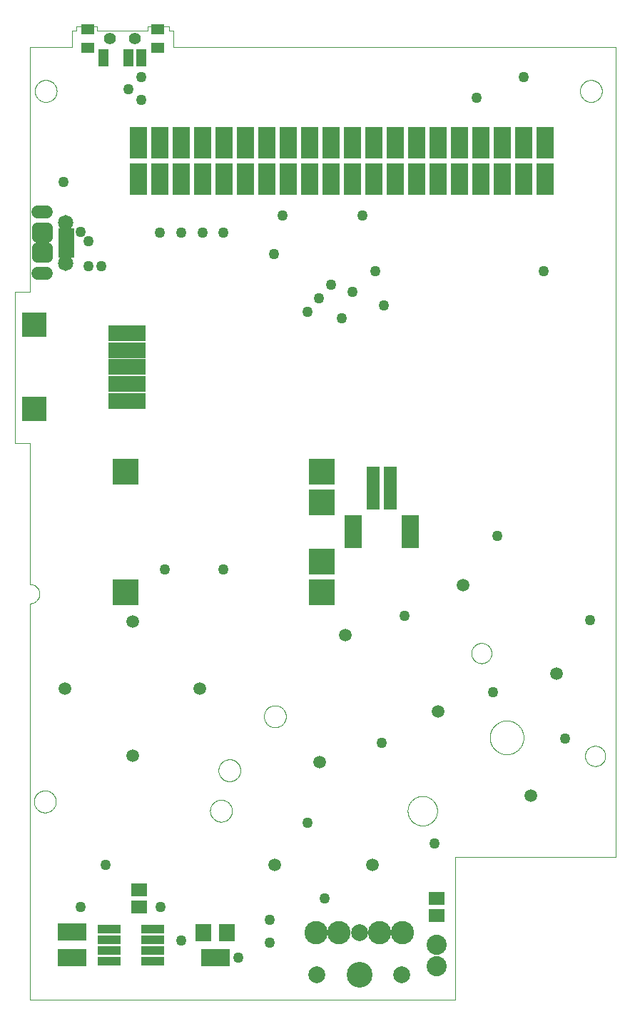
<source format=gbs>
G75*
%MOIN*%
%OFA0B0*%
%FSLAX25Y25*%
%IPPOS*%
%LPD*%
%AMOC8*
5,1,8,0,0,1.08239X$1,22.5*
%
%ADD10C,0.00000*%
%ADD11C,0.00039*%
%ADD12R,0.08000X0.15000*%
%ADD13R,0.12000X0.12000*%
%ADD14C,0.01000*%
%ADD15C,0.05937*%
%ADD16R,0.05937X0.05150*%
%ADD17R,0.04756X0.07906*%
%ADD18C,0.05543*%
%ADD19R,0.10661X0.04362*%
%ADD20R,0.07118X0.07906*%
%ADD21R,0.17748X0.07512*%
%ADD22R,0.11449X0.11449*%
%ADD23C,0.09400*%
%ADD24R,0.05937X0.20110*%
%ADD25R,0.08299X0.15386*%
%ADD26C,0.04740*%
%ADD27R,0.07315X0.03575*%
%ADD28C,0.06000*%
%ADD29C,0.07150*%
%ADD30R,0.07512X0.08299*%
%ADD31R,0.07512X0.06331*%
%ADD32C,0.12000*%
%ADD33C,0.10858*%
%ADD34C,0.07906*%
%ADD35C,0.04978*%
D10*
X0029320Y0017142D02*
X0029320Y0202181D01*
X0029453Y0202183D01*
X0029586Y0202189D01*
X0029718Y0202199D01*
X0029851Y0202212D01*
X0029982Y0202230D01*
X0030114Y0202251D01*
X0030244Y0202276D01*
X0030374Y0202305D01*
X0030503Y0202338D01*
X0030630Y0202375D01*
X0030757Y0202415D01*
X0030883Y0202459D01*
X0031007Y0202507D01*
X0031129Y0202558D01*
X0031250Y0202613D01*
X0031370Y0202672D01*
X0031487Y0202733D01*
X0031603Y0202799D01*
X0031717Y0202867D01*
X0031829Y0202939D01*
X0031938Y0203015D01*
X0032046Y0203093D01*
X0032151Y0203175D01*
X0032253Y0203259D01*
X0032353Y0203347D01*
X0032451Y0203437D01*
X0032545Y0203531D01*
X0032637Y0203627D01*
X0032726Y0203726D01*
X0032812Y0203827D01*
X0032895Y0203931D01*
X0032975Y0204037D01*
X0033052Y0204145D01*
X0033126Y0204256D01*
X0033196Y0204369D01*
X0033263Y0204483D01*
X0033327Y0204600D01*
X0033387Y0204719D01*
X0033444Y0204839D01*
X0033497Y0204961D01*
X0033546Y0205084D01*
X0033592Y0205209D01*
X0033635Y0205335D01*
X0033673Y0205462D01*
X0033708Y0205591D01*
X0033739Y0205720D01*
X0033766Y0205850D01*
X0033789Y0205981D01*
X0033809Y0206112D01*
X0033824Y0206245D01*
X0033836Y0206377D01*
X0033844Y0206510D01*
X0033848Y0206643D01*
X0033848Y0206775D01*
X0033844Y0206908D01*
X0033836Y0207041D01*
X0033824Y0207173D01*
X0033809Y0207306D01*
X0033789Y0207437D01*
X0033766Y0207568D01*
X0033739Y0207698D01*
X0033708Y0207827D01*
X0033673Y0207956D01*
X0033635Y0208083D01*
X0033592Y0208209D01*
X0033546Y0208334D01*
X0033497Y0208457D01*
X0033444Y0208579D01*
X0033387Y0208699D01*
X0033327Y0208818D01*
X0033263Y0208935D01*
X0033196Y0209049D01*
X0033126Y0209162D01*
X0033052Y0209273D01*
X0032975Y0209381D01*
X0032895Y0209487D01*
X0032812Y0209591D01*
X0032726Y0209692D01*
X0032637Y0209791D01*
X0032545Y0209887D01*
X0032451Y0209981D01*
X0032353Y0210071D01*
X0032253Y0210159D01*
X0032151Y0210243D01*
X0032046Y0210325D01*
X0031938Y0210403D01*
X0031829Y0210479D01*
X0031717Y0210551D01*
X0031603Y0210619D01*
X0031487Y0210685D01*
X0031370Y0210746D01*
X0031250Y0210805D01*
X0031129Y0210860D01*
X0031007Y0210911D01*
X0030883Y0210959D01*
X0030757Y0211003D01*
X0030630Y0211043D01*
X0030503Y0211080D01*
X0030374Y0211113D01*
X0030244Y0211142D01*
X0030114Y0211167D01*
X0029982Y0211188D01*
X0029851Y0211206D01*
X0029718Y0211219D01*
X0029586Y0211229D01*
X0029453Y0211235D01*
X0029320Y0211237D01*
X0029320Y0211236D02*
X0029320Y0276984D01*
X0022430Y0276984D01*
X0022430Y0347850D01*
X0029320Y0347850D01*
X0029320Y0462024D01*
X0049005Y0462024D01*
X0049005Y0469898D01*
X0050974Y0469898D01*
X0050974Y0471866D01*
X0060816Y0471866D01*
X0060816Y0469898D01*
X0084438Y0469898D01*
X0084438Y0471866D01*
X0094281Y0471866D01*
X0094281Y0469898D01*
X0096249Y0469898D01*
X0096249Y0462024D01*
X0302942Y0462024D01*
X0302942Y0083874D01*
X0228139Y0083874D01*
X0228139Y0017142D01*
X0029320Y0017142D01*
X0075383Y0130921D02*
X0075385Y0131009D01*
X0075391Y0131097D01*
X0075401Y0131185D01*
X0075415Y0131273D01*
X0075432Y0131359D01*
X0075454Y0131445D01*
X0075479Y0131529D01*
X0075509Y0131613D01*
X0075541Y0131695D01*
X0075578Y0131775D01*
X0075618Y0131854D01*
X0075662Y0131931D01*
X0075709Y0132006D01*
X0075759Y0132078D01*
X0075813Y0132149D01*
X0075869Y0132216D01*
X0075929Y0132282D01*
X0075991Y0132344D01*
X0076057Y0132404D01*
X0076124Y0132460D01*
X0076195Y0132514D01*
X0076267Y0132564D01*
X0076342Y0132611D01*
X0076419Y0132655D01*
X0076498Y0132695D01*
X0076578Y0132732D01*
X0076660Y0132764D01*
X0076744Y0132794D01*
X0076828Y0132819D01*
X0076914Y0132841D01*
X0077000Y0132858D01*
X0077088Y0132872D01*
X0077176Y0132882D01*
X0077264Y0132888D01*
X0077352Y0132890D01*
X0077440Y0132888D01*
X0077528Y0132882D01*
X0077616Y0132872D01*
X0077704Y0132858D01*
X0077790Y0132841D01*
X0077876Y0132819D01*
X0077960Y0132794D01*
X0078044Y0132764D01*
X0078126Y0132732D01*
X0078206Y0132695D01*
X0078285Y0132655D01*
X0078362Y0132611D01*
X0078437Y0132564D01*
X0078509Y0132514D01*
X0078580Y0132460D01*
X0078647Y0132404D01*
X0078713Y0132344D01*
X0078775Y0132282D01*
X0078835Y0132216D01*
X0078891Y0132149D01*
X0078945Y0132078D01*
X0078995Y0132006D01*
X0079042Y0131931D01*
X0079086Y0131854D01*
X0079126Y0131775D01*
X0079163Y0131695D01*
X0079195Y0131613D01*
X0079225Y0131529D01*
X0079250Y0131445D01*
X0079272Y0131359D01*
X0079289Y0131273D01*
X0079303Y0131185D01*
X0079313Y0131097D01*
X0079319Y0131009D01*
X0079321Y0130921D01*
X0079319Y0130833D01*
X0079313Y0130745D01*
X0079303Y0130657D01*
X0079289Y0130569D01*
X0079272Y0130483D01*
X0079250Y0130397D01*
X0079225Y0130313D01*
X0079195Y0130229D01*
X0079163Y0130147D01*
X0079126Y0130067D01*
X0079086Y0129988D01*
X0079042Y0129911D01*
X0078995Y0129836D01*
X0078945Y0129764D01*
X0078891Y0129693D01*
X0078835Y0129626D01*
X0078775Y0129560D01*
X0078713Y0129498D01*
X0078647Y0129438D01*
X0078580Y0129382D01*
X0078509Y0129328D01*
X0078437Y0129278D01*
X0078362Y0129231D01*
X0078285Y0129187D01*
X0078206Y0129147D01*
X0078126Y0129110D01*
X0078044Y0129078D01*
X0077960Y0129048D01*
X0077876Y0129023D01*
X0077790Y0129001D01*
X0077704Y0128984D01*
X0077616Y0128970D01*
X0077528Y0128960D01*
X0077440Y0128954D01*
X0077352Y0128952D01*
X0077264Y0128954D01*
X0077176Y0128960D01*
X0077088Y0128970D01*
X0077000Y0128984D01*
X0076914Y0129001D01*
X0076828Y0129023D01*
X0076744Y0129048D01*
X0076660Y0129078D01*
X0076578Y0129110D01*
X0076498Y0129147D01*
X0076419Y0129187D01*
X0076342Y0129231D01*
X0076267Y0129278D01*
X0076195Y0129328D01*
X0076124Y0129382D01*
X0076057Y0129438D01*
X0075991Y0129498D01*
X0075929Y0129560D01*
X0075869Y0129626D01*
X0075813Y0129693D01*
X0075759Y0129764D01*
X0075709Y0129836D01*
X0075662Y0129911D01*
X0075618Y0129988D01*
X0075578Y0130067D01*
X0075541Y0130147D01*
X0075509Y0130229D01*
X0075479Y0130313D01*
X0075454Y0130397D01*
X0075432Y0130483D01*
X0075415Y0130569D01*
X0075401Y0130657D01*
X0075391Y0130745D01*
X0075385Y0130833D01*
X0075383Y0130921D01*
X0043887Y0162417D02*
X0043889Y0162505D01*
X0043895Y0162593D01*
X0043905Y0162681D01*
X0043919Y0162769D01*
X0043936Y0162855D01*
X0043958Y0162941D01*
X0043983Y0163025D01*
X0044013Y0163109D01*
X0044045Y0163191D01*
X0044082Y0163271D01*
X0044122Y0163350D01*
X0044166Y0163427D01*
X0044213Y0163502D01*
X0044263Y0163574D01*
X0044317Y0163645D01*
X0044373Y0163712D01*
X0044433Y0163778D01*
X0044495Y0163840D01*
X0044561Y0163900D01*
X0044628Y0163956D01*
X0044699Y0164010D01*
X0044771Y0164060D01*
X0044846Y0164107D01*
X0044923Y0164151D01*
X0045002Y0164191D01*
X0045082Y0164228D01*
X0045164Y0164260D01*
X0045248Y0164290D01*
X0045332Y0164315D01*
X0045418Y0164337D01*
X0045504Y0164354D01*
X0045592Y0164368D01*
X0045680Y0164378D01*
X0045768Y0164384D01*
X0045856Y0164386D01*
X0045944Y0164384D01*
X0046032Y0164378D01*
X0046120Y0164368D01*
X0046208Y0164354D01*
X0046294Y0164337D01*
X0046380Y0164315D01*
X0046464Y0164290D01*
X0046548Y0164260D01*
X0046630Y0164228D01*
X0046710Y0164191D01*
X0046789Y0164151D01*
X0046866Y0164107D01*
X0046941Y0164060D01*
X0047013Y0164010D01*
X0047084Y0163956D01*
X0047151Y0163900D01*
X0047217Y0163840D01*
X0047279Y0163778D01*
X0047339Y0163712D01*
X0047395Y0163645D01*
X0047449Y0163574D01*
X0047499Y0163502D01*
X0047546Y0163427D01*
X0047590Y0163350D01*
X0047630Y0163271D01*
X0047667Y0163191D01*
X0047699Y0163109D01*
X0047729Y0163025D01*
X0047754Y0162941D01*
X0047776Y0162855D01*
X0047793Y0162769D01*
X0047807Y0162681D01*
X0047817Y0162593D01*
X0047823Y0162505D01*
X0047825Y0162417D01*
X0047823Y0162329D01*
X0047817Y0162241D01*
X0047807Y0162153D01*
X0047793Y0162065D01*
X0047776Y0161979D01*
X0047754Y0161893D01*
X0047729Y0161809D01*
X0047699Y0161725D01*
X0047667Y0161643D01*
X0047630Y0161563D01*
X0047590Y0161484D01*
X0047546Y0161407D01*
X0047499Y0161332D01*
X0047449Y0161260D01*
X0047395Y0161189D01*
X0047339Y0161122D01*
X0047279Y0161056D01*
X0047217Y0160994D01*
X0047151Y0160934D01*
X0047084Y0160878D01*
X0047013Y0160824D01*
X0046941Y0160774D01*
X0046866Y0160727D01*
X0046789Y0160683D01*
X0046710Y0160643D01*
X0046630Y0160606D01*
X0046548Y0160574D01*
X0046464Y0160544D01*
X0046380Y0160519D01*
X0046294Y0160497D01*
X0046208Y0160480D01*
X0046120Y0160466D01*
X0046032Y0160456D01*
X0045944Y0160450D01*
X0045856Y0160448D01*
X0045768Y0160450D01*
X0045680Y0160456D01*
X0045592Y0160466D01*
X0045504Y0160480D01*
X0045418Y0160497D01*
X0045332Y0160519D01*
X0045248Y0160544D01*
X0045164Y0160574D01*
X0045082Y0160606D01*
X0045002Y0160643D01*
X0044923Y0160683D01*
X0044846Y0160727D01*
X0044771Y0160774D01*
X0044699Y0160824D01*
X0044628Y0160878D01*
X0044561Y0160934D01*
X0044495Y0160994D01*
X0044433Y0161056D01*
X0044373Y0161122D01*
X0044317Y0161189D01*
X0044263Y0161260D01*
X0044213Y0161332D01*
X0044166Y0161407D01*
X0044122Y0161484D01*
X0044082Y0161563D01*
X0044045Y0161643D01*
X0044013Y0161725D01*
X0043983Y0161809D01*
X0043958Y0161893D01*
X0043936Y0161979D01*
X0043919Y0162065D01*
X0043905Y0162153D01*
X0043895Y0162241D01*
X0043889Y0162329D01*
X0043887Y0162417D01*
X0075383Y0193913D02*
X0075385Y0194001D01*
X0075391Y0194089D01*
X0075401Y0194177D01*
X0075415Y0194265D01*
X0075432Y0194351D01*
X0075454Y0194437D01*
X0075479Y0194521D01*
X0075509Y0194605D01*
X0075541Y0194687D01*
X0075578Y0194767D01*
X0075618Y0194846D01*
X0075662Y0194923D01*
X0075709Y0194998D01*
X0075759Y0195070D01*
X0075813Y0195141D01*
X0075869Y0195208D01*
X0075929Y0195274D01*
X0075991Y0195336D01*
X0076057Y0195396D01*
X0076124Y0195452D01*
X0076195Y0195506D01*
X0076267Y0195556D01*
X0076342Y0195603D01*
X0076419Y0195647D01*
X0076498Y0195687D01*
X0076578Y0195724D01*
X0076660Y0195756D01*
X0076744Y0195786D01*
X0076828Y0195811D01*
X0076914Y0195833D01*
X0077000Y0195850D01*
X0077088Y0195864D01*
X0077176Y0195874D01*
X0077264Y0195880D01*
X0077352Y0195882D01*
X0077440Y0195880D01*
X0077528Y0195874D01*
X0077616Y0195864D01*
X0077704Y0195850D01*
X0077790Y0195833D01*
X0077876Y0195811D01*
X0077960Y0195786D01*
X0078044Y0195756D01*
X0078126Y0195724D01*
X0078206Y0195687D01*
X0078285Y0195647D01*
X0078362Y0195603D01*
X0078437Y0195556D01*
X0078509Y0195506D01*
X0078580Y0195452D01*
X0078647Y0195396D01*
X0078713Y0195336D01*
X0078775Y0195274D01*
X0078835Y0195208D01*
X0078891Y0195141D01*
X0078945Y0195070D01*
X0078995Y0194998D01*
X0079042Y0194923D01*
X0079086Y0194846D01*
X0079126Y0194767D01*
X0079163Y0194687D01*
X0079195Y0194605D01*
X0079225Y0194521D01*
X0079250Y0194437D01*
X0079272Y0194351D01*
X0079289Y0194265D01*
X0079303Y0194177D01*
X0079313Y0194089D01*
X0079319Y0194001D01*
X0079321Y0193913D01*
X0079319Y0193825D01*
X0079313Y0193737D01*
X0079303Y0193649D01*
X0079289Y0193561D01*
X0079272Y0193475D01*
X0079250Y0193389D01*
X0079225Y0193305D01*
X0079195Y0193221D01*
X0079163Y0193139D01*
X0079126Y0193059D01*
X0079086Y0192980D01*
X0079042Y0192903D01*
X0078995Y0192828D01*
X0078945Y0192756D01*
X0078891Y0192685D01*
X0078835Y0192618D01*
X0078775Y0192552D01*
X0078713Y0192490D01*
X0078647Y0192430D01*
X0078580Y0192374D01*
X0078509Y0192320D01*
X0078437Y0192270D01*
X0078362Y0192223D01*
X0078285Y0192179D01*
X0078206Y0192139D01*
X0078126Y0192102D01*
X0078044Y0192070D01*
X0077960Y0192040D01*
X0077876Y0192015D01*
X0077790Y0191993D01*
X0077704Y0191976D01*
X0077616Y0191962D01*
X0077528Y0191952D01*
X0077440Y0191946D01*
X0077352Y0191944D01*
X0077264Y0191946D01*
X0077176Y0191952D01*
X0077088Y0191962D01*
X0077000Y0191976D01*
X0076914Y0191993D01*
X0076828Y0192015D01*
X0076744Y0192040D01*
X0076660Y0192070D01*
X0076578Y0192102D01*
X0076498Y0192139D01*
X0076419Y0192179D01*
X0076342Y0192223D01*
X0076267Y0192270D01*
X0076195Y0192320D01*
X0076124Y0192374D01*
X0076057Y0192430D01*
X0075991Y0192490D01*
X0075929Y0192552D01*
X0075869Y0192618D01*
X0075813Y0192685D01*
X0075759Y0192756D01*
X0075709Y0192828D01*
X0075662Y0192903D01*
X0075618Y0192980D01*
X0075578Y0193059D01*
X0075541Y0193139D01*
X0075509Y0193221D01*
X0075479Y0193305D01*
X0075454Y0193389D01*
X0075432Y0193475D01*
X0075415Y0193561D01*
X0075401Y0193649D01*
X0075391Y0193737D01*
X0075385Y0193825D01*
X0075383Y0193913D01*
X0106879Y0162417D02*
X0106881Y0162505D01*
X0106887Y0162593D01*
X0106897Y0162681D01*
X0106911Y0162769D01*
X0106928Y0162855D01*
X0106950Y0162941D01*
X0106975Y0163025D01*
X0107005Y0163109D01*
X0107037Y0163191D01*
X0107074Y0163271D01*
X0107114Y0163350D01*
X0107158Y0163427D01*
X0107205Y0163502D01*
X0107255Y0163574D01*
X0107309Y0163645D01*
X0107365Y0163712D01*
X0107425Y0163778D01*
X0107487Y0163840D01*
X0107553Y0163900D01*
X0107620Y0163956D01*
X0107691Y0164010D01*
X0107763Y0164060D01*
X0107838Y0164107D01*
X0107915Y0164151D01*
X0107994Y0164191D01*
X0108074Y0164228D01*
X0108156Y0164260D01*
X0108240Y0164290D01*
X0108324Y0164315D01*
X0108410Y0164337D01*
X0108496Y0164354D01*
X0108584Y0164368D01*
X0108672Y0164378D01*
X0108760Y0164384D01*
X0108848Y0164386D01*
X0108936Y0164384D01*
X0109024Y0164378D01*
X0109112Y0164368D01*
X0109200Y0164354D01*
X0109286Y0164337D01*
X0109372Y0164315D01*
X0109456Y0164290D01*
X0109540Y0164260D01*
X0109622Y0164228D01*
X0109702Y0164191D01*
X0109781Y0164151D01*
X0109858Y0164107D01*
X0109933Y0164060D01*
X0110005Y0164010D01*
X0110076Y0163956D01*
X0110143Y0163900D01*
X0110209Y0163840D01*
X0110271Y0163778D01*
X0110331Y0163712D01*
X0110387Y0163645D01*
X0110441Y0163574D01*
X0110491Y0163502D01*
X0110538Y0163427D01*
X0110582Y0163350D01*
X0110622Y0163271D01*
X0110659Y0163191D01*
X0110691Y0163109D01*
X0110721Y0163025D01*
X0110746Y0162941D01*
X0110768Y0162855D01*
X0110785Y0162769D01*
X0110799Y0162681D01*
X0110809Y0162593D01*
X0110815Y0162505D01*
X0110817Y0162417D01*
X0110815Y0162329D01*
X0110809Y0162241D01*
X0110799Y0162153D01*
X0110785Y0162065D01*
X0110768Y0161979D01*
X0110746Y0161893D01*
X0110721Y0161809D01*
X0110691Y0161725D01*
X0110659Y0161643D01*
X0110622Y0161563D01*
X0110582Y0161484D01*
X0110538Y0161407D01*
X0110491Y0161332D01*
X0110441Y0161260D01*
X0110387Y0161189D01*
X0110331Y0161122D01*
X0110271Y0161056D01*
X0110209Y0160994D01*
X0110143Y0160934D01*
X0110076Y0160878D01*
X0110005Y0160824D01*
X0109933Y0160774D01*
X0109858Y0160727D01*
X0109781Y0160683D01*
X0109702Y0160643D01*
X0109622Y0160606D01*
X0109540Y0160574D01*
X0109456Y0160544D01*
X0109372Y0160519D01*
X0109286Y0160497D01*
X0109200Y0160480D01*
X0109112Y0160466D01*
X0109024Y0160456D01*
X0108936Y0160450D01*
X0108848Y0160448D01*
X0108760Y0160450D01*
X0108672Y0160456D01*
X0108584Y0160466D01*
X0108496Y0160480D01*
X0108410Y0160497D01*
X0108324Y0160519D01*
X0108240Y0160544D01*
X0108156Y0160574D01*
X0108074Y0160606D01*
X0107994Y0160643D01*
X0107915Y0160683D01*
X0107838Y0160727D01*
X0107763Y0160774D01*
X0107691Y0160824D01*
X0107620Y0160878D01*
X0107553Y0160934D01*
X0107487Y0160994D01*
X0107425Y0161056D01*
X0107365Y0161122D01*
X0107309Y0161189D01*
X0107255Y0161260D01*
X0107205Y0161332D01*
X0107158Y0161407D01*
X0107114Y0161484D01*
X0107074Y0161563D01*
X0107037Y0161643D01*
X0107005Y0161725D01*
X0106975Y0161809D01*
X0106950Y0161893D01*
X0106928Y0161979D01*
X0106911Y0162065D01*
X0106897Y0162153D01*
X0106887Y0162241D01*
X0106881Y0162329D01*
X0106879Y0162417D01*
X0141741Y0080173D02*
X0141743Y0080261D01*
X0141749Y0080349D01*
X0141759Y0080437D01*
X0141773Y0080525D01*
X0141790Y0080611D01*
X0141812Y0080697D01*
X0141837Y0080781D01*
X0141867Y0080865D01*
X0141899Y0080947D01*
X0141936Y0081027D01*
X0141976Y0081106D01*
X0142020Y0081183D01*
X0142067Y0081258D01*
X0142117Y0081330D01*
X0142171Y0081401D01*
X0142227Y0081468D01*
X0142287Y0081534D01*
X0142349Y0081596D01*
X0142415Y0081656D01*
X0142482Y0081712D01*
X0142553Y0081766D01*
X0142625Y0081816D01*
X0142700Y0081863D01*
X0142777Y0081907D01*
X0142856Y0081947D01*
X0142936Y0081984D01*
X0143018Y0082016D01*
X0143102Y0082046D01*
X0143186Y0082071D01*
X0143272Y0082093D01*
X0143358Y0082110D01*
X0143446Y0082124D01*
X0143534Y0082134D01*
X0143622Y0082140D01*
X0143710Y0082142D01*
X0143798Y0082140D01*
X0143886Y0082134D01*
X0143974Y0082124D01*
X0144062Y0082110D01*
X0144148Y0082093D01*
X0144234Y0082071D01*
X0144318Y0082046D01*
X0144402Y0082016D01*
X0144484Y0081984D01*
X0144564Y0081947D01*
X0144643Y0081907D01*
X0144720Y0081863D01*
X0144795Y0081816D01*
X0144867Y0081766D01*
X0144938Y0081712D01*
X0145005Y0081656D01*
X0145071Y0081596D01*
X0145133Y0081534D01*
X0145193Y0081468D01*
X0145249Y0081401D01*
X0145303Y0081330D01*
X0145353Y0081258D01*
X0145400Y0081183D01*
X0145444Y0081106D01*
X0145484Y0081027D01*
X0145521Y0080947D01*
X0145553Y0080865D01*
X0145583Y0080781D01*
X0145608Y0080697D01*
X0145630Y0080611D01*
X0145647Y0080525D01*
X0145661Y0080437D01*
X0145671Y0080349D01*
X0145677Y0080261D01*
X0145679Y0080173D01*
X0145677Y0080085D01*
X0145671Y0079997D01*
X0145661Y0079909D01*
X0145647Y0079821D01*
X0145630Y0079735D01*
X0145608Y0079649D01*
X0145583Y0079565D01*
X0145553Y0079481D01*
X0145521Y0079399D01*
X0145484Y0079319D01*
X0145444Y0079240D01*
X0145400Y0079163D01*
X0145353Y0079088D01*
X0145303Y0079016D01*
X0145249Y0078945D01*
X0145193Y0078878D01*
X0145133Y0078812D01*
X0145071Y0078750D01*
X0145005Y0078690D01*
X0144938Y0078634D01*
X0144867Y0078580D01*
X0144795Y0078530D01*
X0144720Y0078483D01*
X0144643Y0078439D01*
X0144564Y0078399D01*
X0144484Y0078362D01*
X0144402Y0078330D01*
X0144318Y0078300D01*
X0144234Y0078275D01*
X0144148Y0078253D01*
X0144062Y0078236D01*
X0143974Y0078222D01*
X0143886Y0078212D01*
X0143798Y0078206D01*
X0143710Y0078204D01*
X0143622Y0078206D01*
X0143534Y0078212D01*
X0143446Y0078222D01*
X0143358Y0078236D01*
X0143272Y0078253D01*
X0143186Y0078275D01*
X0143102Y0078300D01*
X0143018Y0078330D01*
X0142936Y0078362D01*
X0142856Y0078399D01*
X0142777Y0078439D01*
X0142700Y0078483D01*
X0142625Y0078530D01*
X0142553Y0078580D01*
X0142482Y0078634D01*
X0142415Y0078690D01*
X0142349Y0078750D01*
X0142287Y0078812D01*
X0142227Y0078878D01*
X0142171Y0078945D01*
X0142117Y0079016D01*
X0142067Y0079088D01*
X0142020Y0079163D01*
X0141976Y0079240D01*
X0141936Y0079319D01*
X0141899Y0079399D01*
X0141867Y0079481D01*
X0141837Y0079565D01*
X0141812Y0079649D01*
X0141790Y0079735D01*
X0141773Y0079821D01*
X0141759Y0079909D01*
X0141749Y0079997D01*
X0141743Y0080085D01*
X0141741Y0080173D01*
X0162863Y0128205D02*
X0162865Y0128293D01*
X0162871Y0128381D01*
X0162881Y0128469D01*
X0162895Y0128557D01*
X0162912Y0128643D01*
X0162934Y0128729D01*
X0162959Y0128813D01*
X0162989Y0128897D01*
X0163021Y0128979D01*
X0163058Y0129059D01*
X0163098Y0129138D01*
X0163142Y0129215D01*
X0163189Y0129290D01*
X0163239Y0129362D01*
X0163293Y0129433D01*
X0163349Y0129500D01*
X0163409Y0129566D01*
X0163471Y0129628D01*
X0163537Y0129688D01*
X0163604Y0129744D01*
X0163675Y0129798D01*
X0163747Y0129848D01*
X0163822Y0129895D01*
X0163899Y0129939D01*
X0163978Y0129979D01*
X0164058Y0130016D01*
X0164140Y0130048D01*
X0164224Y0130078D01*
X0164308Y0130103D01*
X0164394Y0130125D01*
X0164480Y0130142D01*
X0164568Y0130156D01*
X0164656Y0130166D01*
X0164744Y0130172D01*
X0164832Y0130174D01*
X0164920Y0130172D01*
X0165008Y0130166D01*
X0165096Y0130156D01*
X0165184Y0130142D01*
X0165270Y0130125D01*
X0165356Y0130103D01*
X0165440Y0130078D01*
X0165524Y0130048D01*
X0165606Y0130016D01*
X0165686Y0129979D01*
X0165765Y0129939D01*
X0165842Y0129895D01*
X0165917Y0129848D01*
X0165989Y0129798D01*
X0166060Y0129744D01*
X0166127Y0129688D01*
X0166193Y0129628D01*
X0166255Y0129566D01*
X0166315Y0129500D01*
X0166371Y0129433D01*
X0166425Y0129362D01*
X0166475Y0129290D01*
X0166522Y0129215D01*
X0166566Y0129138D01*
X0166606Y0129059D01*
X0166643Y0128979D01*
X0166675Y0128897D01*
X0166705Y0128813D01*
X0166730Y0128729D01*
X0166752Y0128643D01*
X0166769Y0128557D01*
X0166783Y0128469D01*
X0166793Y0128381D01*
X0166799Y0128293D01*
X0166801Y0128205D01*
X0166799Y0128117D01*
X0166793Y0128029D01*
X0166783Y0127941D01*
X0166769Y0127853D01*
X0166752Y0127767D01*
X0166730Y0127681D01*
X0166705Y0127597D01*
X0166675Y0127513D01*
X0166643Y0127431D01*
X0166606Y0127351D01*
X0166566Y0127272D01*
X0166522Y0127195D01*
X0166475Y0127120D01*
X0166425Y0127048D01*
X0166371Y0126977D01*
X0166315Y0126910D01*
X0166255Y0126844D01*
X0166193Y0126782D01*
X0166127Y0126722D01*
X0166060Y0126666D01*
X0165989Y0126612D01*
X0165917Y0126562D01*
X0165842Y0126515D01*
X0165765Y0126471D01*
X0165686Y0126431D01*
X0165606Y0126394D01*
X0165524Y0126362D01*
X0165440Y0126332D01*
X0165356Y0126307D01*
X0165270Y0126285D01*
X0165184Y0126268D01*
X0165096Y0126254D01*
X0165008Y0126244D01*
X0164920Y0126238D01*
X0164832Y0126236D01*
X0164744Y0126238D01*
X0164656Y0126244D01*
X0164568Y0126254D01*
X0164480Y0126268D01*
X0164394Y0126285D01*
X0164308Y0126307D01*
X0164224Y0126332D01*
X0164140Y0126362D01*
X0164058Y0126394D01*
X0163978Y0126431D01*
X0163899Y0126471D01*
X0163822Y0126515D01*
X0163747Y0126562D01*
X0163675Y0126612D01*
X0163604Y0126666D01*
X0163537Y0126722D01*
X0163471Y0126782D01*
X0163409Y0126844D01*
X0163349Y0126910D01*
X0163293Y0126977D01*
X0163239Y0127048D01*
X0163189Y0127120D01*
X0163142Y0127195D01*
X0163098Y0127272D01*
X0163058Y0127351D01*
X0163021Y0127431D01*
X0162989Y0127513D01*
X0162959Y0127597D01*
X0162934Y0127681D01*
X0162912Y0127767D01*
X0162895Y0127853D01*
X0162881Y0127941D01*
X0162871Y0128029D01*
X0162865Y0128117D01*
X0162863Y0128205D01*
X0187410Y0080173D02*
X0187412Y0080261D01*
X0187418Y0080349D01*
X0187428Y0080437D01*
X0187442Y0080525D01*
X0187459Y0080611D01*
X0187481Y0080697D01*
X0187506Y0080781D01*
X0187536Y0080865D01*
X0187568Y0080947D01*
X0187605Y0081027D01*
X0187645Y0081106D01*
X0187689Y0081183D01*
X0187736Y0081258D01*
X0187786Y0081330D01*
X0187840Y0081401D01*
X0187896Y0081468D01*
X0187956Y0081534D01*
X0188018Y0081596D01*
X0188084Y0081656D01*
X0188151Y0081712D01*
X0188222Y0081766D01*
X0188294Y0081816D01*
X0188369Y0081863D01*
X0188446Y0081907D01*
X0188525Y0081947D01*
X0188605Y0081984D01*
X0188687Y0082016D01*
X0188771Y0082046D01*
X0188855Y0082071D01*
X0188941Y0082093D01*
X0189027Y0082110D01*
X0189115Y0082124D01*
X0189203Y0082134D01*
X0189291Y0082140D01*
X0189379Y0082142D01*
X0189467Y0082140D01*
X0189555Y0082134D01*
X0189643Y0082124D01*
X0189731Y0082110D01*
X0189817Y0082093D01*
X0189903Y0082071D01*
X0189987Y0082046D01*
X0190071Y0082016D01*
X0190153Y0081984D01*
X0190233Y0081947D01*
X0190312Y0081907D01*
X0190389Y0081863D01*
X0190464Y0081816D01*
X0190536Y0081766D01*
X0190607Y0081712D01*
X0190674Y0081656D01*
X0190740Y0081596D01*
X0190802Y0081534D01*
X0190862Y0081468D01*
X0190918Y0081401D01*
X0190972Y0081330D01*
X0191022Y0081258D01*
X0191069Y0081183D01*
X0191113Y0081106D01*
X0191153Y0081027D01*
X0191190Y0080947D01*
X0191222Y0080865D01*
X0191252Y0080781D01*
X0191277Y0080697D01*
X0191299Y0080611D01*
X0191316Y0080525D01*
X0191330Y0080437D01*
X0191340Y0080349D01*
X0191346Y0080261D01*
X0191348Y0080173D01*
X0191346Y0080085D01*
X0191340Y0079997D01*
X0191330Y0079909D01*
X0191316Y0079821D01*
X0191299Y0079735D01*
X0191277Y0079649D01*
X0191252Y0079565D01*
X0191222Y0079481D01*
X0191190Y0079399D01*
X0191153Y0079319D01*
X0191113Y0079240D01*
X0191069Y0079163D01*
X0191022Y0079088D01*
X0190972Y0079016D01*
X0190918Y0078945D01*
X0190862Y0078878D01*
X0190802Y0078812D01*
X0190740Y0078750D01*
X0190674Y0078690D01*
X0190607Y0078634D01*
X0190536Y0078580D01*
X0190464Y0078530D01*
X0190389Y0078483D01*
X0190312Y0078439D01*
X0190233Y0078399D01*
X0190153Y0078362D01*
X0190071Y0078330D01*
X0189987Y0078300D01*
X0189903Y0078275D01*
X0189817Y0078253D01*
X0189731Y0078236D01*
X0189643Y0078222D01*
X0189555Y0078212D01*
X0189467Y0078206D01*
X0189379Y0078204D01*
X0189291Y0078206D01*
X0189203Y0078212D01*
X0189115Y0078222D01*
X0189027Y0078236D01*
X0188941Y0078253D01*
X0188855Y0078275D01*
X0188771Y0078300D01*
X0188687Y0078330D01*
X0188605Y0078362D01*
X0188525Y0078399D01*
X0188446Y0078439D01*
X0188369Y0078483D01*
X0188294Y0078530D01*
X0188222Y0078580D01*
X0188151Y0078634D01*
X0188084Y0078690D01*
X0188018Y0078750D01*
X0187956Y0078812D01*
X0187896Y0078878D01*
X0187840Y0078945D01*
X0187786Y0079016D01*
X0187736Y0079088D01*
X0187689Y0079163D01*
X0187645Y0079240D01*
X0187605Y0079319D01*
X0187568Y0079399D01*
X0187536Y0079481D01*
X0187506Y0079565D01*
X0187481Y0079649D01*
X0187459Y0079735D01*
X0187442Y0079821D01*
X0187428Y0079909D01*
X0187418Y0079997D01*
X0187412Y0080085D01*
X0187410Y0080173D01*
X0180304Y0048441D02*
X0180306Y0048549D01*
X0180312Y0048658D01*
X0180322Y0048766D01*
X0180336Y0048873D01*
X0180354Y0048980D01*
X0180375Y0049087D01*
X0180401Y0049192D01*
X0180431Y0049297D01*
X0180464Y0049400D01*
X0180501Y0049502D01*
X0180542Y0049602D01*
X0180586Y0049701D01*
X0180635Y0049799D01*
X0180686Y0049894D01*
X0180741Y0049987D01*
X0180800Y0050079D01*
X0180862Y0050168D01*
X0180927Y0050255D01*
X0180995Y0050339D01*
X0181066Y0050421D01*
X0181140Y0050500D01*
X0181217Y0050576D01*
X0181297Y0050650D01*
X0181380Y0050720D01*
X0181465Y0050788D01*
X0181552Y0050852D01*
X0181642Y0050913D01*
X0181734Y0050971D01*
X0181828Y0051025D01*
X0181924Y0051076D01*
X0182021Y0051123D01*
X0182121Y0051167D01*
X0182222Y0051207D01*
X0182324Y0051243D01*
X0182427Y0051275D01*
X0182532Y0051304D01*
X0182638Y0051328D01*
X0182744Y0051349D01*
X0182851Y0051366D01*
X0182959Y0051379D01*
X0183067Y0051388D01*
X0183176Y0051393D01*
X0183284Y0051394D01*
X0183393Y0051391D01*
X0183501Y0051384D01*
X0183609Y0051373D01*
X0183716Y0051358D01*
X0183823Y0051339D01*
X0183929Y0051316D01*
X0184034Y0051290D01*
X0184139Y0051259D01*
X0184241Y0051225D01*
X0184343Y0051187D01*
X0184443Y0051145D01*
X0184542Y0051100D01*
X0184639Y0051051D01*
X0184733Y0050998D01*
X0184826Y0050942D01*
X0184917Y0050883D01*
X0185006Y0050820D01*
X0185092Y0050755D01*
X0185176Y0050686D01*
X0185257Y0050614D01*
X0185335Y0050539D01*
X0185411Y0050461D01*
X0185484Y0050380D01*
X0185554Y0050297D01*
X0185620Y0050212D01*
X0185684Y0050124D01*
X0185744Y0050033D01*
X0185801Y0049941D01*
X0185854Y0049846D01*
X0185904Y0049750D01*
X0185950Y0049652D01*
X0185993Y0049552D01*
X0186032Y0049451D01*
X0186067Y0049348D01*
X0186099Y0049245D01*
X0186126Y0049140D01*
X0186150Y0049034D01*
X0186170Y0048927D01*
X0186186Y0048820D01*
X0186198Y0048712D01*
X0186206Y0048604D01*
X0186210Y0048495D01*
X0186210Y0048387D01*
X0186206Y0048278D01*
X0186198Y0048170D01*
X0186186Y0048062D01*
X0186170Y0047955D01*
X0186150Y0047848D01*
X0186126Y0047742D01*
X0186099Y0047637D01*
X0186067Y0047534D01*
X0186032Y0047431D01*
X0185993Y0047330D01*
X0185950Y0047230D01*
X0185904Y0047132D01*
X0185854Y0047036D01*
X0185801Y0046941D01*
X0185744Y0046849D01*
X0185684Y0046758D01*
X0185620Y0046670D01*
X0185554Y0046585D01*
X0185484Y0046502D01*
X0185411Y0046421D01*
X0185335Y0046343D01*
X0185257Y0046268D01*
X0185176Y0046196D01*
X0185092Y0046127D01*
X0185006Y0046062D01*
X0184917Y0045999D01*
X0184826Y0045940D01*
X0184734Y0045884D01*
X0184639Y0045831D01*
X0184542Y0045782D01*
X0184443Y0045737D01*
X0184343Y0045695D01*
X0184241Y0045657D01*
X0184139Y0045623D01*
X0184034Y0045592D01*
X0183929Y0045566D01*
X0183823Y0045543D01*
X0183716Y0045524D01*
X0183609Y0045509D01*
X0183501Y0045498D01*
X0183393Y0045491D01*
X0183284Y0045488D01*
X0183176Y0045489D01*
X0183067Y0045494D01*
X0182959Y0045503D01*
X0182851Y0045516D01*
X0182744Y0045533D01*
X0182638Y0045554D01*
X0182532Y0045578D01*
X0182427Y0045607D01*
X0182324Y0045639D01*
X0182222Y0045675D01*
X0182121Y0045715D01*
X0182021Y0045759D01*
X0181924Y0045806D01*
X0181828Y0045857D01*
X0181734Y0045911D01*
X0181642Y0045969D01*
X0181552Y0046030D01*
X0181465Y0046094D01*
X0181380Y0046162D01*
X0181297Y0046232D01*
X0181217Y0046306D01*
X0181140Y0046382D01*
X0181066Y0046461D01*
X0180995Y0046543D01*
X0180927Y0046627D01*
X0180862Y0046714D01*
X0180800Y0046803D01*
X0180741Y0046895D01*
X0180686Y0046988D01*
X0180635Y0047083D01*
X0180586Y0047181D01*
X0180542Y0047280D01*
X0180501Y0047380D01*
X0180464Y0047482D01*
X0180431Y0047585D01*
X0180401Y0047690D01*
X0180375Y0047795D01*
X0180354Y0047902D01*
X0180336Y0048009D01*
X0180322Y0048116D01*
X0180312Y0048224D01*
X0180306Y0048333D01*
X0180304Y0048441D01*
X0160619Y0028756D02*
X0160621Y0028864D01*
X0160627Y0028973D01*
X0160637Y0029081D01*
X0160651Y0029188D01*
X0160669Y0029295D01*
X0160690Y0029402D01*
X0160716Y0029507D01*
X0160746Y0029612D01*
X0160779Y0029715D01*
X0160816Y0029817D01*
X0160857Y0029917D01*
X0160901Y0030016D01*
X0160950Y0030114D01*
X0161001Y0030209D01*
X0161056Y0030302D01*
X0161115Y0030394D01*
X0161177Y0030483D01*
X0161242Y0030570D01*
X0161310Y0030654D01*
X0161381Y0030736D01*
X0161455Y0030815D01*
X0161532Y0030891D01*
X0161612Y0030965D01*
X0161695Y0031035D01*
X0161780Y0031103D01*
X0161867Y0031167D01*
X0161957Y0031228D01*
X0162049Y0031286D01*
X0162143Y0031340D01*
X0162239Y0031391D01*
X0162336Y0031438D01*
X0162436Y0031482D01*
X0162537Y0031522D01*
X0162639Y0031558D01*
X0162742Y0031590D01*
X0162847Y0031619D01*
X0162953Y0031643D01*
X0163059Y0031664D01*
X0163166Y0031681D01*
X0163274Y0031694D01*
X0163382Y0031703D01*
X0163491Y0031708D01*
X0163599Y0031709D01*
X0163708Y0031706D01*
X0163816Y0031699D01*
X0163924Y0031688D01*
X0164031Y0031673D01*
X0164138Y0031654D01*
X0164244Y0031631D01*
X0164349Y0031605D01*
X0164454Y0031574D01*
X0164556Y0031540D01*
X0164658Y0031502D01*
X0164758Y0031460D01*
X0164857Y0031415D01*
X0164954Y0031366D01*
X0165048Y0031313D01*
X0165141Y0031257D01*
X0165232Y0031198D01*
X0165321Y0031135D01*
X0165407Y0031070D01*
X0165491Y0031001D01*
X0165572Y0030929D01*
X0165650Y0030854D01*
X0165726Y0030776D01*
X0165799Y0030695D01*
X0165869Y0030612D01*
X0165935Y0030527D01*
X0165999Y0030439D01*
X0166059Y0030348D01*
X0166116Y0030256D01*
X0166169Y0030161D01*
X0166219Y0030065D01*
X0166265Y0029967D01*
X0166308Y0029867D01*
X0166347Y0029766D01*
X0166382Y0029663D01*
X0166414Y0029560D01*
X0166441Y0029455D01*
X0166465Y0029349D01*
X0166485Y0029242D01*
X0166501Y0029135D01*
X0166513Y0029027D01*
X0166521Y0028919D01*
X0166525Y0028810D01*
X0166525Y0028702D01*
X0166521Y0028593D01*
X0166513Y0028485D01*
X0166501Y0028377D01*
X0166485Y0028270D01*
X0166465Y0028163D01*
X0166441Y0028057D01*
X0166414Y0027952D01*
X0166382Y0027849D01*
X0166347Y0027746D01*
X0166308Y0027645D01*
X0166265Y0027545D01*
X0166219Y0027447D01*
X0166169Y0027351D01*
X0166116Y0027256D01*
X0166059Y0027164D01*
X0165999Y0027073D01*
X0165935Y0026985D01*
X0165869Y0026900D01*
X0165799Y0026817D01*
X0165726Y0026736D01*
X0165650Y0026658D01*
X0165572Y0026583D01*
X0165491Y0026511D01*
X0165407Y0026442D01*
X0165321Y0026377D01*
X0165232Y0026314D01*
X0165141Y0026255D01*
X0165049Y0026199D01*
X0164954Y0026146D01*
X0164857Y0026097D01*
X0164758Y0026052D01*
X0164658Y0026010D01*
X0164556Y0025972D01*
X0164454Y0025938D01*
X0164349Y0025907D01*
X0164244Y0025881D01*
X0164138Y0025858D01*
X0164031Y0025839D01*
X0163924Y0025824D01*
X0163816Y0025813D01*
X0163708Y0025806D01*
X0163599Y0025803D01*
X0163491Y0025804D01*
X0163382Y0025809D01*
X0163274Y0025818D01*
X0163166Y0025831D01*
X0163059Y0025848D01*
X0162953Y0025869D01*
X0162847Y0025893D01*
X0162742Y0025922D01*
X0162639Y0025954D01*
X0162537Y0025990D01*
X0162436Y0026030D01*
X0162336Y0026074D01*
X0162239Y0026121D01*
X0162143Y0026172D01*
X0162049Y0026226D01*
X0161957Y0026284D01*
X0161867Y0026345D01*
X0161780Y0026409D01*
X0161695Y0026477D01*
X0161612Y0026547D01*
X0161532Y0026621D01*
X0161455Y0026697D01*
X0161381Y0026776D01*
X0161310Y0026858D01*
X0161242Y0026942D01*
X0161177Y0027029D01*
X0161115Y0027118D01*
X0161056Y0027210D01*
X0161001Y0027303D01*
X0160950Y0027398D01*
X0160901Y0027496D01*
X0160857Y0027595D01*
X0160816Y0027695D01*
X0160779Y0027797D01*
X0160746Y0027900D01*
X0160716Y0028005D01*
X0160690Y0028110D01*
X0160669Y0028217D01*
X0160651Y0028324D01*
X0160637Y0028431D01*
X0160627Y0028539D01*
X0160621Y0028648D01*
X0160619Y0028756D01*
X0199989Y0028756D02*
X0199991Y0028864D01*
X0199997Y0028973D01*
X0200007Y0029081D01*
X0200021Y0029188D01*
X0200039Y0029295D01*
X0200060Y0029402D01*
X0200086Y0029507D01*
X0200116Y0029612D01*
X0200149Y0029715D01*
X0200186Y0029817D01*
X0200227Y0029917D01*
X0200271Y0030016D01*
X0200320Y0030114D01*
X0200371Y0030209D01*
X0200426Y0030302D01*
X0200485Y0030394D01*
X0200547Y0030483D01*
X0200612Y0030570D01*
X0200680Y0030654D01*
X0200751Y0030736D01*
X0200825Y0030815D01*
X0200902Y0030891D01*
X0200982Y0030965D01*
X0201065Y0031035D01*
X0201150Y0031103D01*
X0201237Y0031167D01*
X0201327Y0031228D01*
X0201419Y0031286D01*
X0201513Y0031340D01*
X0201609Y0031391D01*
X0201706Y0031438D01*
X0201806Y0031482D01*
X0201907Y0031522D01*
X0202009Y0031558D01*
X0202112Y0031590D01*
X0202217Y0031619D01*
X0202323Y0031643D01*
X0202429Y0031664D01*
X0202536Y0031681D01*
X0202644Y0031694D01*
X0202752Y0031703D01*
X0202861Y0031708D01*
X0202969Y0031709D01*
X0203078Y0031706D01*
X0203186Y0031699D01*
X0203294Y0031688D01*
X0203401Y0031673D01*
X0203508Y0031654D01*
X0203614Y0031631D01*
X0203719Y0031605D01*
X0203824Y0031574D01*
X0203926Y0031540D01*
X0204028Y0031502D01*
X0204128Y0031460D01*
X0204227Y0031415D01*
X0204324Y0031366D01*
X0204418Y0031313D01*
X0204511Y0031257D01*
X0204602Y0031198D01*
X0204691Y0031135D01*
X0204777Y0031070D01*
X0204861Y0031001D01*
X0204942Y0030929D01*
X0205020Y0030854D01*
X0205096Y0030776D01*
X0205169Y0030695D01*
X0205239Y0030612D01*
X0205305Y0030527D01*
X0205369Y0030439D01*
X0205429Y0030348D01*
X0205486Y0030256D01*
X0205539Y0030161D01*
X0205589Y0030065D01*
X0205635Y0029967D01*
X0205678Y0029867D01*
X0205717Y0029766D01*
X0205752Y0029663D01*
X0205784Y0029560D01*
X0205811Y0029455D01*
X0205835Y0029349D01*
X0205855Y0029242D01*
X0205871Y0029135D01*
X0205883Y0029027D01*
X0205891Y0028919D01*
X0205895Y0028810D01*
X0205895Y0028702D01*
X0205891Y0028593D01*
X0205883Y0028485D01*
X0205871Y0028377D01*
X0205855Y0028270D01*
X0205835Y0028163D01*
X0205811Y0028057D01*
X0205784Y0027952D01*
X0205752Y0027849D01*
X0205717Y0027746D01*
X0205678Y0027645D01*
X0205635Y0027545D01*
X0205589Y0027447D01*
X0205539Y0027351D01*
X0205486Y0027256D01*
X0205429Y0027164D01*
X0205369Y0027073D01*
X0205305Y0026985D01*
X0205239Y0026900D01*
X0205169Y0026817D01*
X0205096Y0026736D01*
X0205020Y0026658D01*
X0204942Y0026583D01*
X0204861Y0026511D01*
X0204777Y0026442D01*
X0204691Y0026377D01*
X0204602Y0026314D01*
X0204511Y0026255D01*
X0204419Y0026199D01*
X0204324Y0026146D01*
X0204227Y0026097D01*
X0204128Y0026052D01*
X0204028Y0026010D01*
X0203926Y0025972D01*
X0203824Y0025938D01*
X0203719Y0025907D01*
X0203614Y0025881D01*
X0203508Y0025858D01*
X0203401Y0025839D01*
X0203294Y0025824D01*
X0203186Y0025813D01*
X0203078Y0025806D01*
X0202969Y0025803D01*
X0202861Y0025804D01*
X0202752Y0025809D01*
X0202644Y0025818D01*
X0202536Y0025831D01*
X0202429Y0025848D01*
X0202323Y0025869D01*
X0202217Y0025893D01*
X0202112Y0025922D01*
X0202009Y0025954D01*
X0201907Y0025990D01*
X0201806Y0026030D01*
X0201706Y0026074D01*
X0201609Y0026121D01*
X0201513Y0026172D01*
X0201419Y0026226D01*
X0201327Y0026284D01*
X0201237Y0026345D01*
X0201150Y0026409D01*
X0201065Y0026477D01*
X0200982Y0026547D01*
X0200902Y0026621D01*
X0200825Y0026697D01*
X0200751Y0026776D01*
X0200680Y0026858D01*
X0200612Y0026942D01*
X0200547Y0027029D01*
X0200485Y0027118D01*
X0200426Y0027210D01*
X0200371Y0027303D01*
X0200320Y0027398D01*
X0200271Y0027496D01*
X0200227Y0027595D01*
X0200186Y0027695D01*
X0200149Y0027797D01*
X0200116Y0027900D01*
X0200086Y0028005D01*
X0200060Y0028110D01*
X0200039Y0028217D01*
X0200021Y0028324D01*
X0200007Y0028431D01*
X0199997Y0028539D01*
X0199991Y0028648D01*
X0199989Y0028756D01*
X0261288Y0112457D02*
X0261290Y0112545D01*
X0261296Y0112633D01*
X0261306Y0112721D01*
X0261320Y0112809D01*
X0261337Y0112895D01*
X0261359Y0112981D01*
X0261384Y0113065D01*
X0261414Y0113149D01*
X0261446Y0113231D01*
X0261483Y0113311D01*
X0261523Y0113390D01*
X0261567Y0113467D01*
X0261614Y0113542D01*
X0261664Y0113614D01*
X0261718Y0113685D01*
X0261774Y0113752D01*
X0261834Y0113818D01*
X0261896Y0113880D01*
X0261962Y0113940D01*
X0262029Y0113996D01*
X0262100Y0114050D01*
X0262172Y0114100D01*
X0262247Y0114147D01*
X0262324Y0114191D01*
X0262403Y0114231D01*
X0262483Y0114268D01*
X0262565Y0114300D01*
X0262649Y0114330D01*
X0262733Y0114355D01*
X0262819Y0114377D01*
X0262905Y0114394D01*
X0262993Y0114408D01*
X0263081Y0114418D01*
X0263169Y0114424D01*
X0263257Y0114426D01*
X0263345Y0114424D01*
X0263433Y0114418D01*
X0263521Y0114408D01*
X0263609Y0114394D01*
X0263695Y0114377D01*
X0263781Y0114355D01*
X0263865Y0114330D01*
X0263949Y0114300D01*
X0264031Y0114268D01*
X0264111Y0114231D01*
X0264190Y0114191D01*
X0264267Y0114147D01*
X0264342Y0114100D01*
X0264414Y0114050D01*
X0264485Y0113996D01*
X0264552Y0113940D01*
X0264618Y0113880D01*
X0264680Y0113818D01*
X0264740Y0113752D01*
X0264796Y0113685D01*
X0264850Y0113614D01*
X0264900Y0113542D01*
X0264947Y0113467D01*
X0264991Y0113390D01*
X0265031Y0113311D01*
X0265068Y0113231D01*
X0265100Y0113149D01*
X0265130Y0113065D01*
X0265155Y0112981D01*
X0265177Y0112895D01*
X0265194Y0112809D01*
X0265208Y0112721D01*
X0265218Y0112633D01*
X0265224Y0112545D01*
X0265226Y0112457D01*
X0265224Y0112369D01*
X0265218Y0112281D01*
X0265208Y0112193D01*
X0265194Y0112105D01*
X0265177Y0112019D01*
X0265155Y0111933D01*
X0265130Y0111849D01*
X0265100Y0111765D01*
X0265068Y0111683D01*
X0265031Y0111603D01*
X0264991Y0111524D01*
X0264947Y0111447D01*
X0264900Y0111372D01*
X0264850Y0111300D01*
X0264796Y0111229D01*
X0264740Y0111162D01*
X0264680Y0111096D01*
X0264618Y0111034D01*
X0264552Y0110974D01*
X0264485Y0110918D01*
X0264414Y0110864D01*
X0264342Y0110814D01*
X0264267Y0110767D01*
X0264190Y0110723D01*
X0264111Y0110683D01*
X0264031Y0110646D01*
X0263949Y0110614D01*
X0263865Y0110584D01*
X0263781Y0110559D01*
X0263695Y0110537D01*
X0263609Y0110520D01*
X0263521Y0110506D01*
X0263433Y0110496D01*
X0263345Y0110490D01*
X0263257Y0110488D01*
X0263169Y0110490D01*
X0263081Y0110496D01*
X0262993Y0110506D01*
X0262905Y0110520D01*
X0262819Y0110537D01*
X0262733Y0110559D01*
X0262649Y0110584D01*
X0262565Y0110614D01*
X0262483Y0110646D01*
X0262403Y0110683D01*
X0262324Y0110723D01*
X0262247Y0110767D01*
X0262172Y0110814D01*
X0262100Y0110864D01*
X0262029Y0110918D01*
X0261962Y0110974D01*
X0261896Y0111034D01*
X0261834Y0111096D01*
X0261774Y0111162D01*
X0261718Y0111229D01*
X0261664Y0111300D01*
X0261614Y0111372D01*
X0261567Y0111447D01*
X0261523Y0111524D01*
X0261483Y0111603D01*
X0261446Y0111683D01*
X0261414Y0111765D01*
X0261384Y0111849D01*
X0261359Y0111933D01*
X0261337Y0112019D01*
X0261320Y0112105D01*
X0261306Y0112193D01*
X0261296Y0112281D01*
X0261290Y0112369D01*
X0261288Y0112457D01*
X0273296Y0169504D02*
X0273298Y0169592D01*
X0273304Y0169680D01*
X0273314Y0169768D01*
X0273328Y0169856D01*
X0273345Y0169942D01*
X0273367Y0170028D01*
X0273392Y0170112D01*
X0273422Y0170196D01*
X0273454Y0170278D01*
X0273491Y0170358D01*
X0273531Y0170437D01*
X0273575Y0170514D01*
X0273622Y0170589D01*
X0273672Y0170661D01*
X0273726Y0170732D01*
X0273782Y0170799D01*
X0273842Y0170865D01*
X0273904Y0170927D01*
X0273970Y0170987D01*
X0274037Y0171043D01*
X0274108Y0171097D01*
X0274180Y0171147D01*
X0274255Y0171194D01*
X0274332Y0171238D01*
X0274411Y0171278D01*
X0274491Y0171315D01*
X0274573Y0171347D01*
X0274657Y0171377D01*
X0274741Y0171402D01*
X0274827Y0171424D01*
X0274913Y0171441D01*
X0275001Y0171455D01*
X0275089Y0171465D01*
X0275177Y0171471D01*
X0275265Y0171473D01*
X0275353Y0171471D01*
X0275441Y0171465D01*
X0275529Y0171455D01*
X0275617Y0171441D01*
X0275703Y0171424D01*
X0275789Y0171402D01*
X0275873Y0171377D01*
X0275957Y0171347D01*
X0276039Y0171315D01*
X0276119Y0171278D01*
X0276198Y0171238D01*
X0276275Y0171194D01*
X0276350Y0171147D01*
X0276422Y0171097D01*
X0276493Y0171043D01*
X0276560Y0170987D01*
X0276626Y0170927D01*
X0276688Y0170865D01*
X0276748Y0170799D01*
X0276804Y0170732D01*
X0276858Y0170661D01*
X0276908Y0170589D01*
X0276955Y0170514D01*
X0276999Y0170437D01*
X0277039Y0170358D01*
X0277076Y0170278D01*
X0277108Y0170196D01*
X0277138Y0170112D01*
X0277163Y0170028D01*
X0277185Y0169942D01*
X0277202Y0169856D01*
X0277216Y0169768D01*
X0277226Y0169680D01*
X0277232Y0169592D01*
X0277234Y0169504D01*
X0277232Y0169416D01*
X0277226Y0169328D01*
X0277216Y0169240D01*
X0277202Y0169152D01*
X0277185Y0169066D01*
X0277163Y0168980D01*
X0277138Y0168896D01*
X0277108Y0168812D01*
X0277076Y0168730D01*
X0277039Y0168650D01*
X0276999Y0168571D01*
X0276955Y0168494D01*
X0276908Y0168419D01*
X0276858Y0168347D01*
X0276804Y0168276D01*
X0276748Y0168209D01*
X0276688Y0168143D01*
X0276626Y0168081D01*
X0276560Y0168021D01*
X0276493Y0167965D01*
X0276422Y0167911D01*
X0276350Y0167861D01*
X0276275Y0167814D01*
X0276198Y0167770D01*
X0276119Y0167730D01*
X0276039Y0167693D01*
X0275957Y0167661D01*
X0275873Y0167631D01*
X0275789Y0167606D01*
X0275703Y0167584D01*
X0275617Y0167567D01*
X0275529Y0167553D01*
X0275441Y0167543D01*
X0275353Y0167537D01*
X0275265Y0167535D01*
X0275177Y0167537D01*
X0275089Y0167543D01*
X0275001Y0167553D01*
X0274913Y0167567D01*
X0274827Y0167584D01*
X0274741Y0167606D01*
X0274657Y0167631D01*
X0274573Y0167661D01*
X0274491Y0167693D01*
X0274411Y0167730D01*
X0274332Y0167770D01*
X0274255Y0167814D01*
X0274180Y0167861D01*
X0274108Y0167911D01*
X0274037Y0167965D01*
X0273970Y0168021D01*
X0273904Y0168081D01*
X0273842Y0168143D01*
X0273782Y0168209D01*
X0273726Y0168276D01*
X0273672Y0168347D01*
X0273622Y0168419D01*
X0273575Y0168494D01*
X0273531Y0168571D01*
X0273491Y0168650D01*
X0273454Y0168730D01*
X0273422Y0168812D01*
X0273392Y0168896D01*
X0273367Y0168980D01*
X0273345Y0169066D01*
X0273328Y0169152D01*
X0273314Y0169240D01*
X0273304Y0169328D01*
X0273298Y0169416D01*
X0273296Y0169504D01*
X0229792Y0210882D02*
X0229794Y0210970D01*
X0229800Y0211058D01*
X0229810Y0211146D01*
X0229824Y0211234D01*
X0229841Y0211320D01*
X0229863Y0211406D01*
X0229888Y0211490D01*
X0229918Y0211574D01*
X0229950Y0211656D01*
X0229987Y0211736D01*
X0230027Y0211815D01*
X0230071Y0211892D01*
X0230118Y0211967D01*
X0230168Y0212039D01*
X0230222Y0212110D01*
X0230278Y0212177D01*
X0230338Y0212243D01*
X0230400Y0212305D01*
X0230466Y0212365D01*
X0230533Y0212421D01*
X0230604Y0212475D01*
X0230676Y0212525D01*
X0230751Y0212572D01*
X0230828Y0212616D01*
X0230907Y0212656D01*
X0230987Y0212693D01*
X0231069Y0212725D01*
X0231153Y0212755D01*
X0231237Y0212780D01*
X0231323Y0212802D01*
X0231409Y0212819D01*
X0231497Y0212833D01*
X0231585Y0212843D01*
X0231673Y0212849D01*
X0231761Y0212851D01*
X0231849Y0212849D01*
X0231937Y0212843D01*
X0232025Y0212833D01*
X0232113Y0212819D01*
X0232199Y0212802D01*
X0232285Y0212780D01*
X0232369Y0212755D01*
X0232453Y0212725D01*
X0232535Y0212693D01*
X0232615Y0212656D01*
X0232694Y0212616D01*
X0232771Y0212572D01*
X0232846Y0212525D01*
X0232918Y0212475D01*
X0232989Y0212421D01*
X0233056Y0212365D01*
X0233122Y0212305D01*
X0233184Y0212243D01*
X0233244Y0212177D01*
X0233300Y0212110D01*
X0233354Y0212039D01*
X0233404Y0211967D01*
X0233451Y0211892D01*
X0233495Y0211815D01*
X0233535Y0211736D01*
X0233572Y0211656D01*
X0233604Y0211574D01*
X0233634Y0211490D01*
X0233659Y0211406D01*
X0233681Y0211320D01*
X0233698Y0211234D01*
X0233712Y0211146D01*
X0233722Y0211058D01*
X0233728Y0210970D01*
X0233730Y0210882D01*
X0233728Y0210794D01*
X0233722Y0210706D01*
X0233712Y0210618D01*
X0233698Y0210530D01*
X0233681Y0210444D01*
X0233659Y0210358D01*
X0233634Y0210274D01*
X0233604Y0210190D01*
X0233572Y0210108D01*
X0233535Y0210028D01*
X0233495Y0209949D01*
X0233451Y0209872D01*
X0233404Y0209797D01*
X0233354Y0209725D01*
X0233300Y0209654D01*
X0233244Y0209587D01*
X0233184Y0209521D01*
X0233122Y0209459D01*
X0233056Y0209399D01*
X0232989Y0209343D01*
X0232918Y0209289D01*
X0232846Y0209239D01*
X0232771Y0209192D01*
X0232694Y0209148D01*
X0232615Y0209108D01*
X0232535Y0209071D01*
X0232453Y0209039D01*
X0232369Y0209009D01*
X0232285Y0208984D01*
X0232199Y0208962D01*
X0232113Y0208945D01*
X0232025Y0208931D01*
X0231937Y0208921D01*
X0231849Y0208915D01*
X0231761Y0208913D01*
X0231673Y0208915D01*
X0231585Y0208921D01*
X0231497Y0208931D01*
X0231409Y0208945D01*
X0231323Y0208962D01*
X0231237Y0208984D01*
X0231153Y0209009D01*
X0231069Y0209039D01*
X0230987Y0209071D01*
X0230907Y0209108D01*
X0230828Y0209148D01*
X0230751Y0209192D01*
X0230676Y0209239D01*
X0230604Y0209289D01*
X0230533Y0209343D01*
X0230466Y0209399D01*
X0230400Y0209459D01*
X0230338Y0209521D01*
X0230278Y0209587D01*
X0230222Y0209654D01*
X0230168Y0209725D01*
X0230118Y0209797D01*
X0230071Y0209872D01*
X0230027Y0209949D01*
X0229987Y0210028D01*
X0229950Y0210108D01*
X0229918Y0210190D01*
X0229888Y0210274D01*
X0229863Y0210358D01*
X0229841Y0210444D01*
X0229824Y0210530D01*
X0229810Y0210618D01*
X0229800Y0210706D01*
X0229794Y0210794D01*
X0229792Y0210882D01*
X0217981Y0151827D02*
X0217983Y0151915D01*
X0217989Y0152003D01*
X0217999Y0152091D01*
X0218013Y0152179D01*
X0218030Y0152265D01*
X0218052Y0152351D01*
X0218077Y0152435D01*
X0218107Y0152519D01*
X0218139Y0152601D01*
X0218176Y0152681D01*
X0218216Y0152760D01*
X0218260Y0152837D01*
X0218307Y0152912D01*
X0218357Y0152984D01*
X0218411Y0153055D01*
X0218467Y0153122D01*
X0218527Y0153188D01*
X0218589Y0153250D01*
X0218655Y0153310D01*
X0218722Y0153366D01*
X0218793Y0153420D01*
X0218865Y0153470D01*
X0218940Y0153517D01*
X0219017Y0153561D01*
X0219096Y0153601D01*
X0219176Y0153638D01*
X0219258Y0153670D01*
X0219342Y0153700D01*
X0219426Y0153725D01*
X0219512Y0153747D01*
X0219598Y0153764D01*
X0219686Y0153778D01*
X0219774Y0153788D01*
X0219862Y0153794D01*
X0219950Y0153796D01*
X0220038Y0153794D01*
X0220126Y0153788D01*
X0220214Y0153778D01*
X0220302Y0153764D01*
X0220388Y0153747D01*
X0220474Y0153725D01*
X0220558Y0153700D01*
X0220642Y0153670D01*
X0220724Y0153638D01*
X0220804Y0153601D01*
X0220883Y0153561D01*
X0220960Y0153517D01*
X0221035Y0153470D01*
X0221107Y0153420D01*
X0221178Y0153366D01*
X0221245Y0153310D01*
X0221311Y0153250D01*
X0221373Y0153188D01*
X0221433Y0153122D01*
X0221489Y0153055D01*
X0221543Y0152984D01*
X0221593Y0152912D01*
X0221640Y0152837D01*
X0221684Y0152760D01*
X0221724Y0152681D01*
X0221761Y0152601D01*
X0221793Y0152519D01*
X0221823Y0152435D01*
X0221848Y0152351D01*
X0221870Y0152265D01*
X0221887Y0152179D01*
X0221901Y0152091D01*
X0221911Y0152003D01*
X0221917Y0151915D01*
X0221919Y0151827D01*
X0221917Y0151739D01*
X0221911Y0151651D01*
X0221901Y0151563D01*
X0221887Y0151475D01*
X0221870Y0151389D01*
X0221848Y0151303D01*
X0221823Y0151219D01*
X0221793Y0151135D01*
X0221761Y0151053D01*
X0221724Y0150973D01*
X0221684Y0150894D01*
X0221640Y0150817D01*
X0221593Y0150742D01*
X0221543Y0150670D01*
X0221489Y0150599D01*
X0221433Y0150532D01*
X0221373Y0150466D01*
X0221311Y0150404D01*
X0221245Y0150344D01*
X0221178Y0150288D01*
X0221107Y0150234D01*
X0221035Y0150184D01*
X0220960Y0150137D01*
X0220883Y0150093D01*
X0220804Y0150053D01*
X0220724Y0150016D01*
X0220642Y0149984D01*
X0220558Y0149954D01*
X0220474Y0149929D01*
X0220388Y0149907D01*
X0220302Y0149890D01*
X0220214Y0149876D01*
X0220126Y0149866D01*
X0220038Y0149860D01*
X0219950Y0149858D01*
X0219862Y0149860D01*
X0219774Y0149866D01*
X0219686Y0149876D01*
X0219598Y0149890D01*
X0219512Y0149907D01*
X0219426Y0149929D01*
X0219342Y0149954D01*
X0219258Y0149984D01*
X0219176Y0150016D01*
X0219096Y0150053D01*
X0219017Y0150093D01*
X0218940Y0150137D01*
X0218865Y0150184D01*
X0218793Y0150234D01*
X0218722Y0150288D01*
X0218655Y0150344D01*
X0218589Y0150404D01*
X0218527Y0150466D01*
X0218467Y0150532D01*
X0218411Y0150599D01*
X0218357Y0150670D01*
X0218307Y0150742D01*
X0218260Y0150817D01*
X0218216Y0150894D01*
X0218176Y0150973D01*
X0218139Y0151053D01*
X0218107Y0151135D01*
X0218077Y0151219D01*
X0218052Y0151303D01*
X0218030Y0151389D01*
X0218013Y0151475D01*
X0217999Y0151563D01*
X0217989Y0151651D01*
X0217983Y0151739D01*
X0217981Y0151827D01*
X0174674Y0187260D02*
X0174676Y0187348D01*
X0174682Y0187436D01*
X0174692Y0187524D01*
X0174706Y0187612D01*
X0174723Y0187698D01*
X0174745Y0187784D01*
X0174770Y0187868D01*
X0174800Y0187952D01*
X0174832Y0188034D01*
X0174869Y0188114D01*
X0174909Y0188193D01*
X0174953Y0188270D01*
X0175000Y0188345D01*
X0175050Y0188417D01*
X0175104Y0188488D01*
X0175160Y0188555D01*
X0175220Y0188621D01*
X0175282Y0188683D01*
X0175348Y0188743D01*
X0175415Y0188799D01*
X0175486Y0188853D01*
X0175558Y0188903D01*
X0175633Y0188950D01*
X0175710Y0188994D01*
X0175789Y0189034D01*
X0175869Y0189071D01*
X0175951Y0189103D01*
X0176035Y0189133D01*
X0176119Y0189158D01*
X0176205Y0189180D01*
X0176291Y0189197D01*
X0176379Y0189211D01*
X0176467Y0189221D01*
X0176555Y0189227D01*
X0176643Y0189229D01*
X0176731Y0189227D01*
X0176819Y0189221D01*
X0176907Y0189211D01*
X0176995Y0189197D01*
X0177081Y0189180D01*
X0177167Y0189158D01*
X0177251Y0189133D01*
X0177335Y0189103D01*
X0177417Y0189071D01*
X0177497Y0189034D01*
X0177576Y0188994D01*
X0177653Y0188950D01*
X0177728Y0188903D01*
X0177800Y0188853D01*
X0177871Y0188799D01*
X0177938Y0188743D01*
X0178004Y0188683D01*
X0178066Y0188621D01*
X0178126Y0188555D01*
X0178182Y0188488D01*
X0178236Y0188417D01*
X0178286Y0188345D01*
X0178333Y0188270D01*
X0178377Y0188193D01*
X0178417Y0188114D01*
X0178454Y0188034D01*
X0178486Y0187952D01*
X0178516Y0187868D01*
X0178541Y0187784D01*
X0178563Y0187698D01*
X0178580Y0187612D01*
X0178594Y0187524D01*
X0178604Y0187436D01*
X0178610Y0187348D01*
X0178612Y0187260D01*
X0178610Y0187172D01*
X0178604Y0187084D01*
X0178594Y0186996D01*
X0178580Y0186908D01*
X0178563Y0186822D01*
X0178541Y0186736D01*
X0178516Y0186652D01*
X0178486Y0186568D01*
X0178454Y0186486D01*
X0178417Y0186406D01*
X0178377Y0186327D01*
X0178333Y0186250D01*
X0178286Y0186175D01*
X0178236Y0186103D01*
X0178182Y0186032D01*
X0178126Y0185965D01*
X0178066Y0185899D01*
X0178004Y0185837D01*
X0177938Y0185777D01*
X0177871Y0185721D01*
X0177800Y0185667D01*
X0177728Y0185617D01*
X0177653Y0185570D01*
X0177576Y0185526D01*
X0177497Y0185486D01*
X0177417Y0185449D01*
X0177335Y0185417D01*
X0177251Y0185387D01*
X0177167Y0185362D01*
X0177081Y0185340D01*
X0176995Y0185323D01*
X0176907Y0185309D01*
X0176819Y0185299D01*
X0176731Y0185293D01*
X0176643Y0185291D01*
X0176555Y0185293D01*
X0176467Y0185299D01*
X0176379Y0185309D01*
X0176291Y0185323D01*
X0176205Y0185340D01*
X0176119Y0185362D01*
X0176035Y0185387D01*
X0175951Y0185417D01*
X0175869Y0185449D01*
X0175789Y0185486D01*
X0175710Y0185526D01*
X0175633Y0185570D01*
X0175558Y0185617D01*
X0175486Y0185667D01*
X0175415Y0185721D01*
X0175348Y0185777D01*
X0175282Y0185837D01*
X0175220Y0185899D01*
X0175160Y0185965D01*
X0175104Y0186032D01*
X0175050Y0186103D01*
X0175000Y0186175D01*
X0174953Y0186250D01*
X0174909Y0186327D01*
X0174869Y0186406D01*
X0174832Y0186486D01*
X0174800Y0186568D01*
X0174770Y0186652D01*
X0174745Y0186736D01*
X0174723Y0186822D01*
X0174706Y0186908D01*
X0174692Y0186996D01*
X0174682Y0187084D01*
X0174676Y0187172D01*
X0174674Y0187260D01*
X0076761Y0465961D02*
X0076763Y0466045D01*
X0076769Y0466128D01*
X0076779Y0466211D01*
X0076793Y0466294D01*
X0076810Y0466376D01*
X0076832Y0466457D01*
X0076857Y0466536D01*
X0076886Y0466615D01*
X0076919Y0466692D01*
X0076955Y0466767D01*
X0076995Y0466841D01*
X0077038Y0466913D01*
X0077085Y0466982D01*
X0077135Y0467049D01*
X0077188Y0467114D01*
X0077244Y0467176D01*
X0077302Y0467236D01*
X0077364Y0467293D01*
X0077428Y0467346D01*
X0077495Y0467397D01*
X0077564Y0467444D01*
X0077635Y0467489D01*
X0077708Y0467529D01*
X0077783Y0467566D01*
X0077860Y0467600D01*
X0077938Y0467630D01*
X0078017Y0467656D01*
X0078098Y0467679D01*
X0078180Y0467697D01*
X0078262Y0467712D01*
X0078345Y0467723D01*
X0078428Y0467730D01*
X0078512Y0467733D01*
X0078596Y0467732D01*
X0078679Y0467727D01*
X0078763Y0467718D01*
X0078845Y0467705D01*
X0078927Y0467689D01*
X0079008Y0467668D01*
X0079089Y0467644D01*
X0079167Y0467616D01*
X0079245Y0467584D01*
X0079321Y0467548D01*
X0079395Y0467509D01*
X0079467Y0467467D01*
X0079537Y0467421D01*
X0079605Y0467372D01*
X0079670Y0467320D01*
X0079733Y0467265D01*
X0079793Y0467207D01*
X0079851Y0467146D01*
X0079905Y0467082D01*
X0079957Y0467016D01*
X0080005Y0466948D01*
X0080050Y0466877D01*
X0080091Y0466804D01*
X0080130Y0466730D01*
X0080164Y0466654D01*
X0080195Y0466576D01*
X0080222Y0466497D01*
X0080246Y0466416D01*
X0080265Y0466335D01*
X0080281Y0466253D01*
X0080293Y0466170D01*
X0080301Y0466086D01*
X0080305Y0466003D01*
X0080305Y0465919D01*
X0080301Y0465836D01*
X0080293Y0465752D01*
X0080281Y0465669D01*
X0080265Y0465587D01*
X0080246Y0465506D01*
X0080222Y0465425D01*
X0080195Y0465346D01*
X0080164Y0465268D01*
X0080130Y0465192D01*
X0080091Y0465118D01*
X0080050Y0465045D01*
X0080005Y0464974D01*
X0079957Y0464906D01*
X0079905Y0464840D01*
X0079851Y0464776D01*
X0079793Y0464715D01*
X0079733Y0464657D01*
X0079670Y0464602D01*
X0079605Y0464550D01*
X0079537Y0464501D01*
X0079467Y0464455D01*
X0079395Y0464413D01*
X0079321Y0464374D01*
X0079245Y0464338D01*
X0079167Y0464306D01*
X0079089Y0464278D01*
X0079008Y0464254D01*
X0078927Y0464233D01*
X0078845Y0464217D01*
X0078763Y0464204D01*
X0078679Y0464195D01*
X0078596Y0464190D01*
X0078512Y0464189D01*
X0078428Y0464192D01*
X0078345Y0464199D01*
X0078262Y0464210D01*
X0078180Y0464225D01*
X0078098Y0464243D01*
X0078017Y0464266D01*
X0077938Y0464292D01*
X0077860Y0464322D01*
X0077783Y0464356D01*
X0077708Y0464393D01*
X0077635Y0464433D01*
X0077564Y0464478D01*
X0077495Y0464525D01*
X0077428Y0464576D01*
X0077364Y0464629D01*
X0077302Y0464686D01*
X0077244Y0464746D01*
X0077188Y0464808D01*
X0077135Y0464873D01*
X0077085Y0464940D01*
X0077038Y0465009D01*
X0076995Y0465081D01*
X0076955Y0465155D01*
X0076919Y0465230D01*
X0076886Y0465307D01*
X0076857Y0465386D01*
X0076832Y0465465D01*
X0076810Y0465546D01*
X0076793Y0465628D01*
X0076779Y0465711D01*
X0076769Y0465794D01*
X0076763Y0465877D01*
X0076761Y0465961D01*
X0064950Y0465961D02*
X0064952Y0466045D01*
X0064958Y0466128D01*
X0064968Y0466211D01*
X0064982Y0466294D01*
X0064999Y0466376D01*
X0065021Y0466457D01*
X0065046Y0466536D01*
X0065075Y0466615D01*
X0065108Y0466692D01*
X0065144Y0466767D01*
X0065184Y0466841D01*
X0065227Y0466913D01*
X0065274Y0466982D01*
X0065324Y0467049D01*
X0065377Y0467114D01*
X0065433Y0467176D01*
X0065491Y0467236D01*
X0065553Y0467293D01*
X0065617Y0467346D01*
X0065684Y0467397D01*
X0065753Y0467444D01*
X0065824Y0467489D01*
X0065897Y0467529D01*
X0065972Y0467566D01*
X0066049Y0467600D01*
X0066127Y0467630D01*
X0066206Y0467656D01*
X0066287Y0467679D01*
X0066369Y0467697D01*
X0066451Y0467712D01*
X0066534Y0467723D01*
X0066617Y0467730D01*
X0066701Y0467733D01*
X0066785Y0467732D01*
X0066868Y0467727D01*
X0066952Y0467718D01*
X0067034Y0467705D01*
X0067116Y0467689D01*
X0067197Y0467668D01*
X0067278Y0467644D01*
X0067356Y0467616D01*
X0067434Y0467584D01*
X0067510Y0467548D01*
X0067584Y0467509D01*
X0067656Y0467467D01*
X0067726Y0467421D01*
X0067794Y0467372D01*
X0067859Y0467320D01*
X0067922Y0467265D01*
X0067982Y0467207D01*
X0068040Y0467146D01*
X0068094Y0467082D01*
X0068146Y0467016D01*
X0068194Y0466948D01*
X0068239Y0466877D01*
X0068280Y0466804D01*
X0068319Y0466730D01*
X0068353Y0466654D01*
X0068384Y0466576D01*
X0068411Y0466497D01*
X0068435Y0466416D01*
X0068454Y0466335D01*
X0068470Y0466253D01*
X0068482Y0466170D01*
X0068490Y0466086D01*
X0068494Y0466003D01*
X0068494Y0465919D01*
X0068490Y0465836D01*
X0068482Y0465752D01*
X0068470Y0465669D01*
X0068454Y0465587D01*
X0068435Y0465506D01*
X0068411Y0465425D01*
X0068384Y0465346D01*
X0068353Y0465268D01*
X0068319Y0465192D01*
X0068280Y0465118D01*
X0068239Y0465045D01*
X0068194Y0464974D01*
X0068146Y0464906D01*
X0068094Y0464840D01*
X0068040Y0464776D01*
X0067982Y0464715D01*
X0067922Y0464657D01*
X0067859Y0464602D01*
X0067794Y0464550D01*
X0067726Y0464501D01*
X0067656Y0464455D01*
X0067584Y0464413D01*
X0067510Y0464374D01*
X0067434Y0464338D01*
X0067356Y0464306D01*
X0067278Y0464278D01*
X0067197Y0464254D01*
X0067116Y0464233D01*
X0067034Y0464217D01*
X0066952Y0464204D01*
X0066868Y0464195D01*
X0066785Y0464190D01*
X0066701Y0464189D01*
X0066617Y0464192D01*
X0066534Y0464199D01*
X0066451Y0464210D01*
X0066369Y0464225D01*
X0066287Y0464243D01*
X0066206Y0464266D01*
X0066127Y0464292D01*
X0066049Y0464322D01*
X0065972Y0464356D01*
X0065897Y0464393D01*
X0065824Y0464433D01*
X0065753Y0464478D01*
X0065684Y0464525D01*
X0065617Y0464576D01*
X0065553Y0464629D01*
X0065491Y0464686D01*
X0065433Y0464746D01*
X0065377Y0464808D01*
X0065324Y0464873D01*
X0065274Y0464940D01*
X0065227Y0465009D01*
X0065184Y0465081D01*
X0065144Y0465155D01*
X0065108Y0465230D01*
X0065075Y0465307D01*
X0065046Y0465386D01*
X0065021Y0465465D01*
X0064999Y0465546D01*
X0064982Y0465628D01*
X0064968Y0465711D01*
X0064958Y0465794D01*
X0064952Y0465877D01*
X0064950Y0465961D01*
D11*
X0031683Y0441551D02*
X0031685Y0441694D01*
X0031691Y0441837D01*
X0031701Y0441979D01*
X0031715Y0442121D01*
X0031733Y0442263D01*
X0031755Y0442405D01*
X0031780Y0442545D01*
X0031810Y0442685D01*
X0031844Y0442824D01*
X0031881Y0442962D01*
X0031923Y0443099D01*
X0031968Y0443234D01*
X0032017Y0443368D01*
X0032069Y0443501D01*
X0032125Y0443633D01*
X0032185Y0443762D01*
X0032249Y0443890D01*
X0032316Y0444017D01*
X0032387Y0444141D01*
X0032461Y0444263D01*
X0032538Y0444383D01*
X0032619Y0444501D01*
X0032703Y0444617D01*
X0032790Y0444730D01*
X0032880Y0444841D01*
X0032974Y0444949D01*
X0033070Y0445055D01*
X0033169Y0445157D01*
X0033272Y0445257D01*
X0033376Y0445354D01*
X0033484Y0445449D01*
X0033594Y0445540D01*
X0033707Y0445628D01*
X0033822Y0445712D01*
X0033939Y0445794D01*
X0034059Y0445872D01*
X0034180Y0445947D01*
X0034304Y0446019D01*
X0034430Y0446087D01*
X0034557Y0446151D01*
X0034687Y0446212D01*
X0034818Y0446269D01*
X0034950Y0446323D01*
X0035084Y0446372D01*
X0035219Y0446419D01*
X0035356Y0446461D01*
X0035494Y0446499D01*
X0035632Y0446534D01*
X0035772Y0446564D01*
X0035912Y0446591D01*
X0036053Y0446614D01*
X0036195Y0446633D01*
X0036337Y0446648D01*
X0036480Y0446659D01*
X0036622Y0446666D01*
X0036765Y0446669D01*
X0036908Y0446668D01*
X0037051Y0446663D01*
X0037194Y0446654D01*
X0037336Y0446641D01*
X0037478Y0446624D01*
X0037619Y0446603D01*
X0037760Y0446578D01*
X0037900Y0446550D01*
X0038039Y0446517D01*
X0038177Y0446480D01*
X0038314Y0446440D01*
X0038450Y0446396D01*
X0038585Y0446348D01*
X0038718Y0446296D01*
X0038850Y0446241D01*
X0038980Y0446182D01*
X0039109Y0446119D01*
X0039235Y0446053D01*
X0039360Y0445983D01*
X0039483Y0445910D01*
X0039603Y0445834D01*
X0039722Y0445754D01*
X0039838Y0445670D01*
X0039952Y0445584D01*
X0040063Y0445494D01*
X0040172Y0445402D01*
X0040278Y0445306D01*
X0040382Y0445208D01*
X0040483Y0445106D01*
X0040580Y0445002D01*
X0040675Y0444895D01*
X0040767Y0444786D01*
X0040856Y0444674D01*
X0040942Y0444559D01*
X0041024Y0444443D01*
X0041103Y0444323D01*
X0041179Y0444202D01*
X0041251Y0444079D01*
X0041320Y0443954D01*
X0041385Y0443827D01*
X0041447Y0443698D01*
X0041505Y0443567D01*
X0041560Y0443435D01*
X0041610Y0443301D01*
X0041657Y0443166D01*
X0041701Y0443030D01*
X0041740Y0442893D01*
X0041775Y0442754D01*
X0041807Y0442615D01*
X0041835Y0442475D01*
X0041859Y0442334D01*
X0041879Y0442192D01*
X0041895Y0442050D01*
X0041907Y0441908D01*
X0041915Y0441765D01*
X0041919Y0441622D01*
X0041919Y0441480D01*
X0041915Y0441337D01*
X0041907Y0441194D01*
X0041895Y0441052D01*
X0041879Y0440910D01*
X0041859Y0440768D01*
X0041835Y0440627D01*
X0041807Y0440487D01*
X0041775Y0440348D01*
X0041740Y0440209D01*
X0041701Y0440072D01*
X0041657Y0439936D01*
X0041610Y0439801D01*
X0041560Y0439667D01*
X0041505Y0439535D01*
X0041447Y0439404D01*
X0041385Y0439275D01*
X0041320Y0439148D01*
X0041251Y0439023D01*
X0041179Y0438900D01*
X0041103Y0438779D01*
X0041024Y0438659D01*
X0040942Y0438543D01*
X0040856Y0438428D01*
X0040767Y0438316D01*
X0040675Y0438207D01*
X0040580Y0438100D01*
X0040483Y0437996D01*
X0040382Y0437894D01*
X0040278Y0437796D01*
X0040172Y0437700D01*
X0040063Y0437608D01*
X0039952Y0437518D01*
X0039838Y0437432D01*
X0039722Y0437348D01*
X0039603Y0437268D01*
X0039483Y0437192D01*
X0039360Y0437119D01*
X0039235Y0437049D01*
X0039109Y0436983D01*
X0038980Y0436920D01*
X0038850Y0436861D01*
X0038718Y0436806D01*
X0038585Y0436754D01*
X0038450Y0436706D01*
X0038314Y0436662D01*
X0038177Y0436622D01*
X0038039Y0436585D01*
X0037900Y0436552D01*
X0037760Y0436524D01*
X0037619Y0436499D01*
X0037478Y0436478D01*
X0037336Y0436461D01*
X0037194Y0436448D01*
X0037051Y0436439D01*
X0036908Y0436434D01*
X0036765Y0436433D01*
X0036622Y0436436D01*
X0036480Y0436443D01*
X0036337Y0436454D01*
X0036195Y0436469D01*
X0036053Y0436488D01*
X0035912Y0436511D01*
X0035772Y0436538D01*
X0035632Y0436568D01*
X0035494Y0436603D01*
X0035356Y0436641D01*
X0035219Y0436683D01*
X0035084Y0436730D01*
X0034950Y0436779D01*
X0034818Y0436833D01*
X0034687Y0436890D01*
X0034557Y0436951D01*
X0034430Y0437015D01*
X0034304Y0437083D01*
X0034180Y0437155D01*
X0034059Y0437230D01*
X0033939Y0437308D01*
X0033822Y0437390D01*
X0033707Y0437474D01*
X0033594Y0437562D01*
X0033484Y0437653D01*
X0033376Y0437748D01*
X0033272Y0437845D01*
X0033169Y0437945D01*
X0033070Y0438047D01*
X0032974Y0438153D01*
X0032880Y0438261D01*
X0032790Y0438372D01*
X0032703Y0438485D01*
X0032619Y0438601D01*
X0032538Y0438719D01*
X0032461Y0438839D01*
X0032387Y0438961D01*
X0032316Y0439085D01*
X0032249Y0439212D01*
X0032185Y0439340D01*
X0032125Y0439469D01*
X0032069Y0439601D01*
X0032017Y0439734D01*
X0031968Y0439868D01*
X0031923Y0440003D01*
X0031881Y0440140D01*
X0031844Y0440278D01*
X0031810Y0440417D01*
X0031780Y0440557D01*
X0031755Y0440697D01*
X0031733Y0440839D01*
X0031715Y0440981D01*
X0031701Y0441123D01*
X0031691Y0441265D01*
X0031685Y0441408D01*
X0031683Y0441551D01*
X0138769Y0149425D02*
X0138771Y0149568D01*
X0138777Y0149711D01*
X0138787Y0149853D01*
X0138801Y0149995D01*
X0138819Y0150137D01*
X0138841Y0150279D01*
X0138866Y0150419D01*
X0138896Y0150559D01*
X0138930Y0150698D01*
X0138967Y0150836D01*
X0139009Y0150973D01*
X0139054Y0151108D01*
X0139103Y0151242D01*
X0139155Y0151375D01*
X0139211Y0151507D01*
X0139271Y0151636D01*
X0139335Y0151764D01*
X0139402Y0151891D01*
X0139473Y0152015D01*
X0139547Y0152137D01*
X0139624Y0152257D01*
X0139705Y0152375D01*
X0139789Y0152491D01*
X0139876Y0152604D01*
X0139966Y0152715D01*
X0140060Y0152823D01*
X0140156Y0152929D01*
X0140255Y0153031D01*
X0140358Y0153131D01*
X0140462Y0153228D01*
X0140570Y0153323D01*
X0140680Y0153414D01*
X0140793Y0153502D01*
X0140908Y0153586D01*
X0141025Y0153668D01*
X0141145Y0153746D01*
X0141266Y0153821D01*
X0141390Y0153893D01*
X0141516Y0153961D01*
X0141643Y0154025D01*
X0141773Y0154086D01*
X0141904Y0154143D01*
X0142036Y0154197D01*
X0142170Y0154246D01*
X0142305Y0154293D01*
X0142442Y0154335D01*
X0142580Y0154373D01*
X0142718Y0154408D01*
X0142858Y0154438D01*
X0142998Y0154465D01*
X0143139Y0154488D01*
X0143281Y0154507D01*
X0143423Y0154522D01*
X0143566Y0154533D01*
X0143708Y0154540D01*
X0143851Y0154543D01*
X0143994Y0154542D01*
X0144137Y0154537D01*
X0144280Y0154528D01*
X0144422Y0154515D01*
X0144564Y0154498D01*
X0144705Y0154477D01*
X0144846Y0154452D01*
X0144986Y0154424D01*
X0145125Y0154391D01*
X0145263Y0154354D01*
X0145400Y0154314D01*
X0145536Y0154270D01*
X0145671Y0154222D01*
X0145804Y0154170D01*
X0145936Y0154115D01*
X0146066Y0154056D01*
X0146195Y0153993D01*
X0146321Y0153927D01*
X0146446Y0153857D01*
X0146569Y0153784D01*
X0146689Y0153708D01*
X0146808Y0153628D01*
X0146924Y0153544D01*
X0147038Y0153458D01*
X0147149Y0153368D01*
X0147258Y0153276D01*
X0147364Y0153180D01*
X0147468Y0153082D01*
X0147569Y0152980D01*
X0147666Y0152876D01*
X0147761Y0152769D01*
X0147853Y0152660D01*
X0147942Y0152548D01*
X0148028Y0152433D01*
X0148110Y0152317D01*
X0148189Y0152197D01*
X0148265Y0152076D01*
X0148337Y0151953D01*
X0148406Y0151828D01*
X0148471Y0151701D01*
X0148533Y0151572D01*
X0148591Y0151441D01*
X0148646Y0151309D01*
X0148696Y0151175D01*
X0148743Y0151040D01*
X0148787Y0150904D01*
X0148826Y0150767D01*
X0148861Y0150628D01*
X0148893Y0150489D01*
X0148921Y0150349D01*
X0148945Y0150208D01*
X0148965Y0150066D01*
X0148981Y0149924D01*
X0148993Y0149782D01*
X0149001Y0149639D01*
X0149005Y0149496D01*
X0149005Y0149354D01*
X0149001Y0149211D01*
X0148993Y0149068D01*
X0148981Y0148926D01*
X0148965Y0148784D01*
X0148945Y0148642D01*
X0148921Y0148501D01*
X0148893Y0148361D01*
X0148861Y0148222D01*
X0148826Y0148083D01*
X0148787Y0147946D01*
X0148743Y0147810D01*
X0148696Y0147675D01*
X0148646Y0147541D01*
X0148591Y0147409D01*
X0148533Y0147278D01*
X0148471Y0147149D01*
X0148406Y0147022D01*
X0148337Y0146897D01*
X0148265Y0146774D01*
X0148189Y0146653D01*
X0148110Y0146533D01*
X0148028Y0146417D01*
X0147942Y0146302D01*
X0147853Y0146190D01*
X0147761Y0146081D01*
X0147666Y0145974D01*
X0147569Y0145870D01*
X0147468Y0145768D01*
X0147364Y0145670D01*
X0147258Y0145574D01*
X0147149Y0145482D01*
X0147038Y0145392D01*
X0146924Y0145306D01*
X0146808Y0145222D01*
X0146689Y0145142D01*
X0146569Y0145066D01*
X0146446Y0144993D01*
X0146321Y0144923D01*
X0146195Y0144857D01*
X0146066Y0144794D01*
X0145936Y0144735D01*
X0145804Y0144680D01*
X0145671Y0144628D01*
X0145536Y0144580D01*
X0145400Y0144536D01*
X0145263Y0144496D01*
X0145125Y0144459D01*
X0144986Y0144426D01*
X0144846Y0144398D01*
X0144705Y0144373D01*
X0144564Y0144352D01*
X0144422Y0144335D01*
X0144280Y0144322D01*
X0144137Y0144313D01*
X0143994Y0144308D01*
X0143851Y0144307D01*
X0143708Y0144310D01*
X0143566Y0144317D01*
X0143423Y0144328D01*
X0143281Y0144343D01*
X0143139Y0144362D01*
X0142998Y0144385D01*
X0142858Y0144412D01*
X0142718Y0144442D01*
X0142580Y0144477D01*
X0142442Y0144515D01*
X0142305Y0144557D01*
X0142170Y0144604D01*
X0142036Y0144653D01*
X0141904Y0144707D01*
X0141773Y0144764D01*
X0141643Y0144825D01*
X0141516Y0144889D01*
X0141390Y0144957D01*
X0141266Y0145029D01*
X0141145Y0145104D01*
X0141025Y0145182D01*
X0140908Y0145264D01*
X0140793Y0145348D01*
X0140680Y0145436D01*
X0140570Y0145527D01*
X0140462Y0145622D01*
X0140358Y0145719D01*
X0140255Y0145819D01*
X0140156Y0145921D01*
X0140060Y0146027D01*
X0139966Y0146135D01*
X0139876Y0146246D01*
X0139789Y0146359D01*
X0139705Y0146475D01*
X0139624Y0146593D01*
X0139547Y0146713D01*
X0139473Y0146835D01*
X0139402Y0146959D01*
X0139335Y0147086D01*
X0139271Y0147214D01*
X0139211Y0147343D01*
X0139155Y0147475D01*
X0139103Y0147608D01*
X0139054Y0147742D01*
X0139009Y0147877D01*
X0138967Y0148014D01*
X0138930Y0148152D01*
X0138896Y0148291D01*
X0138866Y0148431D01*
X0138841Y0148571D01*
X0138819Y0148713D01*
X0138801Y0148855D01*
X0138787Y0148997D01*
X0138777Y0149139D01*
X0138771Y0149282D01*
X0138769Y0149425D01*
X0117509Y0124228D02*
X0117511Y0124371D01*
X0117517Y0124514D01*
X0117527Y0124656D01*
X0117541Y0124798D01*
X0117559Y0124940D01*
X0117581Y0125082D01*
X0117606Y0125222D01*
X0117636Y0125362D01*
X0117670Y0125501D01*
X0117707Y0125639D01*
X0117749Y0125776D01*
X0117794Y0125911D01*
X0117843Y0126045D01*
X0117895Y0126178D01*
X0117951Y0126310D01*
X0118011Y0126439D01*
X0118075Y0126567D01*
X0118142Y0126694D01*
X0118213Y0126818D01*
X0118287Y0126940D01*
X0118364Y0127060D01*
X0118445Y0127178D01*
X0118529Y0127294D01*
X0118616Y0127407D01*
X0118706Y0127518D01*
X0118800Y0127626D01*
X0118896Y0127732D01*
X0118995Y0127834D01*
X0119098Y0127934D01*
X0119202Y0128031D01*
X0119310Y0128126D01*
X0119420Y0128217D01*
X0119533Y0128305D01*
X0119648Y0128389D01*
X0119765Y0128471D01*
X0119885Y0128549D01*
X0120006Y0128624D01*
X0120130Y0128696D01*
X0120256Y0128764D01*
X0120383Y0128828D01*
X0120513Y0128889D01*
X0120644Y0128946D01*
X0120776Y0129000D01*
X0120910Y0129049D01*
X0121045Y0129096D01*
X0121182Y0129138D01*
X0121320Y0129176D01*
X0121458Y0129211D01*
X0121598Y0129241D01*
X0121738Y0129268D01*
X0121879Y0129291D01*
X0122021Y0129310D01*
X0122163Y0129325D01*
X0122306Y0129336D01*
X0122448Y0129343D01*
X0122591Y0129346D01*
X0122734Y0129345D01*
X0122877Y0129340D01*
X0123020Y0129331D01*
X0123162Y0129318D01*
X0123304Y0129301D01*
X0123445Y0129280D01*
X0123586Y0129255D01*
X0123726Y0129227D01*
X0123865Y0129194D01*
X0124003Y0129157D01*
X0124140Y0129117D01*
X0124276Y0129073D01*
X0124411Y0129025D01*
X0124544Y0128973D01*
X0124676Y0128918D01*
X0124806Y0128859D01*
X0124935Y0128796D01*
X0125061Y0128730D01*
X0125186Y0128660D01*
X0125309Y0128587D01*
X0125429Y0128511D01*
X0125548Y0128431D01*
X0125664Y0128347D01*
X0125778Y0128261D01*
X0125889Y0128171D01*
X0125998Y0128079D01*
X0126104Y0127983D01*
X0126208Y0127885D01*
X0126309Y0127783D01*
X0126406Y0127679D01*
X0126501Y0127572D01*
X0126593Y0127463D01*
X0126682Y0127351D01*
X0126768Y0127236D01*
X0126850Y0127120D01*
X0126929Y0127000D01*
X0127005Y0126879D01*
X0127077Y0126756D01*
X0127146Y0126631D01*
X0127211Y0126504D01*
X0127273Y0126375D01*
X0127331Y0126244D01*
X0127386Y0126112D01*
X0127436Y0125978D01*
X0127483Y0125843D01*
X0127527Y0125707D01*
X0127566Y0125570D01*
X0127601Y0125431D01*
X0127633Y0125292D01*
X0127661Y0125152D01*
X0127685Y0125011D01*
X0127705Y0124869D01*
X0127721Y0124727D01*
X0127733Y0124585D01*
X0127741Y0124442D01*
X0127745Y0124299D01*
X0127745Y0124157D01*
X0127741Y0124014D01*
X0127733Y0123871D01*
X0127721Y0123729D01*
X0127705Y0123587D01*
X0127685Y0123445D01*
X0127661Y0123304D01*
X0127633Y0123164D01*
X0127601Y0123025D01*
X0127566Y0122886D01*
X0127527Y0122749D01*
X0127483Y0122613D01*
X0127436Y0122478D01*
X0127386Y0122344D01*
X0127331Y0122212D01*
X0127273Y0122081D01*
X0127211Y0121952D01*
X0127146Y0121825D01*
X0127077Y0121700D01*
X0127005Y0121577D01*
X0126929Y0121456D01*
X0126850Y0121336D01*
X0126768Y0121220D01*
X0126682Y0121105D01*
X0126593Y0120993D01*
X0126501Y0120884D01*
X0126406Y0120777D01*
X0126309Y0120673D01*
X0126208Y0120571D01*
X0126104Y0120473D01*
X0125998Y0120377D01*
X0125889Y0120285D01*
X0125778Y0120195D01*
X0125664Y0120109D01*
X0125548Y0120025D01*
X0125429Y0119945D01*
X0125309Y0119869D01*
X0125186Y0119796D01*
X0125061Y0119726D01*
X0124935Y0119660D01*
X0124806Y0119597D01*
X0124676Y0119538D01*
X0124544Y0119483D01*
X0124411Y0119431D01*
X0124276Y0119383D01*
X0124140Y0119339D01*
X0124003Y0119299D01*
X0123865Y0119262D01*
X0123726Y0119229D01*
X0123586Y0119201D01*
X0123445Y0119176D01*
X0123304Y0119155D01*
X0123162Y0119138D01*
X0123020Y0119125D01*
X0122877Y0119116D01*
X0122734Y0119111D01*
X0122591Y0119110D01*
X0122448Y0119113D01*
X0122306Y0119120D01*
X0122163Y0119131D01*
X0122021Y0119146D01*
X0121879Y0119165D01*
X0121738Y0119188D01*
X0121598Y0119215D01*
X0121458Y0119245D01*
X0121320Y0119280D01*
X0121182Y0119318D01*
X0121045Y0119360D01*
X0120910Y0119407D01*
X0120776Y0119456D01*
X0120644Y0119510D01*
X0120513Y0119567D01*
X0120383Y0119628D01*
X0120256Y0119692D01*
X0120130Y0119760D01*
X0120006Y0119832D01*
X0119885Y0119907D01*
X0119765Y0119985D01*
X0119648Y0120067D01*
X0119533Y0120151D01*
X0119420Y0120239D01*
X0119310Y0120330D01*
X0119202Y0120425D01*
X0119098Y0120522D01*
X0118995Y0120622D01*
X0118896Y0120724D01*
X0118800Y0120830D01*
X0118706Y0120938D01*
X0118616Y0121049D01*
X0118529Y0121162D01*
X0118445Y0121278D01*
X0118364Y0121396D01*
X0118287Y0121516D01*
X0118213Y0121638D01*
X0118142Y0121762D01*
X0118075Y0121889D01*
X0118011Y0122017D01*
X0117951Y0122146D01*
X0117895Y0122278D01*
X0117843Y0122411D01*
X0117794Y0122545D01*
X0117749Y0122680D01*
X0117707Y0122817D01*
X0117670Y0122955D01*
X0117636Y0123094D01*
X0117606Y0123234D01*
X0117581Y0123374D01*
X0117559Y0123516D01*
X0117541Y0123658D01*
X0117527Y0123800D01*
X0117517Y0123942D01*
X0117511Y0124085D01*
X0117509Y0124228D01*
X0113572Y0105331D02*
X0113574Y0105474D01*
X0113580Y0105617D01*
X0113590Y0105759D01*
X0113604Y0105901D01*
X0113622Y0106043D01*
X0113644Y0106185D01*
X0113669Y0106325D01*
X0113699Y0106465D01*
X0113733Y0106604D01*
X0113770Y0106742D01*
X0113812Y0106879D01*
X0113857Y0107014D01*
X0113906Y0107148D01*
X0113958Y0107281D01*
X0114014Y0107413D01*
X0114074Y0107542D01*
X0114138Y0107670D01*
X0114205Y0107797D01*
X0114276Y0107921D01*
X0114350Y0108043D01*
X0114427Y0108163D01*
X0114508Y0108281D01*
X0114592Y0108397D01*
X0114679Y0108510D01*
X0114769Y0108621D01*
X0114863Y0108729D01*
X0114959Y0108835D01*
X0115058Y0108937D01*
X0115161Y0109037D01*
X0115265Y0109134D01*
X0115373Y0109229D01*
X0115483Y0109320D01*
X0115596Y0109408D01*
X0115711Y0109492D01*
X0115828Y0109574D01*
X0115948Y0109652D01*
X0116069Y0109727D01*
X0116193Y0109799D01*
X0116319Y0109867D01*
X0116446Y0109931D01*
X0116576Y0109992D01*
X0116707Y0110049D01*
X0116839Y0110103D01*
X0116973Y0110152D01*
X0117108Y0110199D01*
X0117245Y0110241D01*
X0117383Y0110279D01*
X0117521Y0110314D01*
X0117661Y0110344D01*
X0117801Y0110371D01*
X0117942Y0110394D01*
X0118084Y0110413D01*
X0118226Y0110428D01*
X0118369Y0110439D01*
X0118511Y0110446D01*
X0118654Y0110449D01*
X0118797Y0110448D01*
X0118940Y0110443D01*
X0119083Y0110434D01*
X0119225Y0110421D01*
X0119367Y0110404D01*
X0119508Y0110383D01*
X0119649Y0110358D01*
X0119789Y0110330D01*
X0119928Y0110297D01*
X0120066Y0110260D01*
X0120203Y0110220D01*
X0120339Y0110176D01*
X0120474Y0110128D01*
X0120607Y0110076D01*
X0120739Y0110021D01*
X0120869Y0109962D01*
X0120998Y0109899D01*
X0121124Y0109833D01*
X0121249Y0109763D01*
X0121372Y0109690D01*
X0121492Y0109614D01*
X0121611Y0109534D01*
X0121727Y0109450D01*
X0121841Y0109364D01*
X0121952Y0109274D01*
X0122061Y0109182D01*
X0122167Y0109086D01*
X0122271Y0108988D01*
X0122372Y0108886D01*
X0122469Y0108782D01*
X0122564Y0108675D01*
X0122656Y0108566D01*
X0122745Y0108454D01*
X0122831Y0108339D01*
X0122913Y0108223D01*
X0122992Y0108103D01*
X0123068Y0107982D01*
X0123140Y0107859D01*
X0123209Y0107734D01*
X0123274Y0107607D01*
X0123336Y0107478D01*
X0123394Y0107347D01*
X0123449Y0107215D01*
X0123499Y0107081D01*
X0123546Y0106946D01*
X0123590Y0106810D01*
X0123629Y0106673D01*
X0123664Y0106534D01*
X0123696Y0106395D01*
X0123724Y0106255D01*
X0123748Y0106114D01*
X0123768Y0105972D01*
X0123784Y0105830D01*
X0123796Y0105688D01*
X0123804Y0105545D01*
X0123808Y0105402D01*
X0123808Y0105260D01*
X0123804Y0105117D01*
X0123796Y0104974D01*
X0123784Y0104832D01*
X0123768Y0104690D01*
X0123748Y0104548D01*
X0123724Y0104407D01*
X0123696Y0104267D01*
X0123664Y0104128D01*
X0123629Y0103989D01*
X0123590Y0103852D01*
X0123546Y0103716D01*
X0123499Y0103581D01*
X0123449Y0103447D01*
X0123394Y0103315D01*
X0123336Y0103184D01*
X0123274Y0103055D01*
X0123209Y0102928D01*
X0123140Y0102803D01*
X0123068Y0102680D01*
X0122992Y0102559D01*
X0122913Y0102439D01*
X0122831Y0102323D01*
X0122745Y0102208D01*
X0122656Y0102096D01*
X0122564Y0101987D01*
X0122469Y0101880D01*
X0122372Y0101776D01*
X0122271Y0101674D01*
X0122167Y0101576D01*
X0122061Y0101480D01*
X0121952Y0101388D01*
X0121841Y0101298D01*
X0121727Y0101212D01*
X0121611Y0101128D01*
X0121492Y0101048D01*
X0121372Y0100972D01*
X0121249Y0100899D01*
X0121124Y0100829D01*
X0120998Y0100763D01*
X0120869Y0100700D01*
X0120739Y0100641D01*
X0120607Y0100586D01*
X0120474Y0100534D01*
X0120339Y0100486D01*
X0120203Y0100442D01*
X0120066Y0100402D01*
X0119928Y0100365D01*
X0119789Y0100332D01*
X0119649Y0100304D01*
X0119508Y0100279D01*
X0119367Y0100258D01*
X0119225Y0100241D01*
X0119083Y0100228D01*
X0118940Y0100219D01*
X0118797Y0100214D01*
X0118654Y0100213D01*
X0118511Y0100216D01*
X0118369Y0100223D01*
X0118226Y0100234D01*
X0118084Y0100249D01*
X0117942Y0100268D01*
X0117801Y0100291D01*
X0117661Y0100318D01*
X0117521Y0100348D01*
X0117383Y0100383D01*
X0117245Y0100421D01*
X0117108Y0100463D01*
X0116973Y0100510D01*
X0116839Y0100559D01*
X0116707Y0100613D01*
X0116576Y0100670D01*
X0116446Y0100731D01*
X0116319Y0100795D01*
X0116193Y0100863D01*
X0116069Y0100935D01*
X0115948Y0101010D01*
X0115828Y0101088D01*
X0115711Y0101170D01*
X0115596Y0101254D01*
X0115483Y0101342D01*
X0115373Y0101433D01*
X0115265Y0101528D01*
X0115161Y0101625D01*
X0115058Y0101725D01*
X0114959Y0101827D01*
X0114863Y0101933D01*
X0114769Y0102041D01*
X0114679Y0102152D01*
X0114592Y0102265D01*
X0114508Y0102381D01*
X0114427Y0102499D01*
X0114350Y0102619D01*
X0114276Y0102741D01*
X0114205Y0102865D01*
X0114138Y0102992D01*
X0114074Y0103120D01*
X0114014Y0103249D01*
X0113958Y0103381D01*
X0113906Y0103514D01*
X0113857Y0103648D01*
X0113812Y0103783D01*
X0113770Y0103920D01*
X0113733Y0104058D01*
X0113699Y0104197D01*
X0113669Y0104337D01*
X0113644Y0104477D01*
X0113622Y0104619D01*
X0113604Y0104761D01*
X0113590Y0104903D01*
X0113580Y0105045D01*
X0113574Y0105188D01*
X0113572Y0105331D01*
X0031289Y0109661D02*
X0031291Y0109804D01*
X0031297Y0109947D01*
X0031307Y0110089D01*
X0031321Y0110231D01*
X0031339Y0110373D01*
X0031361Y0110515D01*
X0031386Y0110655D01*
X0031416Y0110795D01*
X0031450Y0110934D01*
X0031487Y0111072D01*
X0031529Y0111209D01*
X0031574Y0111344D01*
X0031623Y0111478D01*
X0031675Y0111611D01*
X0031731Y0111743D01*
X0031791Y0111872D01*
X0031855Y0112000D01*
X0031922Y0112127D01*
X0031993Y0112251D01*
X0032067Y0112373D01*
X0032144Y0112493D01*
X0032225Y0112611D01*
X0032309Y0112727D01*
X0032396Y0112840D01*
X0032486Y0112951D01*
X0032580Y0113059D01*
X0032676Y0113165D01*
X0032775Y0113267D01*
X0032878Y0113367D01*
X0032982Y0113464D01*
X0033090Y0113559D01*
X0033200Y0113650D01*
X0033313Y0113738D01*
X0033428Y0113822D01*
X0033545Y0113904D01*
X0033665Y0113982D01*
X0033786Y0114057D01*
X0033910Y0114129D01*
X0034036Y0114197D01*
X0034163Y0114261D01*
X0034293Y0114322D01*
X0034424Y0114379D01*
X0034556Y0114433D01*
X0034690Y0114482D01*
X0034825Y0114529D01*
X0034962Y0114571D01*
X0035100Y0114609D01*
X0035238Y0114644D01*
X0035378Y0114674D01*
X0035518Y0114701D01*
X0035659Y0114724D01*
X0035801Y0114743D01*
X0035943Y0114758D01*
X0036086Y0114769D01*
X0036228Y0114776D01*
X0036371Y0114779D01*
X0036514Y0114778D01*
X0036657Y0114773D01*
X0036800Y0114764D01*
X0036942Y0114751D01*
X0037084Y0114734D01*
X0037225Y0114713D01*
X0037366Y0114688D01*
X0037506Y0114660D01*
X0037645Y0114627D01*
X0037783Y0114590D01*
X0037920Y0114550D01*
X0038056Y0114506D01*
X0038191Y0114458D01*
X0038324Y0114406D01*
X0038456Y0114351D01*
X0038586Y0114292D01*
X0038715Y0114229D01*
X0038841Y0114163D01*
X0038966Y0114093D01*
X0039089Y0114020D01*
X0039209Y0113944D01*
X0039328Y0113864D01*
X0039444Y0113780D01*
X0039558Y0113694D01*
X0039669Y0113604D01*
X0039778Y0113512D01*
X0039884Y0113416D01*
X0039988Y0113318D01*
X0040089Y0113216D01*
X0040186Y0113112D01*
X0040281Y0113005D01*
X0040373Y0112896D01*
X0040462Y0112784D01*
X0040548Y0112669D01*
X0040630Y0112553D01*
X0040709Y0112433D01*
X0040785Y0112312D01*
X0040857Y0112189D01*
X0040926Y0112064D01*
X0040991Y0111937D01*
X0041053Y0111808D01*
X0041111Y0111677D01*
X0041166Y0111545D01*
X0041216Y0111411D01*
X0041263Y0111276D01*
X0041307Y0111140D01*
X0041346Y0111003D01*
X0041381Y0110864D01*
X0041413Y0110725D01*
X0041441Y0110585D01*
X0041465Y0110444D01*
X0041485Y0110302D01*
X0041501Y0110160D01*
X0041513Y0110018D01*
X0041521Y0109875D01*
X0041525Y0109732D01*
X0041525Y0109590D01*
X0041521Y0109447D01*
X0041513Y0109304D01*
X0041501Y0109162D01*
X0041485Y0109020D01*
X0041465Y0108878D01*
X0041441Y0108737D01*
X0041413Y0108597D01*
X0041381Y0108458D01*
X0041346Y0108319D01*
X0041307Y0108182D01*
X0041263Y0108046D01*
X0041216Y0107911D01*
X0041166Y0107777D01*
X0041111Y0107645D01*
X0041053Y0107514D01*
X0040991Y0107385D01*
X0040926Y0107258D01*
X0040857Y0107133D01*
X0040785Y0107010D01*
X0040709Y0106889D01*
X0040630Y0106769D01*
X0040548Y0106653D01*
X0040462Y0106538D01*
X0040373Y0106426D01*
X0040281Y0106317D01*
X0040186Y0106210D01*
X0040089Y0106106D01*
X0039988Y0106004D01*
X0039884Y0105906D01*
X0039778Y0105810D01*
X0039669Y0105718D01*
X0039558Y0105628D01*
X0039444Y0105542D01*
X0039328Y0105458D01*
X0039209Y0105378D01*
X0039089Y0105302D01*
X0038966Y0105229D01*
X0038841Y0105159D01*
X0038715Y0105093D01*
X0038586Y0105030D01*
X0038456Y0104971D01*
X0038324Y0104916D01*
X0038191Y0104864D01*
X0038056Y0104816D01*
X0037920Y0104772D01*
X0037783Y0104732D01*
X0037645Y0104695D01*
X0037506Y0104662D01*
X0037366Y0104634D01*
X0037225Y0104609D01*
X0037084Y0104588D01*
X0036942Y0104571D01*
X0036800Y0104558D01*
X0036657Y0104549D01*
X0036514Y0104544D01*
X0036371Y0104543D01*
X0036228Y0104546D01*
X0036086Y0104553D01*
X0035943Y0104564D01*
X0035801Y0104579D01*
X0035659Y0104598D01*
X0035518Y0104621D01*
X0035378Y0104648D01*
X0035238Y0104678D01*
X0035100Y0104713D01*
X0034962Y0104751D01*
X0034825Y0104793D01*
X0034690Y0104840D01*
X0034556Y0104889D01*
X0034424Y0104943D01*
X0034293Y0105000D01*
X0034163Y0105061D01*
X0034036Y0105125D01*
X0033910Y0105193D01*
X0033786Y0105265D01*
X0033665Y0105340D01*
X0033545Y0105418D01*
X0033428Y0105500D01*
X0033313Y0105584D01*
X0033200Y0105672D01*
X0033090Y0105763D01*
X0032982Y0105858D01*
X0032878Y0105955D01*
X0032775Y0106055D01*
X0032676Y0106157D01*
X0032580Y0106263D01*
X0032486Y0106371D01*
X0032396Y0106482D01*
X0032309Y0106595D01*
X0032225Y0106711D01*
X0032144Y0106829D01*
X0032067Y0106949D01*
X0031993Y0107071D01*
X0031922Y0107195D01*
X0031855Y0107322D01*
X0031791Y0107450D01*
X0031731Y0107579D01*
X0031675Y0107711D01*
X0031623Y0107844D01*
X0031574Y0107978D01*
X0031529Y0108113D01*
X0031487Y0108250D01*
X0031450Y0108388D01*
X0031416Y0108527D01*
X0031386Y0108667D01*
X0031361Y0108807D01*
X0031339Y0108949D01*
X0031321Y0109091D01*
X0031307Y0109233D01*
X0031297Y0109375D01*
X0031291Y0109518D01*
X0031289Y0109661D01*
X0205895Y0105331D02*
X0205897Y0105500D01*
X0205903Y0105669D01*
X0205914Y0105838D01*
X0205928Y0106006D01*
X0205947Y0106174D01*
X0205970Y0106342D01*
X0205996Y0106509D01*
X0206027Y0106675D01*
X0206062Y0106841D01*
X0206101Y0107005D01*
X0206145Y0107169D01*
X0206192Y0107331D01*
X0206243Y0107492D01*
X0206298Y0107652D01*
X0206357Y0107811D01*
X0206419Y0107968D01*
X0206486Y0108123D01*
X0206557Y0108277D01*
X0206631Y0108429D01*
X0206709Y0108579D01*
X0206790Y0108727D01*
X0206875Y0108873D01*
X0206964Y0109017D01*
X0207056Y0109159D01*
X0207152Y0109298D01*
X0207251Y0109435D01*
X0207353Y0109570D01*
X0207459Y0109702D01*
X0207568Y0109831D01*
X0207680Y0109958D01*
X0207795Y0110082D01*
X0207913Y0110203D01*
X0208034Y0110321D01*
X0208158Y0110436D01*
X0208285Y0110548D01*
X0208414Y0110657D01*
X0208546Y0110763D01*
X0208681Y0110865D01*
X0208818Y0110964D01*
X0208957Y0111060D01*
X0209099Y0111152D01*
X0209243Y0111241D01*
X0209389Y0111326D01*
X0209537Y0111407D01*
X0209687Y0111485D01*
X0209839Y0111559D01*
X0209993Y0111630D01*
X0210148Y0111697D01*
X0210305Y0111759D01*
X0210464Y0111818D01*
X0210624Y0111873D01*
X0210785Y0111924D01*
X0210947Y0111971D01*
X0211111Y0112015D01*
X0211275Y0112054D01*
X0211441Y0112089D01*
X0211607Y0112120D01*
X0211774Y0112146D01*
X0211942Y0112169D01*
X0212110Y0112188D01*
X0212278Y0112202D01*
X0212447Y0112213D01*
X0212616Y0112219D01*
X0212785Y0112221D01*
X0212954Y0112219D01*
X0213123Y0112213D01*
X0213292Y0112202D01*
X0213460Y0112188D01*
X0213628Y0112169D01*
X0213796Y0112146D01*
X0213963Y0112120D01*
X0214129Y0112089D01*
X0214295Y0112054D01*
X0214459Y0112015D01*
X0214623Y0111971D01*
X0214785Y0111924D01*
X0214946Y0111873D01*
X0215106Y0111818D01*
X0215265Y0111759D01*
X0215422Y0111697D01*
X0215577Y0111630D01*
X0215731Y0111559D01*
X0215883Y0111485D01*
X0216033Y0111407D01*
X0216181Y0111326D01*
X0216327Y0111241D01*
X0216471Y0111152D01*
X0216613Y0111060D01*
X0216752Y0110964D01*
X0216889Y0110865D01*
X0217024Y0110763D01*
X0217156Y0110657D01*
X0217285Y0110548D01*
X0217412Y0110436D01*
X0217536Y0110321D01*
X0217657Y0110203D01*
X0217775Y0110082D01*
X0217890Y0109958D01*
X0218002Y0109831D01*
X0218111Y0109702D01*
X0218217Y0109570D01*
X0218319Y0109435D01*
X0218418Y0109298D01*
X0218514Y0109159D01*
X0218606Y0109017D01*
X0218695Y0108873D01*
X0218780Y0108727D01*
X0218861Y0108579D01*
X0218939Y0108429D01*
X0219013Y0108277D01*
X0219084Y0108123D01*
X0219151Y0107968D01*
X0219213Y0107811D01*
X0219272Y0107652D01*
X0219327Y0107492D01*
X0219378Y0107331D01*
X0219425Y0107169D01*
X0219469Y0107005D01*
X0219508Y0106841D01*
X0219543Y0106675D01*
X0219574Y0106509D01*
X0219600Y0106342D01*
X0219623Y0106174D01*
X0219642Y0106006D01*
X0219656Y0105838D01*
X0219667Y0105669D01*
X0219673Y0105500D01*
X0219675Y0105331D01*
X0219673Y0105162D01*
X0219667Y0104993D01*
X0219656Y0104824D01*
X0219642Y0104656D01*
X0219623Y0104488D01*
X0219600Y0104320D01*
X0219574Y0104153D01*
X0219543Y0103987D01*
X0219508Y0103821D01*
X0219469Y0103657D01*
X0219425Y0103493D01*
X0219378Y0103331D01*
X0219327Y0103170D01*
X0219272Y0103010D01*
X0219213Y0102851D01*
X0219151Y0102694D01*
X0219084Y0102539D01*
X0219013Y0102385D01*
X0218939Y0102233D01*
X0218861Y0102083D01*
X0218780Y0101935D01*
X0218695Y0101789D01*
X0218606Y0101645D01*
X0218514Y0101503D01*
X0218418Y0101364D01*
X0218319Y0101227D01*
X0218217Y0101092D01*
X0218111Y0100960D01*
X0218002Y0100831D01*
X0217890Y0100704D01*
X0217775Y0100580D01*
X0217657Y0100459D01*
X0217536Y0100341D01*
X0217412Y0100226D01*
X0217285Y0100114D01*
X0217156Y0100005D01*
X0217024Y0099899D01*
X0216889Y0099797D01*
X0216752Y0099698D01*
X0216613Y0099602D01*
X0216471Y0099510D01*
X0216327Y0099421D01*
X0216181Y0099336D01*
X0216033Y0099255D01*
X0215883Y0099177D01*
X0215731Y0099103D01*
X0215577Y0099032D01*
X0215422Y0098965D01*
X0215265Y0098903D01*
X0215106Y0098844D01*
X0214946Y0098789D01*
X0214785Y0098738D01*
X0214623Y0098691D01*
X0214459Y0098647D01*
X0214295Y0098608D01*
X0214129Y0098573D01*
X0213963Y0098542D01*
X0213796Y0098516D01*
X0213628Y0098493D01*
X0213460Y0098474D01*
X0213292Y0098460D01*
X0213123Y0098449D01*
X0212954Y0098443D01*
X0212785Y0098441D01*
X0212616Y0098443D01*
X0212447Y0098449D01*
X0212278Y0098460D01*
X0212110Y0098474D01*
X0211942Y0098493D01*
X0211774Y0098516D01*
X0211607Y0098542D01*
X0211441Y0098573D01*
X0211275Y0098608D01*
X0211111Y0098647D01*
X0210947Y0098691D01*
X0210785Y0098738D01*
X0210624Y0098789D01*
X0210464Y0098844D01*
X0210305Y0098903D01*
X0210148Y0098965D01*
X0209993Y0099032D01*
X0209839Y0099103D01*
X0209687Y0099177D01*
X0209537Y0099255D01*
X0209389Y0099336D01*
X0209243Y0099421D01*
X0209099Y0099510D01*
X0208957Y0099602D01*
X0208818Y0099698D01*
X0208681Y0099797D01*
X0208546Y0099899D01*
X0208414Y0100005D01*
X0208285Y0100114D01*
X0208158Y0100226D01*
X0208034Y0100341D01*
X0207913Y0100459D01*
X0207795Y0100580D01*
X0207680Y0100704D01*
X0207568Y0100831D01*
X0207459Y0100960D01*
X0207353Y0101092D01*
X0207251Y0101227D01*
X0207152Y0101364D01*
X0207056Y0101503D01*
X0206964Y0101645D01*
X0206875Y0101789D01*
X0206790Y0101935D01*
X0206709Y0102083D01*
X0206631Y0102233D01*
X0206557Y0102385D01*
X0206486Y0102539D01*
X0206419Y0102694D01*
X0206357Y0102851D01*
X0206298Y0103010D01*
X0206243Y0103170D01*
X0206192Y0103331D01*
X0206145Y0103493D01*
X0206101Y0103657D01*
X0206062Y0103821D01*
X0206027Y0103987D01*
X0205996Y0104153D01*
X0205970Y0104320D01*
X0205947Y0104488D01*
X0205928Y0104656D01*
X0205914Y0104824D01*
X0205903Y0104993D01*
X0205897Y0105162D01*
X0205895Y0105331D01*
X0244281Y0139583D02*
X0244283Y0139776D01*
X0244290Y0139969D01*
X0244302Y0140162D01*
X0244319Y0140355D01*
X0244340Y0140547D01*
X0244366Y0140738D01*
X0244397Y0140929D01*
X0244432Y0141119D01*
X0244472Y0141308D01*
X0244517Y0141496D01*
X0244566Y0141683D01*
X0244620Y0141869D01*
X0244678Y0142053D01*
X0244741Y0142236D01*
X0244809Y0142417D01*
X0244880Y0142596D01*
X0244957Y0142774D01*
X0245037Y0142950D01*
X0245122Y0143123D01*
X0245211Y0143295D01*
X0245304Y0143464D01*
X0245401Y0143631D01*
X0245503Y0143796D01*
X0245608Y0143958D01*
X0245717Y0144117D01*
X0245831Y0144274D01*
X0245948Y0144427D01*
X0246068Y0144578D01*
X0246193Y0144726D01*
X0246321Y0144871D01*
X0246452Y0145012D01*
X0246587Y0145151D01*
X0246726Y0145286D01*
X0246867Y0145417D01*
X0247012Y0145545D01*
X0247160Y0145670D01*
X0247311Y0145790D01*
X0247464Y0145907D01*
X0247621Y0146021D01*
X0247780Y0146130D01*
X0247942Y0146235D01*
X0248107Y0146337D01*
X0248274Y0146434D01*
X0248443Y0146527D01*
X0248615Y0146616D01*
X0248788Y0146701D01*
X0248964Y0146781D01*
X0249142Y0146858D01*
X0249321Y0146929D01*
X0249502Y0146997D01*
X0249685Y0147060D01*
X0249869Y0147118D01*
X0250055Y0147172D01*
X0250242Y0147221D01*
X0250430Y0147266D01*
X0250619Y0147306D01*
X0250809Y0147341D01*
X0251000Y0147372D01*
X0251191Y0147398D01*
X0251383Y0147419D01*
X0251576Y0147436D01*
X0251769Y0147448D01*
X0251962Y0147455D01*
X0252155Y0147457D01*
X0252348Y0147455D01*
X0252541Y0147448D01*
X0252734Y0147436D01*
X0252927Y0147419D01*
X0253119Y0147398D01*
X0253310Y0147372D01*
X0253501Y0147341D01*
X0253691Y0147306D01*
X0253880Y0147266D01*
X0254068Y0147221D01*
X0254255Y0147172D01*
X0254441Y0147118D01*
X0254625Y0147060D01*
X0254808Y0146997D01*
X0254989Y0146929D01*
X0255168Y0146858D01*
X0255346Y0146781D01*
X0255522Y0146701D01*
X0255695Y0146616D01*
X0255867Y0146527D01*
X0256036Y0146434D01*
X0256203Y0146337D01*
X0256368Y0146235D01*
X0256530Y0146130D01*
X0256689Y0146021D01*
X0256846Y0145907D01*
X0256999Y0145790D01*
X0257150Y0145670D01*
X0257298Y0145545D01*
X0257443Y0145417D01*
X0257584Y0145286D01*
X0257723Y0145151D01*
X0257858Y0145012D01*
X0257989Y0144871D01*
X0258117Y0144726D01*
X0258242Y0144578D01*
X0258362Y0144427D01*
X0258479Y0144274D01*
X0258593Y0144117D01*
X0258702Y0143958D01*
X0258807Y0143796D01*
X0258909Y0143631D01*
X0259006Y0143464D01*
X0259099Y0143295D01*
X0259188Y0143123D01*
X0259273Y0142950D01*
X0259353Y0142774D01*
X0259430Y0142596D01*
X0259501Y0142417D01*
X0259569Y0142236D01*
X0259632Y0142053D01*
X0259690Y0141869D01*
X0259744Y0141683D01*
X0259793Y0141496D01*
X0259838Y0141308D01*
X0259878Y0141119D01*
X0259913Y0140929D01*
X0259944Y0140738D01*
X0259970Y0140547D01*
X0259991Y0140355D01*
X0260008Y0140162D01*
X0260020Y0139969D01*
X0260027Y0139776D01*
X0260029Y0139583D01*
X0260027Y0139390D01*
X0260020Y0139197D01*
X0260008Y0139004D01*
X0259991Y0138811D01*
X0259970Y0138619D01*
X0259944Y0138428D01*
X0259913Y0138237D01*
X0259878Y0138047D01*
X0259838Y0137858D01*
X0259793Y0137670D01*
X0259744Y0137483D01*
X0259690Y0137297D01*
X0259632Y0137113D01*
X0259569Y0136930D01*
X0259501Y0136749D01*
X0259430Y0136570D01*
X0259353Y0136392D01*
X0259273Y0136216D01*
X0259188Y0136043D01*
X0259099Y0135871D01*
X0259006Y0135702D01*
X0258909Y0135535D01*
X0258807Y0135370D01*
X0258702Y0135208D01*
X0258593Y0135049D01*
X0258479Y0134892D01*
X0258362Y0134739D01*
X0258242Y0134588D01*
X0258117Y0134440D01*
X0257989Y0134295D01*
X0257858Y0134154D01*
X0257723Y0134015D01*
X0257584Y0133880D01*
X0257443Y0133749D01*
X0257298Y0133621D01*
X0257150Y0133496D01*
X0256999Y0133376D01*
X0256846Y0133259D01*
X0256689Y0133145D01*
X0256530Y0133036D01*
X0256368Y0132931D01*
X0256203Y0132829D01*
X0256036Y0132732D01*
X0255867Y0132639D01*
X0255695Y0132550D01*
X0255522Y0132465D01*
X0255346Y0132385D01*
X0255168Y0132308D01*
X0254989Y0132237D01*
X0254808Y0132169D01*
X0254625Y0132106D01*
X0254441Y0132048D01*
X0254255Y0131994D01*
X0254068Y0131945D01*
X0253880Y0131900D01*
X0253691Y0131860D01*
X0253501Y0131825D01*
X0253310Y0131794D01*
X0253119Y0131768D01*
X0252927Y0131747D01*
X0252734Y0131730D01*
X0252541Y0131718D01*
X0252348Y0131711D01*
X0252155Y0131709D01*
X0251962Y0131711D01*
X0251769Y0131718D01*
X0251576Y0131730D01*
X0251383Y0131747D01*
X0251191Y0131768D01*
X0251000Y0131794D01*
X0250809Y0131825D01*
X0250619Y0131860D01*
X0250430Y0131900D01*
X0250242Y0131945D01*
X0250055Y0131994D01*
X0249869Y0132048D01*
X0249685Y0132106D01*
X0249502Y0132169D01*
X0249321Y0132237D01*
X0249142Y0132308D01*
X0248964Y0132385D01*
X0248788Y0132465D01*
X0248615Y0132550D01*
X0248443Y0132639D01*
X0248274Y0132732D01*
X0248107Y0132829D01*
X0247942Y0132931D01*
X0247780Y0133036D01*
X0247621Y0133145D01*
X0247464Y0133259D01*
X0247311Y0133376D01*
X0247160Y0133496D01*
X0247012Y0133621D01*
X0246867Y0133749D01*
X0246726Y0133880D01*
X0246587Y0134015D01*
X0246452Y0134154D01*
X0246321Y0134295D01*
X0246193Y0134440D01*
X0246068Y0134588D01*
X0245948Y0134739D01*
X0245831Y0134892D01*
X0245717Y0135049D01*
X0245608Y0135208D01*
X0245503Y0135370D01*
X0245401Y0135535D01*
X0245304Y0135702D01*
X0245211Y0135871D01*
X0245122Y0136043D01*
X0245037Y0136216D01*
X0244957Y0136392D01*
X0244880Y0136570D01*
X0244809Y0136749D01*
X0244741Y0136930D01*
X0244678Y0137113D01*
X0244620Y0137297D01*
X0244566Y0137483D01*
X0244517Y0137670D01*
X0244472Y0137858D01*
X0244432Y0138047D01*
X0244397Y0138237D01*
X0244366Y0138428D01*
X0244340Y0138619D01*
X0244319Y0138811D01*
X0244302Y0139004D01*
X0244290Y0139197D01*
X0244283Y0139390D01*
X0244281Y0139583D01*
X0235620Y0178953D02*
X0235622Y0179090D01*
X0235628Y0179228D01*
X0235638Y0179365D01*
X0235652Y0179501D01*
X0235670Y0179638D01*
X0235692Y0179773D01*
X0235718Y0179908D01*
X0235747Y0180042D01*
X0235781Y0180176D01*
X0235818Y0180308D01*
X0235860Y0180439D01*
X0235905Y0180569D01*
X0235954Y0180697D01*
X0236006Y0180824D01*
X0236063Y0180949D01*
X0236122Y0181073D01*
X0236186Y0181195D01*
X0236253Y0181315D01*
X0236323Y0181433D01*
X0236397Y0181549D01*
X0236474Y0181663D01*
X0236555Y0181774D01*
X0236638Y0181883D01*
X0236725Y0181990D01*
X0236815Y0182093D01*
X0236908Y0182195D01*
X0237004Y0182293D01*
X0237102Y0182389D01*
X0237204Y0182482D01*
X0237307Y0182572D01*
X0237414Y0182659D01*
X0237523Y0182742D01*
X0237634Y0182823D01*
X0237748Y0182900D01*
X0237864Y0182974D01*
X0237982Y0183044D01*
X0238102Y0183111D01*
X0238224Y0183175D01*
X0238348Y0183234D01*
X0238473Y0183291D01*
X0238600Y0183343D01*
X0238728Y0183392D01*
X0238858Y0183437D01*
X0238989Y0183479D01*
X0239121Y0183516D01*
X0239255Y0183550D01*
X0239389Y0183579D01*
X0239524Y0183605D01*
X0239659Y0183627D01*
X0239796Y0183645D01*
X0239932Y0183659D01*
X0240069Y0183669D01*
X0240207Y0183675D01*
X0240344Y0183677D01*
X0240481Y0183675D01*
X0240619Y0183669D01*
X0240756Y0183659D01*
X0240892Y0183645D01*
X0241029Y0183627D01*
X0241164Y0183605D01*
X0241299Y0183579D01*
X0241433Y0183550D01*
X0241567Y0183516D01*
X0241699Y0183479D01*
X0241830Y0183437D01*
X0241960Y0183392D01*
X0242088Y0183343D01*
X0242215Y0183291D01*
X0242340Y0183234D01*
X0242464Y0183175D01*
X0242586Y0183111D01*
X0242706Y0183044D01*
X0242824Y0182974D01*
X0242940Y0182900D01*
X0243054Y0182823D01*
X0243165Y0182742D01*
X0243274Y0182659D01*
X0243381Y0182572D01*
X0243484Y0182482D01*
X0243586Y0182389D01*
X0243684Y0182293D01*
X0243780Y0182195D01*
X0243873Y0182093D01*
X0243963Y0181990D01*
X0244050Y0181883D01*
X0244133Y0181774D01*
X0244214Y0181663D01*
X0244291Y0181549D01*
X0244365Y0181433D01*
X0244435Y0181315D01*
X0244502Y0181195D01*
X0244566Y0181073D01*
X0244625Y0180949D01*
X0244682Y0180824D01*
X0244734Y0180697D01*
X0244783Y0180569D01*
X0244828Y0180439D01*
X0244870Y0180308D01*
X0244907Y0180176D01*
X0244941Y0180042D01*
X0244970Y0179908D01*
X0244996Y0179773D01*
X0245018Y0179638D01*
X0245036Y0179501D01*
X0245050Y0179365D01*
X0245060Y0179228D01*
X0245066Y0179090D01*
X0245068Y0178953D01*
X0245066Y0178816D01*
X0245060Y0178678D01*
X0245050Y0178541D01*
X0245036Y0178405D01*
X0245018Y0178268D01*
X0244996Y0178133D01*
X0244970Y0177998D01*
X0244941Y0177864D01*
X0244907Y0177730D01*
X0244870Y0177598D01*
X0244828Y0177467D01*
X0244783Y0177337D01*
X0244734Y0177209D01*
X0244682Y0177082D01*
X0244625Y0176957D01*
X0244566Y0176833D01*
X0244502Y0176711D01*
X0244435Y0176591D01*
X0244365Y0176473D01*
X0244291Y0176357D01*
X0244214Y0176243D01*
X0244133Y0176132D01*
X0244050Y0176023D01*
X0243963Y0175916D01*
X0243873Y0175813D01*
X0243780Y0175711D01*
X0243684Y0175613D01*
X0243586Y0175517D01*
X0243484Y0175424D01*
X0243381Y0175334D01*
X0243274Y0175247D01*
X0243165Y0175164D01*
X0243054Y0175083D01*
X0242940Y0175006D01*
X0242824Y0174932D01*
X0242706Y0174862D01*
X0242586Y0174795D01*
X0242464Y0174731D01*
X0242340Y0174672D01*
X0242215Y0174615D01*
X0242088Y0174563D01*
X0241960Y0174514D01*
X0241830Y0174469D01*
X0241699Y0174427D01*
X0241567Y0174390D01*
X0241433Y0174356D01*
X0241299Y0174327D01*
X0241164Y0174301D01*
X0241029Y0174279D01*
X0240892Y0174261D01*
X0240756Y0174247D01*
X0240619Y0174237D01*
X0240481Y0174231D01*
X0240344Y0174229D01*
X0240207Y0174231D01*
X0240069Y0174237D01*
X0239932Y0174247D01*
X0239796Y0174261D01*
X0239659Y0174279D01*
X0239524Y0174301D01*
X0239389Y0174327D01*
X0239255Y0174356D01*
X0239121Y0174390D01*
X0238989Y0174427D01*
X0238858Y0174469D01*
X0238728Y0174514D01*
X0238600Y0174563D01*
X0238473Y0174615D01*
X0238348Y0174672D01*
X0238224Y0174731D01*
X0238102Y0174795D01*
X0237982Y0174862D01*
X0237864Y0174932D01*
X0237748Y0175006D01*
X0237634Y0175083D01*
X0237523Y0175164D01*
X0237414Y0175247D01*
X0237307Y0175334D01*
X0237204Y0175424D01*
X0237102Y0175517D01*
X0237004Y0175613D01*
X0236908Y0175711D01*
X0236815Y0175813D01*
X0236725Y0175916D01*
X0236638Y0176023D01*
X0236555Y0176132D01*
X0236474Y0176243D01*
X0236397Y0176357D01*
X0236323Y0176473D01*
X0236253Y0176591D01*
X0236186Y0176711D01*
X0236122Y0176833D01*
X0236063Y0176957D01*
X0236006Y0177082D01*
X0235954Y0177209D01*
X0235905Y0177337D01*
X0235860Y0177467D01*
X0235818Y0177598D01*
X0235781Y0177730D01*
X0235747Y0177864D01*
X0235718Y0177998D01*
X0235692Y0178133D01*
X0235670Y0178268D01*
X0235652Y0178405D01*
X0235638Y0178541D01*
X0235628Y0178678D01*
X0235622Y0178816D01*
X0235620Y0178953D01*
X0288769Y0130921D02*
X0288771Y0131058D01*
X0288777Y0131196D01*
X0288787Y0131333D01*
X0288801Y0131469D01*
X0288819Y0131606D01*
X0288841Y0131741D01*
X0288867Y0131876D01*
X0288896Y0132010D01*
X0288930Y0132144D01*
X0288967Y0132276D01*
X0289009Y0132407D01*
X0289054Y0132537D01*
X0289103Y0132665D01*
X0289155Y0132792D01*
X0289212Y0132917D01*
X0289271Y0133041D01*
X0289335Y0133163D01*
X0289402Y0133283D01*
X0289472Y0133401D01*
X0289546Y0133517D01*
X0289623Y0133631D01*
X0289704Y0133742D01*
X0289787Y0133851D01*
X0289874Y0133958D01*
X0289964Y0134061D01*
X0290057Y0134163D01*
X0290153Y0134261D01*
X0290251Y0134357D01*
X0290353Y0134450D01*
X0290456Y0134540D01*
X0290563Y0134627D01*
X0290672Y0134710D01*
X0290783Y0134791D01*
X0290897Y0134868D01*
X0291013Y0134942D01*
X0291131Y0135012D01*
X0291251Y0135079D01*
X0291373Y0135143D01*
X0291497Y0135202D01*
X0291622Y0135259D01*
X0291749Y0135311D01*
X0291877Y0135360D01*
X0292007Y0135405D01*
X0292138Y0135447D01*
X0292270Y0135484D01*
X0292404Y0135518D01*
X0292538Y0135547D01*
X0292673Y0135573D01*
X0292808Y0135595D01*
X0292945Y0135613D01*
X0293081Y0135627D01*
X0293218Y0135637D01*
X0293356Y0135643D01*
X0293493Y0135645D01*
X0293630Y0135643D01*
X0293768Y0135637D01*
X0293905Y0135627D01*
X0294041Y0135613D01*
X0294178Y0135595D01*
X0294313Y0135573D01*
X0294448Y0135547D01*
X0294582Y0135518D01*
X0294716Y0135484D01*
X0294848Y0135447D01*
X0294979Y0135405D01*
X0295109Y0135360D01*
X0295237Y0135311D01*
X0295364Y0135259D01*
X0295489Y0135202D01*
X0295613Y0135143D01*
X0295735Y0135079D01*
X0295855Y0135012D01*
X0295973Y0134942D01*
X0296089Y0134868D01*
X0296203Y0134791D01*
X0296314Y0134710D01*
X0296423Y0134627D01*
X0296530Y0134540D01*
X0296633Y0134450D01*
X0296735Y0134357D01*
X0296833Y0134261D01*
X0296929Y0134163D01*
X0297022Y0134061D01*
X0297112Y0133958D01*
X0297199Y0133851D01*
X0297282Y0133742D01*
X0297363Y0133631D01*
X0297440Y0133517D01*
X0297514Y0133401D01*
X0297584Y0133283D01*
X0297651Y0133163D01*
X0297715Y0133041D01*
X0297774Y0132917D01*
X0297831Y0132792D01*
X0297883Y0132665D01*
X0297932Y0132537D01*
X0297977Y0132407D01*
X0298019Y0132276D01*
X0298056Y0132144D01*
X0298090Y0132010D01*
X0298119Y0131876D01*
X0298145Y0131741D01*
X0298167Y0131606D01*
X0298185Y0131469D01*
X0298199Y0131333D01*
X0298209Y0131196D01*
X0298215Y0131058D01*
X0298217Y0130921D01*
X0298215Y0130784D01*
X0298209Y0130646D01*
X0298199Y0130509D01*
X0298185Y0130373D01*
X0298167Y0130236D01*
X0298145Y0130101D01*
X0298119Y0129966D01*
X0298090Y0129832D01*
X0298056Y0129698D01*
X0298019Y0129566D01*
X0297977Y0129435D01*
X0297932Y0129305D01*
X0297883Y0129177D01*
X0297831Y0129050D01*
X0297774Y0128925D01*
X0297715Y0128801D01*
X0297651Y0128679D01*
X0297584Y0128559D01*
X0297514Y0128441D01*
X0297440Y0128325D01*
X0297363Y0128211D01*
X0297282Y0128100D01*
X0297199Y0127991D01*
X0297112Y0127884D01*
X0297022Y0127781D01*
X0296929Y0127679D01*
X0296833Y0127581D01*
X0296735Y0127485D01*
X0296633Y0127392D01*
X0296530Y0127302D01*
X0296423Y0127215D01*
X0296314Y0127132D01*
X0296203Y0127051D01*
X0296089Y0126974D01*
X0295973Y0126900D01*
X0295855Y0126830D01*
X0295735Y0126763D01*
X0295613Y0126699D01*
X0295489Y0126640D01*
X0295364Y0126583D01*
X0295237Y0126531D01*
X0295109Y0126482D01*
X0294979Y0126437D01*
X0294848Y0126395D01*
X0294716Y0126358D01*
X0294582Y0126324D01*
X0294448Y0126295D01*
X0294313Y0126269D01*
X0294178Y0126247D01*
X0294041Y0126229D01*
X0293905Y0126215D01*
X0293768Y0126205D01*
X0293630Y0126199D01*
X0293493Y0126197D01*
X0293356Y0126199D01*
X0293218Y0126205D01*
X0293081Y0126215D01*
X0292945Y0126229D01*
X0292808Y0126247D01*
X0292673Y0126269D01*
X0292538Y0126295D01*
X0292404Y0126324D01*
X0292270Y0126358D01*
X0292138Y0126395D01*
X0292007Y0126437D01*
X0291877Y0126482D01*
X0291749Y0126531D01*
X0291622Y0126583D01*
X0291497Y0126640D01*
X0291373Y0126699D01*
X0291251Y0126763D01*
X0291131Y0126830D01*
X0291013Y0126900D01*
X0290897Y0126974D01*
X0290783Y0127051D01*
X0290672Y0127132D01*
X0290563Y0127215D01*
X0290456Y0127302D01*
X0290353Y0127392D01*
X0290251Y0127485D01*
X0290153Y0127581D01*
X0290057Y0127679D01*
X0289964Y0127781D01*
X0289874Y0127884D01*
X0289787Y0127991D01*
X0289704Y0128100D01*
X0289623Y0128211D01*
X0289546Y0128325D01*
X0289472Y0128441D01*
X0289402Y0128559D01*
X0289335Y0128679D01*
X0289271Y0128801D01*
X0289212Y0128925D01*
X0289155Y0129050D01*
X0289103Y0129177D01*
X0289054Y0129305D01*
X0289009Y0129435D01*
X0288967Y0129566D01*
X0288930Y0129698D01*
X0288896Y0129832D01*
X0288867Y0129966D01*
X0288841Y0130101D01*
X0288819Y0130236D01*
X0288801Y0130373D01*
X0288787Y0130509D01*
X0288777Y0130646D01*
X0288771Y0130784D01*
X0288769Y0130921D01*
X0286407Y0441551D02*
X0286409Y0441694D01*
X0286415Y0441837D01*
X0286425Y0441979D01*
X0286439Y0442121D01*
X0286457Y0442263D01*
X0286479Y0442405D01*
X0286504Y0442545D01*
X0286534Y0442685D01*
X0286568Y0442824D01*
X0286605Y0442962D01*
X0286647Y0443099D01*
X0286692Y0443234D01*
X0286741Y0443368D01*
X0286793Y0443501D01*
X0286849Y0443633D01*
X0286909Y0443762D01*
X0286973Y0443890D01*
X0287040Y0444017D01*
X0287111Y0444141D01*
X0287185Y0444263D01*
X0287262Y0444383D01*
X0287343Y0444501D01*
X0287427Y0444617D01*
X0287514Y0444730D01*
X0287604Y0444841D01*
X0287698Y0444949D01*
X0287794Y0445055D01*
X0287893Y0445157D01*
X0287996Y0445257D01*
X0288100Y0445354D01*
X0288208Y0445449D01*
X0288318Y0445540D01*
X0288431Y0445628D01*
X0288546Y0445712D01*
X0288663Y0445794D01*
X0288783Y0445872D01*
X0288904Y0445947D01*
X0289028Y0446019D01*
X0289154Y0446087D01*
X0289281Y0446151D01*
X0289411Y0446212D01*
X0289542Y0446269D01*
X0289674Y0446323D01*
X0289808Y0446372D01*
X0289943Y0446419D01*
X0290080Y0446461D01*
X0290218Y0446499D01*
X0290356Y0446534D01*
X0290496Y0446564D01*
X0290636Y0446591D01*
X0290777Y0446614D01*
X0290919Y0446633D01*
X0291061Y0446648D01*
X0291204Y0446659D01*
X0291346Y0446666D01*
X0291489Y0446669D01*
X0291632Y0446668D01*
X0291775Y0446663D01*
X0291918Y0446654D01*
X0292060Y0446641D01*
X0292202Y0446624D01*
X0292343Y0446603D01*
X0292484Y0446578D01*
X0292624Y0446550D01*
X0292763Y0446517D01*
X0292901Y0446480D01*
X0293038Y0446440D01*
X0293174Y0446396D01*
X0293309Y0446348D01*
X0293442Y0446296D01*
X0293574Y0446241D01*
X0293704Y0446182D01*
X0293833Y0446119D01*
X0293959Y0446053D01*
X0294084Y0445983D01*
X0294207Y0445910D01*
X0294327Y0445834D01*
X0294446Y0445754D01*
X0294562Y0445670D01*
X0294676Y0445584D01*
X0294787Y0445494D01*
X0294896Y0445402D01*
X0295002Y0445306D01*
X0295106Y0445208D01*
X0295207Y0445106D01*
X0295304Y0445002D01*
X0295399Y0444895D01*
X0295491Y0444786D01*
X0295580Y0444674D01*
X0295666Y0444559D01*
X0295748Y0444443D01*
X0295827Y0444323D01*
X0295903Y0444202D01*
X0295975Y0444079D01*
X0296044Y0443954D01*
X0296109Y0443827D01*
X0296171Y0443698D01*
X0296229Y0443567D01*
X0296284Y0443435D01*
X0296334Y0443301D01*
X0296381Y0443166D01*
X0296425Y0443030D01*
X0296464Y0442893D01*
X0296499Y0442754D01*
X0296531Y0442615D01*
X0296559Y0442475D01*
X0296583Y0442334D01*
X0296603Y0442192D01*
X0296619Y0442050D01*
X0296631Y0441908D01*
X0296639Y0441765D01*
X0296643Y0441622D01*
X0296643Y0441480D01*
X0296639Y0441337D01*
X0296631Y0441194D01*
X0296619Y0441052D01*
X0296603Y0440910D01*
X0296583Y0440768D01*
X0296559Y0440627D01*
X0296531Y0440487D01*
X0296499Y0440348D01*
X0296464Y0440209D01*
X0296425Y0440072D01*
X0296381Y0439936D01*
X0296334Y0439801D01*
X0296284Y0439667D01*
X0296229Y0439535D01*
X0296171Y0439404D01*
X0296109Y0439275D01*
X0296044Y0439148D01*
X0295975Y0439023D01*
X0295903Y0438900D01*
X0295827Y0438779D01*
X0295748Y0438659D01*
X0295666Y0438543D01*
X0295580Y0438428D01*
X0295491Y0438316D01*
X0295399Y0438207D01*
X0295304Y0438100D01*
X0295207Y0437996D01*
X0295106Y0437894D01*
X0295002Y0437796D01*
X0294896Y0437700D01*
X0294787Y0437608D01*
X0294676Y0437518D01*
X0294562Y0437432D01*
X0294446Y0437348D01*
X0294327Y0437268D01*
X0294207Y0437192D01*
X0294084Y0437119D01*
X0293959Y0437049D01*
X0293833Y0436983D01*
X0293704Y0436920D01*
X0293574Y0436861D01*
X0293442Y0436806D01*
X0293309Y0436754D01*
X0293174Y0436706D01*
X0293038Y0436662D01*
X0292901Y0436622D01*
X0292763Y0436585D01*
X0292624Y0436552D01*
X0292484Y0436524D01*
X0292343Y0436499D01*
X0292202Y0436478D01*
X0292060Y0436461D01*
X0291918Y0436448D01*
X0291775Y0436439D01*
X0291632Y0436434D01*
X0291489Y0436433D01*
X0291346Y0436436D01*
X0291204Y0436443D01*
X0291061Y0436454D01*
X0290919Y0436469D01*
X0290777Y0436488D01*
X0290636Y0436511D01*
X0290496Y0436538D01*
X0290356Y0436568D01*
X0290218Y0436603D01*
X0290080Y0436641D01*
X0289943Y0436683D01*
X0289808Y0436730D01*
X0289674Y0436779D01*
X0289542Y0436833D01*
X0289411Y0436890D01*
X0289281Y0436951D01*
X0289154Y0437015D01*
X0289028Y0437083D01*
X0288904Y0437155D01*
X0288783Y0437230D01*
X0288663Y0437308D01*
X0288546Y0437390D01*
X0288431Y0437474D01*
X0288318Y0437562D01*
X0288208Y0437653D01*
X0288100Y0437748D01*
X0287996Y0437845D01*
X0287893Y0437945D01*
X0287794Y0438047D01*
X0287698Y0438153D01*
X0287604Y0438261D01*
X0287514Y0438372D01*
X0287427Y0438485D01*
X0287343Y0438601D01*
X0287262Y0438719D01*
X0287185Y0438839D01*
X0287111Y0438961D01*
X0287040Y0439085D01*
X0286973Y0439212D01*
X0286909Y0439340D01*
X0286849Y0439469D01*
X0286793Y0439601D01*
X0286741Y0439734D01*
X0286692Y0439868D01*
X0286647Y0440003D01*
X0286605Y0440140D01*
X0286568Y0440278D01*
X0286534Y0440417D01*
X0286504Y0440557D01*
X0286479Y0440697D01*
X0286457Y0440839D01*
X0286439Y0440981D01*
X0286425Y0441123D01*
X0286415Y0441265D01*
X0286409Y0441408D01*
X0286407Y0441551D01*
D12*
X0269942Y0417543D03*
X0259942Y0417543D03*
X0249942Y0417543D03*
X0249942Y0400543D03*
X0259942Y0400543D03*
X0269942Y0400543D03*
X0239942Y0400543D03*
X0229942Y0400543D03*
X0219942Y0400543D03*
X0209942Y0400543D03*
X0199942Y0400543D03*
X0189942Y0400543D03*
X0179942Y0400543D03*
X0169942Y0400543D03*
X0169942Y0417543D03*
X0179942Y0417543D03*
X0189942Y0417543D03*
X0199942Y0417543D03*
X0209942Y0417543D03*
X0219942Y0417543D03*
X0229942Y0417543D03*
X0239942Y0417543D03*
X0159942Y0417543D03*
X0149942Y0417543D03*
X0139942Y0417543D03*
X0129942Y0417543D03*
X0119942Y0417543D03*
X0109942Y0417543D03*
X0099942Y0417543D03*
X0089942Y0417543D03*
X0089942Y0400543D03*
X0099942Y0400543D03*
X0109942Y0400543D03*
X0119942Y0400543D03*
X0129942Y0400543D03*
X0139942Y0400543D03*
X0149942Y0400543D03*
X0159942Y0400543D03*
X0079942Y0400543D03*
X0079942Y0417543D03*
D13*
X0074005Y0263795D03*
X0074005Y0207496D03*
X0165738Y0207496D03*
X0165738Y0221866D03*
X0165738Y0249425D03*
X0165738Y0263795D03*
D14*
X0174674Y0187260D02*
X0174676Y0187348D01*
X0174682Y0187436D01*
X0174692Y0187524D01*
X0174706Y0187612D01*
X0174723Y0187698D01*
X0174745Y0187784D01*
X0174770Y0187868D01*
X0174800Y0187952D01*
X0174832Y0188034D01*
X0174869Y0188114D01*
X0174909Y0188193D01*
X0174953Y0188270D01*
X0175000Y0188345D01*
X0175050Y0188417D01*
X0175104Y0188488D01*
X0175160Y0188555D01*
X0175220Y0188621D01*
X0175282Y0188683D01*
X0175348Y0188743D01*
X0175415Y0188799D01*
X0175486Y0188853D01*
X0175558Y0188903D01*
X0175633Y0188950D01*
X0175710Y0188994D01*
X0175789Y0189034D01*
X0175869Y0189071D01*
X0175951Y0189103D01*
X0176035Y0189133D01*
X0176119Y0189158D01*
X0176205Y0189180D01*
X0176291Y0189197D01*
X0176379Y0189211D01*
X0176467Y0189221D01*
X0176555Y0189227D01*
X0176643Y0189229D01*
X0176731Y0189227D01*
X0176819Y0189221D01*
X0176907Y0189211D01*
X0176995Y0189197D01*
X0177081Y0189180D01*
X0177167Y0189158D01*
X0177251Y0189133D01*
X0177335Y0189103D01*
X0177417Y0189071D01*
X0177497Y0189034D01*
X0177576Y0188994D01*
X0177653Y0188950D01*
X0177728Y0188903D01*
X0177800Y0188853D01*
X0177871Y0188799D01*
X0177938Y0188743D01*
X0178004Y0188683D01*
X0178066Y0188621D01*
X0178126Y0188555D01*
X0178182Y0188488D01*
X0178236Y0188417D01*
X0178286Y0188345D01*
X0178333Y0188270D01*
X0178377Y0188193D01*
X0178417Y0188114D01*
X0178454Y0188034D01*
X0178486Y0187952D01*
X0178516Y0187868D01*
X0178541Y0187784D01*
X0178563Y0187698D01*
X0178580Y0187612D01*
X0178594Y0187524D01*
X0178604Y0187436D01*
X0178610Y0187348D01*
X0178612Y0187260D01*
X0178610Y0187172D01*
X0178604Y0187084D01*
X0178594Y0186996D01*
X0178580Y0186908D01*
X0178563Y0186822D01*
X0178541Y0186736D01*
X0178516Y0186652D01*
X0178486Y0186568D01*
X0178454Y0186486D01*
X0178417Y0186406D01*
X0178377Y0186327D01*
X0178333Y0186250D01*
X0178286Y0186175D01*
X0178236Y0186103D01*
X0178182Y0186032D01*
X0178126Y0185965D01*
X0178066Y0185899D01*
X0178004Y0185837D01*
X0177938Y0185777D01*
X0177871Y0185721D01*
X0177800Y0185667D01*
X0177728Y0185617D01*
X0177653Y0185570D01*
X0177576Y0185526D01*
X0177497Y0185486D01*
X0177417Y0185449D01*
X0177335Y0185417D01*
X0177251Y0185387D01*
X0177167Y0185362D01*
X0177081Y0185340D01*
X0176995Y0185323D01*
X0176907Y0185309D01*
X0176819Y0185299D01*
X0176731Y0185293D01*
X0176643Y0185291D01*
X0176555Y0185293D01*
X0176467Y0185299D01*
X0176379Y0185309D01*
X0176291Y0185323D01*
X0176205Y0185340D01*
X0176119Y0185362D01*
X0176035Y0185387D01*
X0175951Y0185417D01*
X0175869Y0185449D01*
X0175789Y0185486D01*
X0175710Y0185526D01*
X0175633Y0185570D01*
X0175558Y0185617D01*
X0175486Y0185667D01*
X0175415Y0185721D01*
X0175348Y0185777D01*
X0175282Y0185837D01*
X0175220Y0185899D01*
X0175160Y0185965D01*
X0175104Y0186032D01*
X0175050Y0186103D01*
X0175000Y0186175D01*
X0174953Y0186250D01*
X0174909Y0186327D01*
X0174869Y0186406D01*
X0174832Y0186486D01*
X0174800Y0186568D01*
X0174770Y0186652D01*
X0174745Y0186736D01*
X0174723Y0186822D01*
X0174706Y0186908D01*
X0174692Y0186996D01*
X0174682Y0187084D01*
X0174676Y0187172D01*
X0174674Y0187260D01*
X0162863Y0128205D02*
X0162865Y0128293D01*
X0162871Y0128381D01*
X0162881Y0128469D01*
X0162895Y0128557D01*
X0162912Y0128643D01*
X0162934Y0128729D01*
X0162959Y0128813D01*
X0162989Y0128897D01*
X0163021Y0128979D01*
X0163058Y0129059D01*
X0163098Y0129138D01*
X0163142Y0129215D01*
X0163189Y0129290D01*
X0163239Y0129362D01*
X0163293Y0129433D01*
X0163349Y0129500D01*
X0163409Y0129566D01*
X0163471Y0129628D01*
X0163537Y0129688D01*
X0163604Y0129744D01*
X0163675Y0129798D01*
X0163747Y0129848D01*
X0163822Y0129895D01*
X0163899Y0129939D01*
X0163978Y0129979D01*
X0164058Y0130016D01*
X0164140Y0130048D01*
X0164224Y0130078D01*
X0164308Y0130103D01*
X0164394Y0130125D01*
X0164480Y0130142D01*
X0164568Y0130156D01*
X0164656Y0130166D01*
X0164744Y0130172D01*
X0164832Y0130174D01*
X0164920Y0130172D01*
X0165008Y0130166D01*
X0165096Y0130156D01*
X0165184Y0130142D01*
X0165270Y0130125D01*
X0165356Y0130103D01*
X0165440Y0130078D01*
X0165524Y0130048D01*
X0165606Y0130016D01*
X0165686Y0129979D01*
X0165765Y0129939D01*
X0165842Y0129895D01*
X0165917Y0129848D01*
X0165989Y0129798D01*
X0166060Y0129744D01*
X0166127Y0129688D01*
X0166193Y0129628D01*
X0166255Y0129566D01*
X0166315Y0129500D01*
X0166371Y0129433D01*
X0166425Y0129362D01*
X0166475Y0129290D01*
X0166522Y0129215D01*
X0166566Y0129138D01*
X0166606Y0129059D01*
X0166643Y0128979D01*
X0166675Y0128897D01*
X0166705Y0128813D01*
X0166730Y0128729D01*
X0166752Y0128643D01*
X0166769Y0128557D01*
X0166783Y0128469D01*
X0166793Y0128381D01*
X0166799Y0128293D01*
X0166801Y0128205D01*
X0166799Y0128117D01*
X0166793Y0128029D01*
X0166783Y0127941D01*
X0166769Y0127853D01*
X0166752Y0127767D01*
X0166730Y0127681D01*
X0166705Y0127597D01*
X0166675Y0127513D01*
X0166643Y0127431D01*
X0166606Y0127351D01*
X0166566Y0127272D01*
X0166522Y0127195D01*
X0166475Y0127120D01*
X0166425Y0127048D01*
X0166371Y0126977D01*
X0166315Y0126910D01*
X0166255Y0126844D01*
X0166193Y0126782D01*
X0166127Y0126722D01*
X0166060Y0126666D01*
X0165989Y0126612D01*
X0165917Y0126562D01*
X0165842Y0126515D01*
X0165765Y0126471D01*
X0165686Y0126431D01*
X0165606Y0126394D01*
X0165524Y0126362D01*
X0165440Y0126332D01*
X0165356Y0126307D01*
X0165270Y0126285D01*
X0165184Y0126268D01*
X0165096Y0126254D01*
X0165008Y0126244D01*
X0164920Y0126238D01*
X0164832Y0126236D01*
X0164744Y0126238D01*
X0164656Y0126244D01*
X0164568Y0126254D01*
X0164480Y0126268D01*
X0164394Y0126285D01*
X0164308Y0126307D01*
X0164224Y0126332D01*
X0164140Y0126362D01*
X0164058Y0126394D01*
X0163978Y0126431D01*
X0163899Y0126471D01*
X0163822Y0126515D01*
X0163747Y0126562D01*
X0163675Y0126612D01*
X0163604Y0126666D01*
X0163537Y0126722D01*
X0163471Y0126782D01*
X0163409Y0126844D01*
X0163349Y0126910D01*
X0163293Y0126977D01*
X0163239Y0127048D01*
X0163189Y0127120D01*
X0163142Y0127195D01*
X0163098Y0127272D01*
X0163058Y0127351D01*
X0163021Y0127431D01*
X0162989Y0127513D01*
X0162959Y0127597D01*
X0162934Y0127681D01*
X0162912Y0127767D01*
X0162895Y0127853D01*
X0162881Y0127941D01*
X0162871Y0128029D01*
X0162865Y0128117D01*
X0162863Y0128205D01*
X0141741Y0080173D02*
X0141743Y0080261D01*
X0141749Y0080349D01*
X0141759Y0080437D01*
X0141773Y0080525D01*
X0141790Y0080611D01*
X0141812Y0080697D01*
X0141837Y0080781D01*
X0141867Y0080865D01*
X0141899Y0080947D01*
X0141936Y0081027D01*
X0141976Y0081106D01*
X0142020Y0081183D01*
X0142067Y0081258D01*
X0142117Y0081330D01*
X0142171Y0081401D01*
X0142227Y0081468D01*
X0142287Y0081534D01*
X0142349Y0081596D01*
X0142415Y0081656D01*
X0142482Y0081712D01*
X0142553Y0081766D01*
X0142625Y0081816D01*
X0142700Y0081863D01*
X0142777Y0081907D01*
X0142856Y0081947D01*
X0142936Y0081984D01*
X0143018Y0082016D01*
X0143102Y0082046D01*
X0143186Y0082071D01*
X0143272Y0082093D01*
X0143358Y0082110D01*
X0143446Y0082124D01*
X0143534Y0082134D01*
X0143622Y0082140D01*
X0143710Y0082142D01*
X0143798Y0082140D01*
X0143886Y0082134D01*
X0143974Y0082124D01*
X0144062Y0082110D01*
X0144148Y0082093D01*
X0144234Y0082071D01*
X0144318Y0082046D01*
X0144402Y0082016D01*
X0144484Y0081984D01*
X0144564Y0081947D01*
X0144643Y0081907D01*
X0144720Y0081863D01*
X0144795Y0081816D01*
X0144867Y0081766D01*
X0144938Y0081712D01*
X0145005Y0081656D01*
X0145071Y0081596D01*
X0145133Y0081534D01*
X0145193Y0081468D01*
X0145249Y0081401D01*
X0145303Y0081330D01*
X0145353Y0081258D01*
X0145400Y0081183D01*
X0145444Y0081106D01*
X0145484Y0081027D01*
X0145521Y0080947D01*
X0145553Y0080865D01*
X0145583Y0080781D01*
X0145608Y0080697D01*
X0145630Y0080611D01*
X0145647Y0080525D01*
X0145661Y0080437D01*
X0145671Y0080349D01*
X0145677Y0080261D01*
X0145679Y0080173D01*
X0145677Y0080085D01*
X0145671Y0079997D01*
X0145661Y0079909D01*
X0145647Y0079821D01*
X0145630Y0079735D01*
X0145608Y0079649D01*
X0145583Y0079565D01*
X0145553Y0079481D01*
X0145521Y0079399D01*
X0145484Y0079319D01*
X0145444Y0079240D01*
X0145400Y0079163D01*
X0145353Y0079088D01*
X0145303Y0079016D01*
X0145249Y0078945D01*
X0145193Y0078878D01*
X0145133Y0078812D01*
X0145071Y0078750D01*
X0145005Y0078690D01*
X0144938Y0078634D01*
X0144867Y0078580D01*
X0144795Y0078530D01*
X0144720Y0078483D01*
X0144643Y0078439D01*
X0144564Y0078399D01*
X0144484Y0078362D01*
X0144402Y0078330D01*
X0144318Y0078300D01*
X0144234Y0078275D01*
X0144148Y0078253D01*
X0144062Y0078236D01*
X0143974Y0078222D01*
X0143886Y0078212D01*
X0143798Y0078206D01*
X0143710Y0078204D01*
X0143622Y0078206D01*
X0143534Y0078212D01*
X0143446Y0078222D01*
X0143358Y0078236D01*
X0143272Y0078253D01*
X0143186Y0078275D01*
X0143102Y0078300D01*
X0143018Y0078330D01*
X0142936Y0078362D01*
X0142856Y0078399D01*
X0142777Y0078439D01*
X0142700Y0078483D01*
X0142625Y0078530D01*
X0142553Y0078580D01*
X0142482Y0078634D01*
X0142415Y0078690D01*
X0142349Y0078750D01*
X0142287Y0078812D01*
X0142227Y0078878D01*
X0142171Y0078945D01*
X0142117Y0079016D01*
X0142067Y0079088D01*
X0142020Y0079163D01*
X0141976Y0079240D01*
X0141936Y0079319D01*
X0141899Y0079399D01*
X0141867Y0079481D01*
X0141837Y0079565D01*
X0141812Y0079649D01*
X0141790Y0079735D01*
X0141773Y0079821D01*
X0141759Y0079909D01*
X0141749Y0079997D01*
X0141743Y0080085D01*
X0141741Y0080173D01*
X0187410Y0080173D02*
X0187412Y0080261D01*
X0187418Y0080349D01*
X0187428Y0080437D01*
X0187442Y0080525D01*
X0187459Y0080611D01*
X0187481Y0080697D01*
X0187506Y0080781D01*
X0187536Y0080865D01*
X0187568Y0080947D01*
X0187605Y0081027D01*
X0187645Y0081106D01*
X0187689Y0081183D01*
X0187736Y0081258D01*
X0187786Y0081330D01*
X0187840Y0081401D01*
X0187896Y0081468D01*
X0187956Y0081534D01*
X0188018Y0081596D01*
X0188084Y0081656D01*
X0188151Y0081712D01*
X0188222Y0081766D01*
X0188294Y0081816D01*
X0188369Y0081863D01*
X0188446Y0081907D01*
X0188525Y0081947D01*
X0188605Y0081984D01*
X0188687Y0082016D01*
X0188771Y0082046D01*
X0188855Y0082071D01*
X0188941Y0082093D01*
X0189027Y0082110D01*
X0189115Y0082124D01*
X0189203Y0082134D01*
X0189291Y0082140D01*
X0189379Y0082142D01*
X0189467Y0082140D01*
X0189555Y0082134D01*
X0189643Y0082124D01*
X0189731Y0082110D01*
X0189817Y0082093D01*
X0189903Y0082071D01*
X0189987Y0082046D01*
X0190071Y0082016D01*
X0190153Y0081984D01*
X0190233Y0081947D01*
X0190312Y0081907D01*
X0190389Y0081863D01*
X0190464Y0081816D01*
X0190536Y0081766D01*
X0190607Y0081712D01*
X0190674Y0081656D01*
X0190740Y0081596D01*
X0190802Y0081534D01*
X0190862Y0081468D01*
X0190918Y0081401D01*
X0190972Y0081330D01*
X0191022Y0081258D01*
X0191069Y0081183D01*
X0191113Y0081106D01*
X0191153Y0081027D01*
X0191190Y0080947D01*
X0191222Y0080865D01*
X0191252Y0080781D01*
X0191277Y0080697D01*
X0191299Y0080611D01*
X0191316Y0080525D01*
X0191330Y0080437D01*
X0191340Y0080349D01*
X0191346Y0080261D01*
X0191348Y0080173D01*
X0191346Y0080085D01*
X0191340Y0079997D01*
X0191330Y0079909D01*
X0191316Y0079821D01*
X0191299Y0079735D01*
X0191277Y0079649D01*
X0191252Y0079565D01*
X0191222Y0079481D01*
X0191190Y0079399D01*
X0191153Y0079319D01*
X0191113Y0079240D01*
X0191069Y0079163D01*
X0191022Y0079088D01*
X0190972Y0079016D01*
X0190918Y0078945D01*
X0190862Y0078878D01*
X0190802Y0078812D01*
X0190740Y0078750D01*
X0190674Y0078690D01*
X0190607Y0078634D01*
X0190536Y0078580D01*
X0190464Y0078530D01*
X0190389Y0078483D01*
X0190312Y0078439D01*
X0190233Y0078399D01*
X0190153Y0078362D01*
X0190071Y0078330D01*
X0189987Y0078300D01*
X0189903Y0078275D01*
X0189817Y0078253D01*
X0189731Y0078236D01*
X0189643Y0078222D01*
X0189555Y0078212D01*
X0189467Y0078206D01*
X0189379Y0078204D01*
X0189291Y0078206D01*
X0189203Y0078212D01*
X0189115Y0078222D01*
X0189027Y0078236D01*
X0188941Y0078253D01*
X0188855Y0078275D01*
X0188771Y0078300D01*
X0188687Y0078330D01*
X0188605Y0078362D01*
X0188525Y0078399D01*
X0188446Y0078439D01*
X0188369Y0078483D01*
X0188294Y0078530D01*
X0188222Y0078580D01*
X0188151Y0078634D01*
X0188084Y0078690D01*
X0188018Y0078750D01*
X0187956Y0078812D01*
X0187896Y0078878D01*
X0187840Y0078945D01*
X0187786Y0079016D01*
X0187736Y0079088D01*
X0187689Y0079163D01*
X0187645Y0079240D01*
X0187605Y0079319D01*
X0187568Y0079399D01*
X0187536Y0079481D01*
X0187506Y0079565D01*
X0187481Y0079649D01*
X0187459Y0079735D01*
X0187442Y0079821D01*
X0187428Y0079909D01*
X0187418Y0079997D01*
X0187412Y0080085D01*
X0187410Y0080173D01*
X0217981Y0151827D02*
X0217983Y0151915D01*
X0217989Y0152003D01*
X0217999Y0152091D01*
X0218013Y0152179D01*
X0218030Y0152265D01*
X0218052Y0152351D01*
X0218077Y0152435D01*
X0218107Y0152519D01*
X0218139Y0152601D01*
X0218176Y0152681D01*
X0218216Y0152760D01*
X0218260Y0152837D01*
X0218307Y0152912D01*
X0218357Y0152984D01*
X0218411Y0153055D01*
X0218467Y0153122D01*
X0218527Y0153188D01*
X0218589Y0153250D01*
X0218655Y0153310D01*
X0218722Y0153366D01*
X0218793Y0153420D01*
X0218865Y0153470D01*
X0218940Y0153517D01*
X0219017Y0153561D01*
X0219096Y0153601D01*
X0219176Y0153638D01*
X0219258Y0153670D01*
X0219342Y0153700D01*
X0219426Y0153725D01*
X0219512Y0153747D01*
X0219598Y0153764D01*
X0219686Y0153778D01*
X0219774Y0153788D01*
X0219862Y0153794D01*
X0219950Y0153796D01*
X0220038Y0153794D01*
X0220126Y0153788D01*
X0220214Y0153778D01*
X0220302Y0153764D01*
X0220388Y0153747D01*
X0220474Y0153725D01*
X0220558Y0153700D01*
X0220642Y0153670D01*
X0220724Y0153638D01*
X0220804Y0153601D01*
X0220883Y0153561D01*
X0220960Y0153517D01*
X0221035Y0153470D01*
X0221107Y0153420D01*
X0221178Y0153366D01*
X0221245Y0153310D01*
X0221311Y0153250D01*
X0221373Y0153188D01*
X0221433Y0153122D01*
X0221489Y0153055D01*
X0221543Y0152984D01*
X0221593Y0152912D01*
X0221640Y0152837D01*
X0221684Y0152760D01*
X0221724Y0152681D01*
X0221761Y0152601D01*
X0221793Y0152519D01*
X0221823Y0152435D01*
X0221848Y0152351D01*
X0221870Y0152265D01*
X0221887Y0152179D01*
X0221901Y0152091D01*
X0221911Y0152003D01*
X0221917Y0151915D01*
X0221919Y0151827D01*
X0221917Y0151739D01*
X0221911Y0151651D01*
X0221901Y0151563D01*
X0221887Y0151475D01*
X0221870Y0151389D01*
X0221848Y0151303D01*
X0221823Y0151219D01*
X0221793Y0151135D01*
X0221761Y0151053D01*
X0221724Y0150973D01*
X0221684Y0150894D01*
X0221640Y0150817D01*
X0221593Y0150742D01*
X0221543Y0150670D01*
X0221489Y0150599D01*
X0221433Y0150532D01*
X0221373Y0150466D01*
X0221311Y0150404D01*
X0221245Y0150344D01*
X0221178Y0150288D01*
X0221107Y0150234D01*
X0221035Y0150184D01*
X0220960Y0150137D01*
X0220883Y0150093D01*
X0220804Y0150053D01*
X0220724Y0150016D01*
X0220642Y0149984D01*
X0220558Y0149954D01*
X0220474Y0149929D01*
X0220388Y0149907D01*
X0220302Y0149890D01*
X0220214Y0149876D01*
X0220126Y0149866D01*
X0220038Y0149860D01*
X0219950Y0149858D01*
X0219862Y0149860D01*
X0219774Y0149866D01*
X0219686Y0149876D01*
X0219598Y0149890D01*
X0219512Y0149907D01*
X0219426Y0149929D01*
X0219342Y0149954D01*
X0219258Y0149984D01*
X0219176Y0150016D01*
X0219096Y0150053D01*
X0219017Y0150093D01*
X0218940Y0150137D01*
X0218865Y0150184D01*
X0218793Y0150234D01*
X0218722Y0150288D01*
X0218655Y0150344D01*
X0218589Y0150404D01*
X0218527Y0150466D01*
X0218467Y0150532D01*
X0218411Y0150599D01*
X0218357Y0150670D01*
X0218307Y0150742D01*
X0218260Y0150817D01*
X0218216Y0150894D01*
X0218176Y0150973D01*
X0218139Y0151053D01*
X0218107Y0151135D01*
X0218077Y0151219D01*
X0218052Y0151303D01*
X0218030Y0151389D01*
X0218013Y0151475D01*
X0217999Y0151563D01*
X0217989Y0151651D01*
X0217983Y0151739D01*
X0217981Y0151827D01*
X0229792Y0210882D02*
X0229794Y0210970D01*
X0229800Y0211058D01*
X0229810Y0211146D01*
X0229824Y0211234D01*
X0229841Y0211320D01*
X0229863Y0211406D01*
X0229888Y0211490D01*
X0229918Y0211574D01*
X0229950Y0211656D01*
X0229987Y0211736D01*
X0230027Y0211815D01*
X0230071Y0211892D01*
X0230118Y0211967D01*
X0230168Y0212039D01*
X0230222Y0212110D01*
X0230278Y0212177D01*
X0230338Y0212243D01*
X0230400Y0212305D01*
X0230466Y0212365D01*
X0230533Y0212421D01*
X0230604Y0212475D01*
X0230676Y0212525D01*
X0230751Y0212572D01*
X0230828Y0212616D01*
X0230907Y0212656D01*
X0230987Y0212693D01*
X0231069Y0212725D01*
X0231153Y0212755D01*
X0231237Y0212780D01*
X0231323Y0212802D01*
X0231409Y0212819D01*
X0231497Y0212833D01*
X0231585Y0212843D01*
X0231673Y0212849D01*
X0231761Y0212851D01*
X0231849Y0212849D01*
X0231937Y0212843D01*
X0232025Y0212833D01*
X0232113Y0212819D01*
X0232199Y0212802D01*
X0232285Y0212780D01*
X0232369Y0212755D01*
X0232453Y0212725D01*
X0232535Y0212693D01*
X0232615Y0212656D01*
X0232694Y0212616D01*
X0232771Y0212572D01*
X0232846Y0212525D01*
X0232918Y0212475D01*
X0232989Y0212421D01*
X0233056Y0212365D01*
X0233122Y0212305D01*
X0233184Y0212243D01*
X0233244Y0212177D01*
X0233300Y0212110D01*
X0233354Y0212039D01*
X0233404Y0211967D01*
X0233451Y0211892D01*
X0233495Y0211815D01*
X0233535Y0211736D01*
X0233572Y0211656D01*
X0233604Y0211574D01*
X0233634Y0211490D01*
X0233659Y0211406D01*
X0233681Y0211320D01*
X0233698Y0211234D01*
X0233712Y0211146D01*
X0233722Y0211058D01*
X0233728Y0210970D01*
X0233730Y0210882D01*
X0233728Y0210794D01*
X0233722Y0210706D01*
X0233712Y0210618D01*
X0233698Y0210530D01*
X0233681Y0210444D01*
X0233659Y0210358D01*
X0233634Y0210274D01*
X0233604Y0210190D01*
X0233572Y0210108D01*
X0233535Y0210028D01*
X0233495Y0209949D01*
X0233451Y0209872D01*
X0233404Y0209797D01*
X0233354Y0209725D01*
X0233300Y0209654D01*
X0233244Y0209587D01*
X0233184Y0209521D01*
X0233122Y0209459D01*
X0233056Y0209399D01*
X0232989Y0209343D01*
X0232918Y0209289D01*
X0232846Y0209239D01*
X0232771Y0209192D01*
X0232694Y0209148D01*
X0232615Y0209108D01*
X0232535Y0209071D01*
X0232453Y0209039D01*
X0232369Y0209009D01*
X0232285Y0208984D01*
X0232199Y0208962D01*
X0232113Y0208945D01*
X0232025Y0208931D01*
X0231937Y0208921D01*
X0231849Y0208915D01*
X0231761Y0208913D01*
X0231673Y0208915D01*
X0231585Y0208921D01*
X0231497Y0208931D01*
X0231409Y0208945D01*
X0231323Y0208962D01*
X0231237Y0208984D01*
X0231153Y0209009D01*
X0231069Y0209039D01*
X0230987Y0209071D01*
X0230907Y0209108D01*
X0230828Y0209148D01*
X0230751Y0209192D01*
X0230676Y0209239D01*
X0230604Y0209289D01*
X0230533Y0209343D01*
X0230466Y0209399D01*
X0230400Y0209459D01*
X0230338Y0209521D01*
X0230278Y0209587D01*
X0230222Y0209654D01*
X0230168Y0209725D01*
X0230118Y0209797D01*
X0230071Y0209872D01*
X0230027Y0209949D01*
X0229987Y0210028D01*
X0229950Y0210108D01*
X0229918Y0210190D01*
X0229888Y0210274D01*
X0229863Y0210358D01*
X0229841Y0210444D01*
X0229824Y0210530D01*
X0229810Y0210618D01*
X0229800Y0210706D01*
X0229794Y0210794D01*
X0229792Y0210882D01*
X0273296Y0169504D02*
X0273298Y0169592D01*
X0273304Y0169680D01*
X0273314Y0169768D01*
X0273328Y0169856D01*
X0273345Y0169942D01*
X0273367Y0170028D01*
X0273392Y0170112D01*
X0273422Y0170196D01*
X0273454Y0170278D01*
X0273491Y0170358D01*
X0273531Y0170437D01*
X0273575Y0170514D01*
X0273622Y0170589D01*
X0273672Y0170661D01*
X0273726Y0170732D01*
X0273782Y0170799D01*
X0273842Y0170865D01*
X0273904Y0170927D01*
X0273970Y0170987D01*
X0274037Y0171043D01*
X0274108Y0171097D01*
X0274180Y0171147D01*
X0274255Y0171194D01*
X0274332Y0171238D01*
X0274411Y0171278D01*
X0274491Y0171315D01*
X0274573Y0171347D01*
X0274657Y0171377D01*
X0274741Y0171402D01*
X0274827Y0171424D01*
X0274913Y0171441D01*
X0275001Y0171455D01*
X0275089Y0171465D01*
X0275177Y0171471D01*
X0275265Y0171473D01*
X0275353Y0171471D01*
X0275441Y0171465D01*
X0275529Y0171455D01*
X0275617Y0171441D01*
X0275703Y0171424D01*
X0275789Y0171402D01*
X0275873Y0171377D01*
X0275957Y0171347D01*
X0276039Y0171315D01*
X0276119Y0171278D01*
X0276198Y0171238D01*
X0276275Y0171194D01*
X0276350Y0171147D01*
X0276422Y0171097D01*
X0276493Y0171043D01*
X0276560Y0170987D01*
X0276626Y0170927D01*
X0276688Y0170865D01*
X0276748Y0170799D01*
X0276804Y0170732D01*
X0276858Y0170661D01*
X0276908Y0170589D01*
X0276955Y0170514D01*
X0276999Y0170437D01*
X0277039Y0170358D01*
X0277076Y0170278D01*
X0277108Y0170196D01*
X0277138Y0170112D01*
X0277163Y0170028D01*
X0277185Y0169942D01*
X0277202Y0169856D01*
X0277216Y0169768D01*
X0277226Y0169680D01*
X0277232Y0169592D01*
X0277234Y0169504D01*
X0277232Y0169416D01*
X0277226Y0169328D01*
X0277216Y0169240D01*
X0277202Y0169152D01*
X0277185Y0169066D01*
X0277163Y0168980D01*
X0277138Y0168896D01*
X0277108Y0168812D01*
X0277076Y0168730D01*
X0277039Y0168650D01*
X0276999Y0168571D01*
X0276955Y0168494D01*
X0276908Y0168419D01*
X0276858Y0168347D01*
X0276804Y0168276D01*
X0276748Y0168209D01*
X0276688Y0168143D01*
X0276626Y0168081D01*
X0276560Y0168021D01*
X0276493Y0167965D01*
X0276422Y0167911D01*
X0276350Y0167861D01*
X0276275Y0167814D01*
X0276198Y0167770D01*
X0276119Y0167730D01*
X0276039Y0167693D01*
X0275957Y0167661D01*
X0275873Y0167631D01*
X0275789Y0167606D01*
X0275703Y0167584D01*
X0275617Y0167567D01*
X0275529Y0167553D01*
X0275441Y0167543D01*
X0275353Y0167537D01*
X0275265Y0167535D01*
X0275177Y0167537D01*
X0275089Y0167543D01*
X0275001Y0167553D01*
X0274913Y0167567D01*
X0274827Y0167584D01*
X0274741Y0167606D01*
X0274657Y0167631D01*
X0274573Y0167661D01*
X0274491Y0167693D01*
X0274411Y0167730D01*
X0274332Y0167770D01*
X0274255Y0167814D01*
X0274180Y0167861D01*
X0274108Y0167911D01*
X0274037Y0167965D01*
X0273970Y0168021D01*
X0273904Y0168081D01*
X0273842Y0168143D01*
X0273782Y0168209D01*
X0273726Y0168276D01*
X0273672Y0168347D01*
X0273622Y0168419D01*
X0273575Y0168494D01*
X0273531Y0168571D01*
X0273491Y0168650D01*
X0273454Y0168730D01*
X0273422Y0168812D01*
X0273392Y0168896D01*
X0273367Y0168980D01*
X0273345Y0169066D01*
X0273328Y0169152D01*
X0273314Y0169240D01*
X0273304Y0169328D01*
X0273298Y0169416D01*
X0273296Y0169504D01*
X0261288Y0112457D02*
X0261290Y0112545D01*
X0261296Y0112633D01*
X0261306Y0112721D01*
X0261320Y0112809D01*
X0261337Y0112895D01*
X0261359Y0112981D01*
X0261384Y0113065D01*
X0261414Y0113149D01*
X0261446Y0113231D01*
X0261483Y0113311D01*
X0261523Y0113390D01*
X0261567Y0113467D01*
X0261614Y0113542D01*
X0261664Y0113614D01*
X0261718Y0113685D01*
X0261774Y0113752D01*
X0261834Y0113818D01*
X0261896Y0113880D01*
X0261962Y0113940D01*
X0262029Y0113996D01*
X0262100Y0114050D01*
X0262172Y0114100D01*
X0262247Y0114147D01*
X0262324Y0114191D01*
X0262403Y0114231D01*
X0262483Y0114268D01*
X0262565Y0114300D01*
X0262649Y0114330D01*
X0262733Y0114355D01*
X0262819Y0114377D01*
X0262905Y0114394D01*
X0262993Y0114408D01*
X0263081Y0114418D01*
X0263169Y0114424D01*
X0263257Y0114426D01*
X0263345Y0114424D01*
X0263433Y0114418D01*
X0263521Y0114408D01*
X0263609Y0114394D01*
X0263695Y0114377D01*
X0263781Y0114355D01*
X0263865Y0114330D01*
X0263949Y0114300D01*
X0264031Y0114268D01*
X0264111Y0114231D01*
X0264190Y0114191D01*
X0264267Y0114147D01*
X0264342Y0114100D01*
X0264414Y0114050D01*
X0264485Y0113996D01*
X0264552Y0113940D01*
X0264618Y0113880D01*
X0264680Y0113818D01*
X0264740Y0113752D01*
X0264796Y0113685D01*
X0264850Y0113614D01*
X0264900Y0113542D01*
X0264947Y0113467D01*
X0264991Y0113390D01*
X0265031Y0113311D01*
X0265068Y0113231D01*
X0265100Y0113149D01*
X0265130Y0113065D01*
X0265155Y0112981D01*
X0265177Y0112895D01*
X0265194Y0112809D01*
X0265208Y0112721D01*
X0265218Y0112633D01*
X0265224Y0112545D01*
X0265226Y0112457D01*
X0265224Y0112369D01*
X0265218Y0112281D01*
X0265208Y0112193D01*
X0265194Y0112105D01*
X0265177Y0112019D01*
X0265155Y0111933D01*
X0265130Y0111849D01*
X0265100Y0111765D01*
X0265068Y0111683D01*
X0265031Y0111603D01*
X0264991Y0111524D01*
X0264947Y0111447D01*
X0264900Y0111372D01*
X0264850Y0111300D01*
X0264796Y0111229D01*
X0264740Y0111162D01*
X0264680Y0111096D01*
X0264618Y0111034D01*
X0264552Y0110974D01*
X0264485Y0110918D01*
X0264414Y0110864D01*
X0264342Y0110814D01*
X0264267Y0110767D01*
X0264190Y0110723D01*
X0264111Y0110683D01*
X0264031Y0110646D01*
X0263949Y0110614D01*
X0263865Y0110584D01*
X0263781Y0110559D01*
X0263695Y0110537D01*
X0263609Y0110520D01*
X0263521Y0110506D01*
X0263433Y0110496D01*
X0263345Y0110490D01*
X0263257Y0110488D01*
X0263169Y0110490D01*
X0263081Y0110496D01*
X0262993Y0110506D01*
X0262905Y0110520D01*
X0262819Y0110537D01*
X0262733Y0110559D01*
X0262649Y0110584D01*
X0262565Y0110614D01*
X0262483Y0110646D01*
X0262403Y0110683D01*
X0262324Y0110723D01*
X0262247Y0110767D01*
X0262172Y0110814D01*
X0262100Y0110864D01*
X0262029Y0110918D01*
X0261962Y0110974D01*
X0261896Y0111034D01*
X0261834Y0111096D01*
X0261774Y0111162D01*
X0261718Y0111229D01*
X0261664Y0111300D01*
X0261614Y0111372D01*
X0261567Y0111447D01*
X0261523Y0111524D01*
X0261483Y0111603D01*
X0261446Y0111683D01*
X0261414Y0111765D01*
X0261384Y0111849D01*
X0261359Y0111933D01*
X0261337Y0112019D01*
X0261320Y0112105D01*
X0261306Y0112193D01*
X0261296Y0112281D01*
X0261290Y0112369D01*
X0261288Y0112457D01*
X0106879Y0162417D02*
X0106881Y0162505D01*
X0106887Y0162593D01*
X0106897Y0162681D01*
X0106911Y0162769D01*
X0106928Y0162855D01*
X0106950Y0162941D01*
X0106975Y0163025D01*
X0107005Y0163109D01*
X0107037Y0163191D01*
X0107074Y0163271D01*
X0107114Y0163350D01*
X0107158Y0163427D01*
X0107205Y0163502D01*
X0107255Y0163574D01*
X0107309Y0163645D01*
X0107365Y0163712D01*
X0107425Y0163778D01*
X0107487Y0163840D01*
X0107553Y0163900D01*
X0107620Y0163956D01*
X0107691Y0164010D01*
X0107763Y0164060D01*
X0107838Y0164107D01*
X0107915Y0164151D01*
X0107994Y0164191D01*
X0108074Y0164228D01*
X0108156Y0164260D01*
X0108240Y0164290D01*
X0108324Y0164315D01*
X0108410Y0164337D01*
X0108496Y0164354D01*
X0108584Y0164368D01*
X0108672Y0164378D01*
X0108760Y0164384D01*
X0108848Y0164386D01*
X0108936Y0164384D01*
X0109024Y0164378D01*
X0109112Y0164368D01*
X0109200Y0164354D01*
X0109286Y0164337D01*
X0109372Y0164315D01*
X0109456Y0164290D01*
X0109540Y0164260D01*
X0109622Y0164228D01*
X0109702Y0164191D01*
X0109781Y0164151D01*
X0109858Y0164107D01*
X0109933Y0164060D01*
X0110005Y0164010D01*
X0110076Y0163956D01*
X0110143Y0163900D01*
X0110209Y0163840D01*
X0110271Y0163778D01*
X0110331Y0163712D01*
X0110387Y0163645D01*
X0110441Y0163574D01*
X0110491Y0163502D01*
X0110538Y0163427D01*
X0110582Y0163350D01*
X0110622Y0163271D01*
X0110659Y0163191D01*
X0110691Y0163109D01*
X0110721Y0163025D01*
X0110746Y0162941D01*
X0110768Y0162855D01*
X0110785Y0162769D01*
X0110799Y0162681D01*
X0110809Y0162593D01*
X0110815Y0162505D01*
X0110817Y0162417D01*
X0110815Y0162329D01*
X0110809Y0162241D01*
X0110799Y0162153D01*
X0110785Y0162065D01*
X0110768Y0161979D01*
X0110746Y0161893D01*
X0110721Y0161809D01*
X0110691Y0161725D01*
X0110659Y0161643D01*
X0110622Y0161563D01*
X0110582Y0161484D01*
X0110538Y0161407D01*
X0110491Y0161332D01*
X0110441Y0161260D01*
X0110387Y0161189D01*
X0110331Y0161122D01*
X0110271Y0161056D01*
X0110209Y0160994D01*
X0110143Y0160934D01*
X0110076Y0160878D01*
X0110005Y0160824D01*
X0109933Y0160774D01*
X0109858Y0160727D01*
X0109781Y0160683D01*
X0109702Y0160643D01*
X0109622Y0160606D01*
X0109540Y0160574D01*
X0109456Y0160544D01*
X0109372Y0160519D01*
X0109286Y0160497D01*
X0109200Y0160480D01*
X0109112Y0160466D01*
X0109024Y0160456D01*
X0108936Y0160450D01*
X0108848Y0160448D01*
X0108760Y0160450D01*
X0108672Y0160456D01*
X0108584Y0160466D01*
X0108496Y0160480D01*
X0108410Y0160497D01*
X0108324Y0160519D01*
X0108240Y0160544D01*
X0108156Y0160574D01*
X0108074Y0160606D01*
X0107994Y0160643D01*
X0107915Y0160683D01*
X0107838Y0160727D01*
X0107763Y0160774D01*
X0107691Y0160824D01*
X0107620Y0160878D01*
X0107553Y0160934D01*
X0107487Y0160994D01*
X0107425Y0161056D01*
X0107365Y0161122D01*
X0107309Y0161189D01*
X0107255Y0161260D01*
X0107205Y0161332D01*
X0107158Y0161407D01*
X0107114Y0161484D01*
X0107074Y0161563D01*
X0107037Y0161643D01*
X0107005Y0161725D01*
X0106975Y0161809D01*
X0106950Y0161893D01*
X0106928Y0161979D01*
X0106911Y0162065D01*
X0106897Y0162153D01*
X0106887Y0162241D01*
X0106881Y0162329D01*
X0106879Y0162417D01*
X0075383Y0130921D02*
X0075385Y0131009D01*
X0075391Y0131097D01*
X0075401Y0131185D01*
X0075415Y0131273D01*
X0075432Y0131359D01*
X0075454Y0131445D01*
X0075479Y0131529D01*
X0075509Y0131613D01*
X0075541Y0131695D01*
X0075578Y0131775D01*
X0075618Y0131854D01*
X0075662Y0131931D01*
X0075709Y0132006D01*
X0075759Y0132078D01*
X0075813Y0132149D01*
X0075869Y0132216D01*
X0075929Y0132282D01*
X0075991Y0132344D01*
X0076057Y0132404D01*
X0076124Y0132460D01*
X0076195Y0132514D01*
X0076267Y0132564D01*
X0076342Y0132611D01*
X0076419Y0132655D01*
X0076498Y0132695D01*
X0076578Y0132732D01*
X0076660Y0132764D01*
X0076744Y0132794D01*
X0076828Y0132819D01*
X0076914Y0132841D01*
X0077000Y0132858D01*
X0077088Y0132872D01*
X0077176Y0132882D01*
X0077264Y0132888D01*
X0077352Y0132890D01*
X0077440Y0132888D01*
X0077528Y0132882D01*
X0077616Y0132872D01*
X0077704Y0132858D01*
X0077790Y0132841D01*
X0077876Y0132819D01*
X0077960Y0132794D01*
X0078044Y0132764D01*
X0078126Y0132732D01*
X0078206Y0132695D01*
X0078285Y0132655D01*
X0078362Y0132611D01*
X0078437Y0132564D01*
X0078509Y0132514D01*
X0078580Y0132460D01*
X0078647Y0132404D01*
X0078713Y0132344D01*
X0078775Y0132282D01*
X0078835Y0132216D01*
X0078891Y0132149D01*
X0078945Y0132078D01*
X0078995Y0132006D01*
X0079042Y0131931D01*
X0079086Y0131854D01*
X0079126Y0131775D01*
X0079163Y0131695D01*
X0079195Y0131613D01*
X0079225Y0131529D01*
X0079250Y0131445D01*
X0079272Y0131359D01*
X0079289Y0131273D01*
X0079303Y0131185D01*
X0079313Y0131097D01*
X0079319Y0131009D01*
X0079321Y0130921D01*
X0079319Y0130833D01*
X0079313Y0130745D01*
X0079303Y0130657D01*
X0079289Y0130569D01*
X0079272Y0130483D01*
X0079250Y0130397D01*
X0079225Y0130313D01*
X0079195Y0130229D01*
X0079163Y0130147D01*
X0079126Y0130067D01*
X0079086Y0129988D01*
X0079042Y0129911D01*
X0078995Y0129836D01*
X0078945Y0129764D01*
X0078891Y0129693D01*
X0078835Y0129626D01*
X0078775Y0129560D01*
X0078713Y0129498D01*
X0078647Y0129438D01*
X0078580Y0129382D01*
X0078509Y0129328D01*
X0078437Y0129278D01*
X0078362Y0129231D01*
X0078285Y0129187D01*
X0078206Y0129147D01*
X0078126Y0129110D01*
X0078044Y0129078D01*
X0077960Y0129048D01*
X0077876Y0129023D01*
X0077790Y0129001D01*
X0077704Y0128984D01*
X0077616Y0128970D01*
X0077528Y0128960D01*
X0077440Y0128954D01*
X0077352Y0128952D01*
X0077264Y0128954D01*
X0077176Y0128960D01*
X0077088Y0128970D01*
X0077000Y0128984D01*
X0076914Y0129001D01*
X0076828Y0129023D01*
X0076744Y0129048D01*
X0076660Y0129078D01*
X0076578Y0129110D01*
X0076498Y0129147D01*
X0076419Y0129187D01*
X0076342Y0129231D01*
X0076267Y0129278D01*
X0076195Y0129328D01*
X0076124Y0129382D01*
X0076057Y0129438D01*
X0075991Y0129498D01*
X0075929Y0129560D01*
X0075869Y0129626D01*
X0075813Y0129693D01*
X0075759Y0129764D01*
X0075709Y0129836D01*
X0075662Y0129911D01*
X0075618Y0129988D01*
X0075578Y0130067D01*
X0075541Y0130147D01*
X0075509Y0130229D01*
X0075479Y0130313D01*
X0075454Y0130397D01*
X0075432Y0130483D01*
X0075415Y0130569D01*
X0075401Y0130657D01*
X0075391Y0130745D01*
X0075385Y0130833D01*
X0075383Y0130921D01*
X0043887Y0162417D02*
X0043889Y0162505D01*
X0043895Y0162593D01*
X0043905Y0162681D01*
X0043919Y0162769D01*
X0043936Y0162855D01*
X0043958Y0162941D01*
X0043983Y0163025D01*
X0044013Y0163109D01*
X0044045Y0163191D01*
X0044082Y0163271D01*
X0044122Y0163350D01*
X0044166Y0163427D01*
X0044213Y0163502D01*
X0044263Y0163574D01*
X0044317Y0163645D01*
X0044373Y0163712D01*
X0044433Y0163778D01*
X0044495Y0163840D01*
X0044561Y0163900D01*
X0044628Y0163956D01*
X0044699Y0164010D01*
X0044771Y0164060D01*
X0044846Y0164107D01*
X0044923Y0164151D01*
X0045002Y0164191D01*
X0045082Y0164228D01*
X0045164Y0164260D01*
X0045248Y0164290D01*
X0045332Y0164315D01*
X0045418Y0164337D01*
X0045504Y0164354D01*
X0045592Y0164368D01*
X0045680Y0164378D01*
X0045768Y0164384D01*
X0045856Y0164386D01*
X0045944Y0164384D01*
X0046032Y0164378D01*
X0046120Y0164368D01*
X0046208Y0164354D01*
X0046294Y0164337D01*
X0046380Y0164315D01*
X0046464Y0164290D01*
X0046548Y0164260D01*
X0046630Y0164228D01*
X0046710Y0164191D01*
X0046789Y0164151D01*
X0046866Y0164107D01*
X0046941Y0164060D01*
X0047013Y0164010D01*
X0047084Y0163956D01*
X0047151Y0163900D01*
X0047217Y0163840D01*
X0047279Y0163778D01*
X0047339Y0163712D01*
X0047395Y0163645D01*
X0047449Y0163574D01*
X0047499Y0163502D01*
X0047546Y0163427D01*
X0047590Y0163350D01*
X0047630Y0163271D01*
X0047667Y0163191D01*
X0047699Y0163109D01*
X0047729Y0163025D01*
X0047754Y0162941D01*
X0047776Y0162855D01*
X0047793Y0162769D01*
X0047807Y0162681D01*
X0047817Y0162593D01*
X0047823Y0162505D01*
X0047825Y0162417D01*
X0047823Y0162329D01*
X0047817Y0162241D01*
X0047807Y0162153D01*
X0047793Y0162065D01*
X0047776Y0161979D01*
X0047754Y0161893D01*
X0047729Y0161809D01*
X0047699Y0161725D01*
X0047667Y0161643D01*
X0047630Y0161563D01*
X0047590Y0161484D01*
X0047546Y0161407D01*
X0047499Y0161332D01*
X0047449Y0161260D01*
X0047395Y0161189D01*
X0047339Y0161122D01*
X0047279Y0161056D01*
X0047217Y0160994D01*
X0047151Y0160934D01*
X0047084Y0160878D01*
X0047013Y0160824D01*
X0046941Y0160774D01*
X0046866Y0160727D01*
X0046789Y0160683D01*
X0046710Y0160643D01*
X0046630Y0160606D01*
X0046548Y0160574D01*
X0046464Y0160544D01*
X0046380Y0160519D01*
X0046294Y0160497D01*
X0046208Y0160480D01*
X0046120Y0160466D01*
X0046032Y0160456D01*
X0045944Y0160450D01*
X0045856Y0160448D01*
X0045768Y0160450D01*
X0045680Y0160456D01*
X0045592Y0160466D01*
X0045504Y0160480D01*
X0045418Y0160497D01*
X0045332Y0160519D01*
X0045248Y0160544D01*
X0045164Y0160574D01*
X0045082Y0160606D01*
X0045002Y0160643D01*
X0044923Y0160683D01*
X0044846Y0160727D01*
X0044771Y0160774D01*
X0044699Y0160824D01*
X0044628Y0160878D01*
X0044561Y0160934D01*
X0044495Y0160994D01*
X0044433Y0161056D01*
X0044373Y0161122D01*
X0044317Y0161189D01*
X0044263Y0161260D01*
X0044213Y0161332D01*
X0044166Y0161407D01*
X0044122Y0161484D01*
X0044082Y0161563D01*
X0044045Y0161643D01*
X0044013Y0161725D01*
X0043983Y0161809D01*
X0043958Y0161893D01*
X0043936Y0161979D01*
X0043919Y0162065D01*
X0043905Y0162153D01*
X0043895Y0162241D01*
X0043889Y0162329D01*
X0043887Y0162417D01*
X0075383Y0193913D02*
X0075385Y0194001D01*
X0075391Y0194089D01*
X0075401Y0194177D01*
X0075415Y0194265D01*
X0075432Y0194351D01*
X0075454Y0194437D01*
X0075479Y0194521D01*
X0075509Y0194605D01*
X0075541Y0194687D01*
X0075578Y0194767D01*
X0075618Y0194846D01*
X0075662Y0194923D01*
X0075709Y0194998D01*
X0075759Y0195070D01*
X0075813Y0195141D01*
X0075869Y0195208D01*
X0075929Y0195274D01*
X0075991Y0195336D01*
X0076057Y0195396D01*
X0076124Y0195452D01*
X0076195Y0195506D01*
X0076267Y0195556D01*
X0076342Y0195603D01*
X0076419Y0195647D01*
X0076498Y0195687D01*
X0076578Y0195724D01*
X0076660Y0195756D01*
X0076744Y0195786D01*
X0076828Y0195811D01*
X0076914Y0195833D01*
X0077000Y0195850D01*
X0077088Y0195864D01*
X0077176Y0195874D01*
X0077264Y0195880D01*
X0077352Y0195882D01*
X0077440Y0195880D01*
X0077528Y0195874D01*
X0077616Y0195864D01*
X0077704Y0195850D01*
X0077790Y0195833D01*
X0077876Y0195811D01*
X0077960Y0195786D01*
X0078044Y0195756D01*
X0078126Y0195724D01*
X0078206Y0195687D01*
X0078285Y0195647D01*
X0078362Y0195603D01*
X0078437Y0195556D01*
X0078509Y0195506D01*
X0078580Y0195452D01*
X0078647Y0195396D01*
X0078713Y0195336D01*
X0078775Y0195274D01*
X0078835Y0195208D01*
X0078891Y0195141D01*
X0078945Y0195070D01*
X0078995Y0194998D01*
X0079042Y0194923D01*
X0079086Y0194846D01*
X0079126Y0194767D01*
X0079163Y0194687D01*
X0079195Y0194605D01*
X0079225Y0194521D01*
X0079250Y0194437D01*
X0079272Y0194351D01*
X0079289Y0194265D01*
X0079303Y0194177D01*
X0079313Y0194089D01*
X0079319Y0194001D01*
X0079321Y0193913D01*
X0079319Y0193825D01*
X0079313Y0193737D01*
X0079303Y0193649D01*
X0079289Y0193561D01*
X0079272Y0193475D01*
X0079250Y0193389D01*
X0079225Y0193305D01*
X0079195Y0193221D01*
X0079163Y0193139D01*
X0079126Y0193059D01*
X0079086Y0192980D01*
X0079042Y0192903D01*
X0078995Y0192828D01*
X0078945Y0192756D01*
X0078891Y0192685D01*
X0078835Y0192618D01*
X0078775Y0192552D01*
X0078713Y0192490D01*
X0078647Y0192430D01*
X0078580Y0192374D01*
X0078509Y0192320D01*
X0078437Y0192270D01*
X0078362Y0192223D01*
X0078285Y0192179D01*
X0078206Y0192139D01*
X0078126Y0192102D01*
X0078044Y0192070D01*
X0077960Y0192040D01*
X0077876Y0192015D01*
X0077790Y0191993D01*
X0077704Y0191976D01*
X0077616Y0191962D01*
X0077528Y0191952D01*
X0077440Y0191946D01*
X0077352Y0191944D01*
X0077264Y0191946D01*
X0077176Y0191952D01*
X0077088Y0191962D01*
X0077000Y0191976D01*
X0076914Y0191993D01*
X0076828Y0192015D01*
X0076744Y0192040D01*
X0076660Y0192070D01*
X0076578Y0192102D01*
X0076498Y0192139D01*
X0076419Y0192179D01*
X0076342Y0192223D01*
X0076267Y0192270D01*
X0076195Y0192320D01*
X0076124Y0192374D01*
X0076057Y0192430D01*
X0075991Y0192490D01*
X0075929Y0192552D01*
X0075869Y0192618D01*
X0075813Y0192685D01*
X0075759Y0192756D01*
X0075709Y0192828D01*
X0075662Y0192903D01*
X0075618Y0192980D01*
X0075578Y0193059D01*
X0075541Y0193139D01*
X0075509Y0193221D01*
X0075479Y0193305D01*
X0075454Y0193389D01*
X0075432Y0193475D01*
X0075415Y0193561D01*
X0075401Y0193649D01*
X0075391Y0193737D01*
X0075385Y0193825D01*
X0075383Y0193913D01*
D15*
X0077352Y0193913D03*
X0108848Y0162417D03*
X0077352Y0130921D03*
X0045856Y0162417D03*
X0143710Y0080173D03*
X0164832Y0128205D03*
X0189379Y0080173D03*
X0219950Y0151827D03*
X0231761Y0210882D03*
X0275265Y0169504D03*
X0263257Y0112457D03*
X0176643Y0187260D03*
D16*
X0088966Y0461630D03*
X0088966Y0470291D03*
X0056289Y0470291D03*
X0056289Y0461630D03*
D17*
X0063769Y0457102D03*
X0075580Y0457102D03*
X0081486Y0457102D03*
D18*
X0078533Y0465961D03*
X0066722Y0465961D03*
D19*
X0066328Y0050232D03*
X0066328Y0045232D03*
X0066328Y0040232D03*
X0066328Y0035232D03*
X0086801Y0035232D03*
X0086801Y0040232D03*
X0086801Y0045232D03*
X0086801Y0050232D03*
D20*
X0112588Y0036827D03*
X0119281Y0036827D03*
X0052352Y0036827D03*
X0045659Y0036827D03*
X0045659Y0048638D03*
X0052352Y0048638D03*
D21*
X0074596Y0296866D03*
X0074596Y0304740D03*
X0074596Y0312614D03*
X0074596Y0320488D03*
X0074596Y0328362D03*
D22*
X0031289Y0332299D03*
X0031289Y0292929D03*
D23*
X0219281Y0042732D03*
X0219281Y0032732D03*
D24*
X0197627Y0256118D03*
X0189753Y0256118D03*
D25*
X0180304Y0235646D03*
X0207076Y0235646D03*
D26*
X0037596Y0363591D02*
X0032856Y0363591D01*
X0032856Y0368331D01*
X0037596Y0368331D01*
X0037596Y0363591D01*
X0037596Y0368330D02*
X0032856Y0368330D01*
X0032856Y0373039D02*
X0037596Y0373039D01*
X0032856Y0373039D02*
X0032856Y0377779D01*
X0037596Y0377779D01*
X0037596Y0373039D01*
X0037596Y0377778D02*
X0032856Y0377778D01*
D27*
X0046545Y0375803D03*
X0046545Y0373244D03*
X0046545Y0370685D03*
X0046545Y0368126D03*
X0046545Y0365567D03*
D28*
X0037226Y0356413D02*
X0033226Y0356413D01*
X0033226Y0384957D02*
X0037226Y0384957D01*
D29*
X0045974Y0380232D03*
X0045974Y0361138D03*
D30*
X0110423Y0048441D03*
X0121446Y0048441D03*
D31*
X0080501Y0060449D03*
X0080501Y0068323D03*
X0219281Y0064386D03*
X0219281Y0056512D03*
D32*
X0183257Y0028756D03*
D33*
X0173808Y0048441D03*
X0163178Y0048441D03*
X0192706Y0048441D03*
X0203336Y0048441D03*
D34*
X0202942Y0028756D03*
X0183257Y0048441D03*
X0163572Y0028756D03*
D35*
X0141525Y0043717D03*
X0141525Y0054543D03*
X0126761Y0036827D03*
X0100186Y0044701D03*
X0090344Y0060449D03*
X0064753Y0080134D03*
X0052942Y0060449D03*
X0092312Y0217929D03*
X0119871Y0217929D03*
X0193690Y0137220D03*
X0218297Y0089976D03*
X0245856Y0160843D03*
X0279320Y0139189D03*
X0291131Y0194307D03*
X0247824Y0233677D03*
X0204517Y0196276D03*
X0159241Y0099819D03*
X0167115Y0064386D03*
X0174989Y0335252D03*
X0179942Y0347850D03*
X0169942Y0351000D03*
X0164342Y0344701D03*
X0159241Y0338402D03*
X0143493Y0365567D03*
X0147430Y0383283D03*
X0119871Y0375409D03*
X0110029Y0375409D03*
X0099942Y0375409D03*
X0089942Y0375409D03*
X0062785Y0359661D03*
X0056879Y0359661D03*
X0056879Y0371472D03*
X0052942Y0375803D03*
X0045068Y0399031D03*
X0075580Y0442339D03*
X0081486Y0437417D03*
X0081486Y0448244D03*
X0184832Y0383283D03*
X0190738Y0357299D03*
X0194675Y0341551D03*
X0237982Y0438402D03*
X0259942Y0448244D03*
X0269478Y0357299D03*
M02*

</source>
